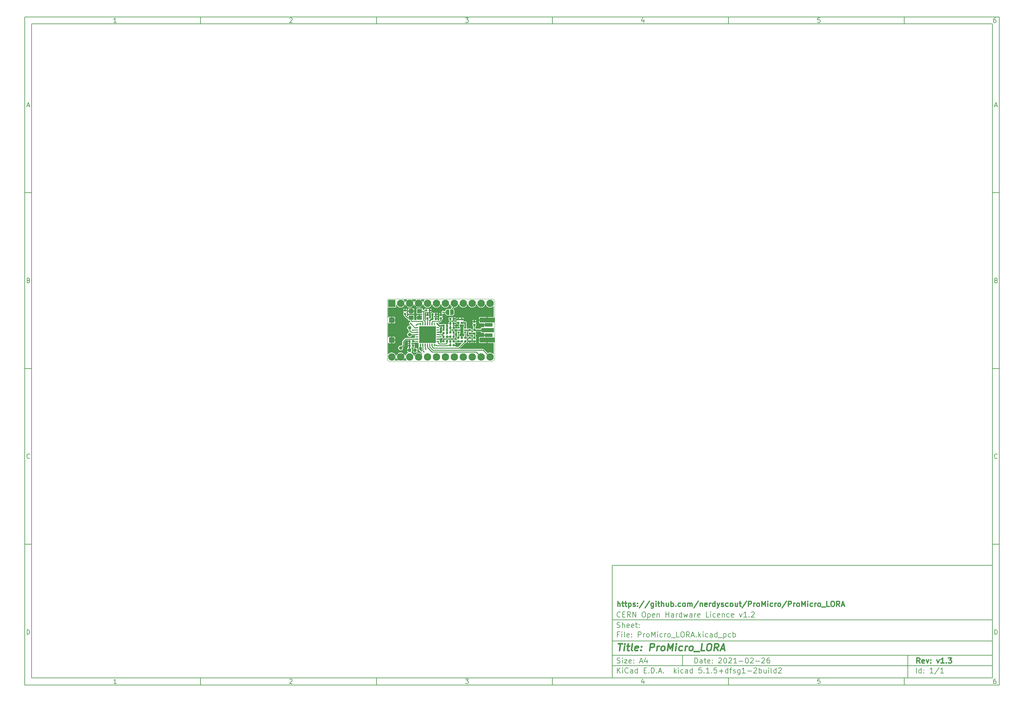
<source format=gbr>
G04 #@! TF.GenerationSoftware,KiCad,Pcbnew,5.1.5+dfsg1-2build2*
G04 #@! TF.CreationDate,2021-03-15T22:56:17+01:00*
G04 #@! TF.ProjectId,ProMicro_LORA,50726f4d-6963-4726-9f5f-4c4f52412e6b,v1.3*
G04 #@! TF.SameCoordinates,Original*
G04 #@! TF.FileFunction,Copper,L1,Top*
G04 #@! TF.FilePolarity,Positive*
%FSLAX46Y46*%
G04 Gerber Fmt 4.6, Leading zero omitted, Abs format (unit mm)*
G04 Created by KiCad*
%MOMM*%
%LPD*%
G04 APERTURE LIST*
%ADD10C,0.100000*%
%ADD11C,0.150000*%
%ADD12C,0.300000*%
%ADD13C,0.400000*%
%ADD14R,2.100000X2.100000*%
%ADD15C,2.100000*%
%ADD16R,4.800000X4.800000*%
%ADD17R,2.200000X1.050000*%
%ADD18R,1.050000X1.000000*%
%ADD19R,1.500000X1.500000*%
%ADD20R,0.650000X0.400000*%
%ADD21R,3.600000X1.270000*%
%ADD22R,4.200000X1.350000*%
%ADD23C,1.000000*%
%ADD24R,1.400000X1.200000*%
%ADD25C,0.450000*%
%ADD26C,0.250000*%
%ADD27C,0.200000*%
%ADD28C,0.125000*%
G04 APERTURE END LIST*
D10*
D11*
X177002200Y-166007200D02*
X177002200Y-198007200D01*
X285002200Y-198007200D01*
X285002200Y-166007200D01*
X177002200Y-166007200D01*
D10*
D11*
X10000000Y-10000000D02*
X10000000Y-200007200D01*
X287002200Y-200007200D01*
X287002200Y-10000000D01*
X10000000Y-10000000D01*
D10*
D11*
X12000000Y-12000000D02*
X12000000Y-198007200D01*
X285002200Y-198007200D01*
X285002200Y-12000000D01*
X12000000Y-12000000D01*
D10*
D11*
X60000000Y-12000000D02*
X60000000Y-10000000D01*
D10*
D11*
X110000000Y-12000000D02*
X110000000Y-10000000D01*
D10*
D11*
X160000000Y-12000000D02*
X160000000Y-10000000D01*
D10*
D11*
X210000000Y-12000000D02*
X210000000Y-10000000D01*
D10*
D11*
X260000000Y-12000000D02*
X260000000Y-10000000D01*
D10*
D11*
X36065476Y-11588095D02*
X35322619Y-11588095D01*
X35694047Y-11588095D02*
X35694047Y-10288095D01*
X35570238Y-10473809D01*
X35446428Y-10597619D01*
X35322619Y-10659523D01*
D10*
D11*
X85322619Y-10411904D02*
X85384523Y-10350000D01*
X85508333Y-10288095D01*
X85817857Y-10288095D01*
X85941666Y-10350000D01*
X86003571Y-10411904D01*
X86065476Y-10535714D01*
X86065476Y-10659523D01*
X86003571Y-10845238D01*
X85260714Y-11588095D01*
X86065476Y-11588095D01*
D10*
D11*
X135260714Y-10288095D02*
X136065476Y-10288095D01*
X135632142Y-10783333D01*
X135817857Y-10783333D01*
X135941666Y-10845238D01*
X136003571Y-10907142D01*
X136065476Y-11030952D01*
X136065476Y-11340476D01*
X136003571Y-11464285D01*
X135941666Y-11526190D01*
X135817857Y-11588095D01*
X135446428Y-11588095D01*
X135322619Y-11526190D01*
X135260714Y-11464285D01*
D10*
D11*
X185941666Y-10721428D02*
X185941666Y-11588095D01*
X185632142Y-10226190D02*
X185322619Y-11154761D01*
X186127380Y-11154761D01*
D10*
D11*
X236003571Y-10288095D02*
X235384523Y-10288095D01*
X235322619Y-10907142D01*
X235384523Y-10845238D01*
X235508333Y-10783333D01*
X235817857Y-10783333D01*
X235941666Y-10845238D01*
X236003571Y-10907142D01*
X236065476Y-11030952D01*
X236065476Y-11340476D01*
X236003571Y-11464285D01*
X235941666Y-11526190D01*
X235817857Y-11588095D01*
X235508333Y-11588095D01*
X235384523Y-11526190D01*
X235322619Y-11464285D01*
D10*
D11*
X285941666Y-10288095D02*
X285694047Y-10288095D01*
X285570238Y-10350000D01*
X285508333Y-10411904D01*
X285384523Y-10597619D01*
X285322619Y-10845238D01*
X285322619Y-11340476D01*
X285384523Y-11464285D01*
X285446428Y-11526190D01*
X285570238Y-11588095D01*
X285817857Y-11588095D01*
X285941666Y-11526190D01*
X286003571Y-11464285D01*
X286065476Y-11340476D01*
X286065476Y-11030952D01*
X286003571Y-10907142D01*
X285941666Y-10845238D01*
X285817857Y-10783333D01*
X285570238Y-10783333D01*
X285446428Y-10845238D01*
X285384523Y-10907142D01*
X285322619Y-11030952D01*
D10*
D11*
X60000000Y-198007200D02*
X60000000Y-200007200D01*
D10*
D11*
X110000000Y-198007200D02*
X110000000Y-200007200D01*
D10*
D11*
X160000000Y-198007200D02*
X160000000Y-200007200D01*
D10*
D11*
X210000000Y-198007200D02*
X210000000Y-200007200D01*
D10*
D11*
X260000000Y-198007200D02*
X260000000Y-200007200D01*
D10*
D11*
X36065476Y-199595295D02*
X35322619Y-199595295D01*
X35694047Y-199595295D02*
X35694047Y-198295295D01*
X35570238Y-198481009D01*
X35446428Y-198604819D01*
X35322619Y-198666723D01*
D10*
D11*
X85322619Y-198419104D02*
X85384523Y-198357200D01*
X85508333Y-198295295D01*
X85817857Y-198295295D01*
X85941666Y-198357200D01*
X86003571Y-198419104D01*
X86065476Y-198542914D01*
X86065476Y-198666723D01*
X86003571Y-198852438D01*
X85260714Y-199595295D01*
X86065476Y-199595295D01*
D10*
D11*
X135260714Y-198295295D02*
X136065476Y-198295295D01*
X135632142Y-198790533D01*
X135817857Y-198790533D01*
X135941666Y-198852438D01*
X136003571Y-198914342D01*
X136065476Y-199038152D01*
X136065476Y-199347676D01*
X136003571Y-199471485D01*
X135941666Y-199533390D01*
X135817857Y-199595295D01*
X135446428Y-199595295D01*
X135322619Y-199533390D01*
X135260714Y-199471485D01*
D10*
D11*
X185941666Y-198728628D02*
X185941666Y-199595295D01*
X185632142Y-198233390D02*
X185322619Y-199161961D01*
X186127380Y-199161961D01*
D10*
D11*
X236003571Y-198295295D02*
X235384523Y-198295295D01*
X235322619Y-198914342D01*
X235384523Y-198852438D01*
X235508333Y-198790533D01*
X235817857Y-198790533D01*
X235941666Y-198852438D01*
X236003571Y-198914342D01*
X236065476Y-199038152D01*
X236065476Y-199347676D01*
X236003571Y-199471485D01*
X235941666Y-199533390D01*
X235817857Y-199595295D01*
X235508333Y-199595295D01*
X235384523Y-199533390D01*
X235322619Y-199471485D01*
D10*
D11*
X285941666Y-198295295D02*
X285694047Y-198295295D01*
X285570238Y-198357200D01*
X285508333Y-198419104D01*
X285384523Y-198604819D01*
X285322619Y-198852438D01*
X285322619Y-199347676D01*
X285384523Y-199471485D01*
X285446428Y-199533390D01*
X285570238Y-199595295D01*
X285817857Y-199595295D01*
X285941666Y-199533390D01*
X286003571Y-199471485D01*
X286065476Y-199347676D01*
X286065476Y-199038152D01*
X286003571Y-198914342D01*
X285941666Y-198852438D01*
X285817857Y-198790533D01*
X285570238Y-198790533D01*
X285446428Y-198852438D01*
X285384523Y-198914342D01*
X285322619Y-199038152D01*
D10*
D11*
X10000000Y-60000000D02*
X12000000Y-60000000D01*
D10*
D11*
X10000000Y-110000000D02*
X12000000Y-110000000D01*
D10*
D11*
X10000000Y-160000000D02*
X12000000Y-160000000D01*
D10*
D11*
X10690476Y-35216666D02*
X11309523Y-35216666D01*
X10566666Y-35588095D02*
X11000000Y-34288095D01*
X11433333Y-35588095D01*
D10*
D11*
X11092857Y-84907142D02*
X11278571Y-84969047D01*
X11340476Y-85030952D01*
X11402380Y-85154761D01*
X11402380Y-85340476D01*
X11340476Y-85464285D01*
X11278571Y-85526190D01*
X11154761Y-85588095D01*
X10659523Y-85588095D01*
X10659523Y-84288095D01*
X11092857Y-84288095D01*
X11216666Y-84350000D01*
X11278571Y-84411904D01*
X11340476Y-84535714D01*
X11340476Y-84659523D01*
X11278571Y-84783333D01*
X11216666Y-84845238D01*
X11092857Y-84907142D01*
X10659523Y-84907142D01*
D10*
D11*
X11402380Y-135464285D02*
X11340476Y-135526190D01*
X11154761Y-135588095D01*
X11030952Y-135588095D01*
X10845238Y-135526190D01*
X10721428Y-135402380D01*
X10659523Y-135278571D01*
X10597619Y-135030952D01*
X10597619Y-134845238D01*
X10659523Y-134597619D01*
X10721428Y-134473809D01*
X10845238Y-134350000D01*
X11030952Y-134288095D01*
X11154761Y-134288095D01*
X11340476Y-134350000D01*
X11402380Y-134411904D01*
D10*
D11*
X10659523Y-185588095D02*
X10659523Y-184288095D01*
X10969047Y-184288095D01*
X11154761Y-184350000D01*
X11278571Y-184473809D01*
X11340476Y-184597619D01*
X11402380Y-184845238D01*
X11402380Y-185030952D01*
X11340476Y-185278571D01*
X11278571Y-185402380D01*
X11154761Y-185526190D01*
X10969047Y-185588095D01*
X10659523Y-185588095D01*
D10*
D11*
X287002200Y-60000000D02*
X285002200Y-60000000D01*
D10*
D11*
X287002200Y-110000000D02*
X285002200Y-110000000D01*
D10*
D11*
X287002200Y-160000000D02*
X285002200Y-160000000D01*
D10*
D11*
X285692676Y-35216666D02*
X286311723Y-35216666D01*
X285568866Y-35588095D02*
X286002200Y-34288095D01*
X286435533Y-35588095D01*
D10*
D11*
X286095057Y-84907142D02*
X286280771Y-84969047D01*
X286342676Y-85030952D01*
X286404580Y-85154761D01*
X286404580Y-85340476D01*
X286342676Y-85464285D01*
X286280771Y-85526190D01*
X286156961Y-85588095D01*
X285661723Y-85588095D01*
X285661723Y-84288095D01*
X286095057Y-84288095D01*
X286218866Y-84350000D01*
X286280771Y-84411904D01*
X286342676Y-84535714D01*
X286342676Y-84659523D01*
X286280771Y-84783333D01*
X286218866Y-84845238D01*
X286095057Y-84907142D01*
X285661723Y-84907142D01*
D10*
D11*
X286404580Y-135464285D02*
X286342676Y-135526190D01*
X286156961Y-135588095D01*
X286033152Y-135588095D01*
X285847438Y-135526190D01*
X285723628Y-135402380D01*
X285661723Y-135278571D01*
X285599819Y-135030952D01*
X285599819Y-134845238D01*
X285661723Y-134597619D01*
X285723628Y-134473809D01*
X285847438Y-134350000D01*
X286033152Y-134288095D01*
X286156961Y-134288095D01*
X286342676Y-134350000D01*
X286404580Y-134411904D01*
D10*
D11*
X285661723Y-185588095D02*
X285661723Y-184288095D01*
X285971247Y-184288095D01*
X286156961Y-184350000D01*
X286280771Y-184473809D01*
X286342676Y-184597619D01*
X286404580Y-184845238D01*
X286404580Y-185030952D01*
X286342676Y-185278571D01*
X286280771Y-185402380D01*
X286156961Y-185526190D01*
X285971247Y-185588095D01*
X285661723Y-185588095D01*
D10*
D11*
X200434342Y-193785771D02*
X200434342Y-192285771D01*
X200791485Y-192285771D01*
X201005771Y-192357200D01*
X201148628Y-192500057D01*
X201220057Y-192642914D01*
X201291485Y-192928628D01*
X201291485Y-193142914D01*
X201220057Y-193428628D01*
X201148628Y-193571485D01*
X201005771Y-193714342D01*
X200791485Y-193785771D01*
X200434342Y-193785771D01*
X202577200Y-193785771D02*
X202577200Y-193000057D01*
X202505771Y-192857200D01*
X202362914Y-192785771D01*
X202077200Y-192785771D01*
X201934342Y-192857200D01*
X202577200Y-193714342D02*
X202434342Y-193785771D01*
X202077200Y-193785771D01*
X201934342Y-193714342D01*
X201862914Y-193571485D01*
X201862914Y-193428628D01*
X201934342Y-193285771D01*
X202077200Y-193214342D01*
X202434342Y-193214342D01*
X202577200Y-193142914D01*
X203077200Y-192785771D02*
X203648628Y-192785771D01*
X203291485Y-192285771D02*
X203291485Y-193571485D01*
X203362914Y-193714342D01*
X203505771Y-193785771D01*
X203648628Y-193785771D01*
X204720057Y-193714342D02*
X204577200Y-193785771D01*
X204291485Y-193785771D01*
X204148628Y-193714342D01*
X204077200Y-193571485D01*
X204077200Y-193000057D01*
X204148628Y-192857200D01*
X204291485Y-192785771D01*
X204577200Y-192785771D01*
X204720057Y-192857200D01*
X204791485Y-193000057D01*
X204791485Y-193142914D01*
X204077200Y-193285771D01*
X205434342Y-193642914D02*
X205505771Y-193714342D01*
X205434342Y-193785771D01*
X205362914Y-193714342D01*
X205434342Y-193642914D01*
X205434342Y-193785771D01*
X205434342Y-192857200D02*
X205505771Y-192928628D01*
X205434342Y-193000057D01*
X205362914Y-192928628D01*
X205434342Y-192857200D01*
X205434342Y-193000057D01*
X207220057Y-192428628D02*
X207291485Y-192357200D01*
X207434342Y-192285771D01*
X207791485Y-192285771D01*
X207934342Y-192357200D01*
X208005771Y-192428628D01*
X208077200Y-192571485D01*
X208077200Y-192714342D01*
X208005771Y-192928628D01*
X207148628Y-193785771D01*
X208077200Y-193785771D01*
X209005771Y-192285771D02*
X209148628Y-192285771D01*
X209291485Y-192357200D01*
X209362914Y-192428628D01*
X209434342Y-192571485D01*
X209505771Y-192857200D01*
X209505771Y-193214342D01*
X209434342Y-193500057D01*
X209362914Y-193642914D01*
X209291485Y-193714342D01*
X209148628Y-193785771D01*
X209005771Y-193785771D01*
X208862914Y-193714342D01*
X208791485Y-193642914D01*
X208720057Y-193500057D01*
X208648628Y-193214342D01*
X208648628Y-192857200D01*
X208720057Y-192571485D01*
X208791485Y-192428628D01*
X208862914Y-192357200D01*
X209005771Y-192285771D01*
X210077200Y-192428628D02*
X210148628Y-192357200D01*
X210291485Y-192285771D01*
X210648628Y-192285771D01*
X210791485Y-192357200D01*
X210862914Y-192428628D01*
X210934342Y-192571485D01*
X210934342Y-192714342D01*
X210862914Y-192928628D01*
X210005771Y-193785771D01*
X210934342Y-193785771D01*
X212362914Y-193785771D02*
X211505771Y-193785771D01*
X211934342Y-193785771D02*
X211934342Y-192285771D01*
X211791485Y-192500057D01*
X211648628Y-192642914D01*
X211505771Y-192714342D01*
X213005771Y-193214342D02*
X214148628Y-193214342D01*
X215148628Y-192285771D02*
X215291485Y-192285771D01*
X215434342Y-192357200D01*
X215505771Y-192428628D01*
X215577200Y-192571485D01*
X215648628Y-192857200D01*
X215648628Y-193214342D01*
X215577200Y-193500057D01*
X215505771Y-193642914D01*
X215434342Y-193714342D01*
X215291485Y-193785771D01*
X215148628Y-193785771D01*
X215005771Y-193714342D01*
X214934342Y-193642914D01*
X214862914Y-193500057D01*
X214791485Y-193214342D01*
X214791485Y-192857200D01*
X214862914Y-192571485D01*
X214934342Y-192428628D01*
X215005771Y-192357200D01*
X215148628Y-192285771D01*
X216220057Y-192428628D02*
X216291485Y-192357200D01*
X216434342Y-192285771D01*
X216791485Y-192285771D01*
X216934342Y-192357200D01*
X217005771Y-192428628D01*
X217077200Y-192571485D01*
X217077200Y-192714342D01*
X217005771Y-192928628D01*
X216148628Y-193785771D01*
X217077200Y-193785771D01*
X217720057Y-193214342D02*
X218862914Y-193214342D01*
X219505771Y-192428628D02*
X219577200Y-192357200D01*
X219720057Y-192285771D01*
X220077200Y-192285771D01*
X220220057Y-192357200D01*
X220291485Y-192428628D01*
X220362914Y-192571485D01*
X220362914Y-192714342D01*
X220291485Y-192928628D01*
X219434342Y-193785771D01*
X220362914Y-193785771D01*
X221648628Y-192285771D02*
X221362914Y-192285771D01*
X221220057Y-192357200D01*
X221148628Y-192428628D01*
X221005771Y-192642914D01*
X220934342Y-192928628D01*
X220934342Y-193500057D01*
X221005771Y-193642914D01*
X221077200Y-193714342D01*
X221220057Y-193785771D01*
X221505771Y-193785771D01*
X221648628Y-193714342D01*
X221720057Y-193642914D01*
X221791485Y-193500057D01*
X221791485Y-193142914D01*
X221720057Y-193000057D01*
X221648628Y-192928628D01*
X221505771Y-192857200D01*
X221220057Y-192857200D01*
X221077200Y-192928628D01*
X221005771Y-193000057D01*
X220934342Y-193142914D01*
D10*
D11*
X177002200Y-194507200D02*
X285002200Y-194507200D01*
D10*
D11*
X178434342Y-196585771D02*
X178434342Y-195085771D01*
X179291485Y-196585771D02*
X178648628Y-195728628D01*
X179291485Y-195085771D02*
X178434342Y-195942914D01*
X179934342Y-196585771D02*
X179934342Y-195585771D01*
X179934342Y-195085771D02*
X179862914Y-195157200D01*
X179934342Y-195228628D01*
X180005771Y-195157200D01*
X179934342Y-195085771D01*
X179934342Y-195228628D01*
X181505771Y-196442914D02*
X181434342Y-196514342D01*
X181220057Y-196585771D01*
X181077200Y-196585771D01*
X180862914Y-196514342D01*
X180720057Y-196371485D01*
X180648628Y-196228628D01*
X180577200Y-195942914D01*
X180577200Y-195728628D01*
X180648628Y-195442914D01*
X180720057Y-195300057D01*
X180862914Y-195157200D01*
X181077200Y-195085771D01*
X181220057Y-195085771D01*
X181434342Y-195157200D01*
X181505771Y-195228628D01*
X182791485Y-196585771D02*
X182791485Y-195800057D01*
X182720057Y-195657200D01*
X182577200Y-195585771D01*
X182291485Y-195585771D01*
X182148628Y-195657200D01*
X182791485Y-196514342D02*
X182648628Y-196585771D01*
X182291485Y-196585771D01*
X182148628Y-196514342D01*
X182077200Y-196371485D01*
X182077200Y-196228628D01*
X182148628Y-196085771D01*
X182291485Y-196014342D01*
X182648628Y-196014342D01*
X182791485Y-195942914D01*
X184148628Y-196585771D02*
X184148628Y-195085771D01*
X184148628Y-196514342D02*
X184005771Y-196585771D01*
X183720057Y-196585771D01*
X183577200Y-196514342D01*
X183505771Y-196442914D01*
X183434342Y-196300057D01*
X183434342Y-195871485D01*
X183505771Y-195728628D01*
X183577200Y-195657200D01*
X183720057Y-195585771D01*
X184005771Y-195585771D01*
X184148628Y-195657200D01*
X186005771Y-195800057D02*
X186505771Y-195800057D01*
X186720057Y-196585771D02*
X186005771Y-196585771D01*
X186005771Y-195085771D01*
X186720057Y-195085771D01*
X187362914Y-196442914D02*
X187434342Y-196514342D01*
X187362914Y-196585771D01*
X187291485Y-196514342D01*
X187362914Y-196442914D01*
X187362914Y-196585771D01*
X188077200Y-196585771D02*
X188077200Y-195085771D01*
X188434342Y-195085771D01*
X188648628Y-195157200D01*
X188791485Y-195300057D01*
X188862914Y-195442914D01*
X188934342Y-195728628D01*
X188934342Y-195942914D01*
X188862914Y-196228628D01*
X188791485Y-196371485D01*
X188648628Y-196514342D01*
X188434342Y-196585771D01*
X188077200Y-196585771D01*
X189577200Y-196442914D02*
X189648628Y-196514342D01*
X189577200Y-196585771D01*
X189505771Y-196514342D01*
X189577200Y-196442914D01*
X189577200Y-196585771D01*
X190220057Y-196157200D02*
X190934342Y-196157200D01*
X190077200Y-196585771D02*
X190577200Y-195085771D01*
X191077200Y-196585771D01*
X191577200Y-196442914D02*
X191648628Y-196514342D01*
X191577200Y-196585771D01*
X191505771Y-196514342D01*
X191577200Y-196442914D01*
X191577200Y-196585771D01*
X194577200Y-196585771D02*
X194577200Y-195085771D01*
X194720057Y-196014342D02*
X195148628Y-196585771D01*
X195148628Y-195585771D02*
X194577200Y-196157200D01*
X195791485Y-196585771D02*
X195791485Y-195585771D01*
X195791485Y-195085771D02*
X195720057Y-195157200D01*
X195791485Y-195228628D01*
X195862914Y-195157200D01*
X195791485Y-195085771D01*
X195791485Y-195228628D01*
X197148628Y-196514342D02*
X197005771Y-196585771D01*
X196720057Y-196585771D01*
X196577200Y-196514342D01*
X196505771Y-196442914D01*
X196434342Y-196300057D01*
X196434342Y-195871485D01*
X196505771Y-195728628D01*
X196577200Y-195657200D01*
X196720057Y-195585771D01*
X197005771Y-195585771D01*
X197148628Y-195657200D01*
X198434342Y-196585771D02*
X198434342Y-195800057D01*
X198362914Y-195657200D01*
X198220057Y-195585771D01*
X197934342Y-195585771D01*
X197791485Y-195657200D01*
X198434342Y-196514342D02*
X198291485Y-196585771D01*
X197934342Y-196585771D01*
X197791485Y-196514342D01*
X197720057Y-196371485D01*
X197720057Y-196228628D01*
X197791485Y-196085771D01*
X197934342Y-196014342D01*
X198291485Y-196014342D01*
X198434342Y-195942914D01*
X199791485Y-196585771D02*
X199791485Y-195085771D01*
X199791485Y-196514342D02*
X199648628Y-196585771D01*
X199362914Y-196585771D01*
X199220057Y-196514342D01*
X199148628Y-196442914D01*
X199077200Y-196300057D01*
X199077200Y-195871485D01*
X199148628Y-195728628D01*
X199220057Y-195657200D01*
X199362914Y-195585771D01*
X199648628Y-195585771D01*
X199791485Y-195657200D01*
X202362914Y-195085771D02*
X201648628Y-195085771D01*
X201577200Y-195800057D01*
X201648628Y-195728628D01*
X201791485Y-195657200D01*
X202148628Y-195657200D01*
X202291485Y-195728628D01*
X202362914Y-195800057D01*
X202434342Y-195942914D01*
X202434342Y-196300057D01*
X202362914Y-196442914D01*
X202291485Y-196514342D01*
X202148628Y-196585771D01*
X201791485Y-196585771D01*
X201648628Y-196514342D01*
X201577200Y-196442914D01*
X203077200Y-196442914D02*
X203148628Y-196514342D01*
X203077200Y-196585771D01*
X203005771Y-196514342D01*
X203077200Y-196442914D01*
X203077200Y-196585771D01*
X204577200Y-196585771D02*
X203720057Y-196585771D01*
X204148628Y-196585771D02*
X204148628Y-195085771D01*
X204005771Y-195300057D01*
X203862914Y-195442914D01*
X203720057Y-195514342D01*
X205220057Y-196442914D02*
X205291485Y-196514342D01*
X205220057Y-196585771D01*
X205148628Y-196514342D01*
X205220057Y-196442914D01*
X205220057Y-196585771D01*
X206648628Y-195085771D02*
X205934342Y-195085771D01*
X205862914Y-195800057D01*
X205934342Y-195728628D01*
X206077200Y-195657200D01*
X206434342Y-195657200D01*
X206577200Y-195728628D01*
X206648628Y-195800057D01*
X206720057Y-195942914D01*
X206720057Y-196300057D01*
X206648628Y-196442914D01*
X206577200Y-196514342D01*
X206434342Y-196585771D01*
X206077200Y-196585771D01*
X205934342Y-196514342D01*
X205862914Y-196442914D01*
X207362914Y-196014342D02*
X208505771Y-196014342D01*
X207934342Y-196585771D02*
X207934342Y-195442914D01*
X209862914Y-196585771D02*
X209862914Y-195085771D01*
X209862914Y-196514342D02*
X209720057Y-196585771D01*
X209434342Y-196585771D01*
X209291485Y-196514342D01*
X209220057Y-196442914D01*
X209148628Y-196300057D01*
X209148628Y-195871485D01*
X209220057Y-195728628D01*
X209291485Y-195657200D01*
X209434342Y-195585771D01*
X209720057Y-195585771D01*
X209862914Y-195657200D01*
X210362914Y-195585771D02*
X210934342Y-195585771D01*
X210577200Y-196585771D02*
X210577200Y-195300057D01*
X210648628Y-195157200D01*
X210791485Y-195085771D01*
X210934342Y-195085771D01*
X211362914Y-196514342D02*
X211505771Y-196585771D01*
X211791485Y-196585771D01*
X211934342Y-196514342D01*
X212005771Y-196371485D01*
X212005771Y-196300057D01*
X211934342Y-196157200D01*
X211791485Y-196085771D01*
X211577200Y-196085771D01*
X211434342Y-196014342D01*
X211362914Y-195871485D01*
X211362914Y-195800057D01*
X211434342Y-195657200D01*
X211577200Y-195585771D01*
X211791485Y-195585771D01*
X211934342Y-195657200D01*
X213291485Y-195585771D02*
X213291485Y-196800057D01*
X213220057Y-196942914D01*
X213148628Y-197014342D01*
X213005771Y-197085771D01*
X212791485Y-197085771D01*
X212648628Y-197014342D01*
X213291485Y-196514342D02*
X213148628Y-196585771D01*
X212862914Y-196585771D01*
X212720057Y-196514342D01*
X212648628Y-196442914D01*
X212577200Y-196300057D01*
X212577200Y-195871485D01*
X212648628Y-195728628D01*
X212720057Y-195657200D01*
X212862914Y-195585771D01*
X213148628Y-195585771D01*
X213291485Y-195657200D01*
X214791485Y-196585771D02*
X213934342Y-196585771D01*
X214362914Y-196585771D02*
X214362914Y-195085771D01*
X214220057Y-195300057D01*
X214077200Y-195442914D01*
X213934342Y-195514342D01*
X215434342Y-196014342D02*
X216577200Y-196014342D01*
X217220057Y-195228628D02*
X217291485Y-195157200D01*
X217434342Y-195085771D01*
X217791485Y-195085771D01*
X217934342Y-195157200D01*
X218005771Y-195228628D01*
X218077200Y-195371485D01*
X218077200Y-195514342D01*
X218005771Y-195728628D01*
X217148628Y-196585771D01*
X218077200Y-196585771D01*
X218720057Y-196585771D02*
X218720057Y-195085771D01*
X218720057Y-195657200D02*
X218862914Y-195585771D01*
X219148628Y-195585771D01*
X219291485Y-195657200D01*
X219362914Y-195728628D01*
X219434342Y-195871485D01*
X219434342Y-196300057D01*
X219362914Y-196442914D01*
X219291485Y-196514342D01*
X219148628Y-196585771D01*
X218862914Y-196585771D01*
X218720057Y-196514342D01*
X220720057Y-195585771D02*
X220720057Y-196585771D01*
X220077200Y-195585771D02*
X220077200Y-196371485D01*
X220148628Y-196514342D01*
X220291485Y-196585771D01*
X220505771Y-196585771D01*
X220648628Y-196514342D01*
X220720057Y-196442914D01*
X221434342Y-196585771D02*
X221434342Y-195585771D01*
X221434342Y-195085771D02*
X221362914Y-195157200D01*
X221434342Y-195228628D01*
X221505771Y-195157200D01*
X221434342Y-195085771D01*
X221434342Y-195228628D01*
X222362914Y-196585771D02*
X222220057Y-196514342D01*
X222148628Y-196371485D01*
X222148628Y-195085771D01*
X223577200Y-196585771D02*
X223577200Y-195085771D01*
X223577200Y-196514342D02*
X223434342Y-196585771D01*
X223148628Y-196585771D01*
X223005771Y-196514342D01*
X222934342Y-196442914D01*
X222862914Y-196300057D01*
X222862914Y-195871485D01*
X222934342Y-195728628D01*
X223005771Y-195657200D01*
X223148628Y-195585771D01*
X223434342Y-195585771D01*
X223577200Y-195657200D01*
X224220057Y-195228628D02*
X224291485Y-195157200D01*
X224434342Y-195085771D01*
X224791485Y-195085771D01*
X224934342Y-195157200D01*
X225005771Y-195228628D01*
X225077200Y-195371485D01*
X225077200Y-195514342D01*
X225005771Y-195728628D01*
X224148628Y-196585771D01*
X225077200Y-196585771D01*
D10*
D11*
X177002200Y-191507200D02*
X285002200Y-191507200D01*
D10*
D12*
X264411485Y-193785771D02*
X263911485Y-193071485D01*
X263554342Y-193785771D02*
X263554342Y-192285771D01*
X264125771Y-192285771D01*
X264268628Y-192357200D01*
X264340057Y-192428628D01*
X264411485Y-192571485D01*
X264411485Y-192785771D01*
X264340057Y-192928628D01*
X264268628Y-193000057D01*
X264125771Y-193071485D01*
X263554342Y-193071485D01*
X265625771Y-193714342D02*
X265482914Y-193785771D01*
X265197200Y-193785771D01*
X265054342Y-193714342D01*
X264982914Y-193571485D01*
X264982914Y-193000057D01*
X265054342Y-192857200D01*
X265197200Y-192785771D01*
X265482914Y-192785771D01*
X265625771Y-192857200D01*
X265697200Y-193000057D01*
X265697200Y-193142914D01*
X264982914Y-193285771D01*
X266197200Y-192785771D02*
X266554342Y-193785771D01*
X266911485Y-192785771D01*
X267482914Y-193642914D02*
X267554342Y-193714342D01*
X267482914Y-193785771D01*
X267411485Y-193714342D01*
X267482914Y-193642914D01*
X267482914Y-193785771D01*
X267482914Y-192857200D02*
X267554342Y-192928628D01*
X267482914Y-193000057D01*
X267411485Y-192928628D01*
X267482914Y-192857200D01*
X267482914Y-193000057D01*
X269197200Y-192785771D02*
X269554342Y-193785771D01*
X269911485Y-192785771D01*
X271268628Y-193785771D02*
X270411485Y-193785771D01*
X270840057Y-193785771D02*
X270840057Y-192285771D01*
X270697200Y-192500057D01*
X270554342Y-192642914D01*
X270411485Y-192714342D01*
X271911485Y-193642914D02*
X271982914Y-193714342D01*
X271911485Y-193785771D01*
X271840057Y-193714342D01*
X271911485Y-193642914D01*
X271911485Y-193785771D01*
X272482914Y-192285771D02*
X273411485Y-192285771D01*
X272911485Y-192857200D01*
X273125771Y-192857200D01*
X273268628Y-192928628D01*
X273340057Y-193000057D01*
X273411485Y-193142914D01*
X273411485Y-193500057D01*
X273340057Y-193642914D01*
X273268628Y-193714342D01*
X273125771Y-193785771D01*
X272697200Y-193785771D01*
X272554342Y-193714342D01*
X272482914Y-193642914D01*
D10*
D11*
X178362914Y-193714342D02*
X178577200Y-193785771D01*
X178934342Y-193785771D01*
X179077200Y-193714342D01*
X179148628Y-193642914D01*
X179220057Y-193500057D01*
X179220057Y-193357200D01*
X179148628Y-193214342D01*
X179077200Y-193142914D01*
X178934342Y-193071485D01*
X178648628Y-193000057D01*
X178505771Y-192928628D01*
X178434342Y-192857200D01*
X178362914Y-192714342D01*
X178362914Y-192571485D01*
X178434342Y-192428628D01*
X178505771Y-192357200D01*
X178648628Y-192285771D01*
X179005771Y-192285771D01*
X179220057Y-192357200D01*
X179862914Y-193785771D02*
X179862914Y-192785771D01*
X179862914Y-192285771D02*
X179791485Y-192357200D01*
X179862914Y-192428628D01*
X179934342Y-192357200D01*
X179862914Y-192285771D01*
X179862914Y-192428628D01*
X180434342Y-192785771D02*
X181220057Y-192785771D01*
X180434342Y-193785771D01*
X181220057Y-193785771D01*
X182362914Y-193714342D02*
X182220057Y-193785771D01*
X181934342Y-193785771D01*
X181791485Y-193714342D01*
X181720057Y-193571485D01*
X181720057Y-193000057D01*
X181791485Y-192857200D01*
X181934342Y-192785771D01*
X182220057Y-192785771D01*
X182362914Y-192857200D01*
X182434342Y-193000057D01*
X182434342Y-193142914D01*
X181720057Y-193285771D01*
X183077200Y-193642914D02*
X183148628Y-193714342D01*
X183077200Y-193785771D01*
X183005771Y-193714342D01*
X183077200Y-193642914D01*
X183077200Y-193785771D01*
X183077200Y-192857200D02*
X183148628Y-192928628D01*
X183077200Y-193000057D01*
X183005771Y-192928628D01*
X183077200Y-192857200D01*
X183077200Y-193000057D01*
X184862914Y-193357200D02*
X185577200Y-193357200D01*
X184720057Y-193785771D02*
X185220057Y-192285771D01*
X185720057Y-193785771D01*
X186862914Y-192785771D02*
X186862914Y-193785771D01*
X186505771Y-192214342D02*
X186148628Y-193285771D01*
X187077200Y-193285771D01*
D10*
D11*
X263434342Y-196585771D02*
X263434342Y-195085771D01*
X264791485Y-196585771D02*
X264791485Y-195085771D01*
X264791485Y-196514342D02*
X264648628Y-196585771D01*
X264362914Y-196585771D01*
X264220057Y-196514342D01*
X264148628Y-196442914D01*
X264077200Y-196300057D01*
X264077200Y-195871485D01*
X264148628Y-195728628D01*
X264220057Y-195657200D01*
X264362914Y-195585771D01*
X264648628Y-195585771D01*
X264791485Y-195657200D01*
X265505771Y-196442914D02*
X265577200Y-196514342D01*
X265505771Y-196585771D01*
X265434342Y-196514342D01*
X265505771Y-196442914D01*
X265505771Y-196585771D01*
X265505771Y-195657200D02*
X265577200Y-195728628D01*
X265505771Y-195800057D01*
X265434342Y-195728628D01*
X265505771Y-195657200D01*
X265505771Y-195800057D01*
X268148628Y-196585771D02*
X267291485Y-196585771D01*
X267720057Y-196585771D02*
X267720057Y-195085771D01*
X267577200Y-195300057D01*
X267434342Y-195442914D01*
X267291485Y-195514342D01*
X269862914Y-195014342D02*
X268577200Y-196942914D01*
X271148628Y-196585771D02*
X270291485Y-196585771D01*
X270720057Y-196585771D02*
X270720057Y-195085771D01*
X270577200Y-195300057D01*
X270434342Y-195442914D01*
X270291485Y-195514342D01*
D10*
D11*
X177002200Y-187507200D02*
X285002200Y-187507200D01*
D10*
D13*
X178714580Y-188211961D02*
X179857438Y-188211961D01*
X179036009Y-190211961D02*
X179286009Y-188211961D01*
X180274104Y-190211961D02*
X180440771Y-188878628D01*
X180524104Y-188211961D02*
X180416961Y-188307200D01*
X180500295Y-188402438D01*
X180607438Y-188307200D01*
X180524104Y-188211961D01*
X180500295Y-188402438D01*
X181107438Y-188878628D02*
X181869342Y-188878628D01*
X181476485Y-188211961D02*
X181262200Y-189926247D01*
X181333628Y-190116723D01*
X181512200Y-190211961D01*
X181702676Y-190211961D01*
X182655057Y-190211961D02*
X182476485Y-190116723D01*
X182405057Y-189926247D01*
X182619342Y-188211961D01*
X184190771Y-190116723D02*
X183988390Y-190211961D01*
X183607438Y-190211961D01*
X183428866Y-190116723D01*
X183357438Y-189926247D01*
X183452676Y-189164342D01*
X183571723Y-188973866D01*
X183774104Y-188878628D01*
X184155057Y-188878628D01*
X184333628Y-188973866D01*
X184405057Y-189164342D01*
X184381247Y-189354819D01*
X183405057Y-189545295D01*
X185155057Y-190021485D02*
X185238390Y-190116723D01*
X185131247Y-190211961D01*
X185047914Y-190116723D01*
X185155057Y-190021485D01*
X185131247Y-190211961D01*
X185286009Y-188973866D02*
X185369342Y-189069104D01*
X185262200Y-189164342D01*
X185178866Y-189069104D01*
X185286009Y-188973866D01*
X185262200Y-189164342D01*
X187607438Y-190211961D02*
X187857438Y-188211961D01*
X188619342Y-188211961D01*
X188797914Y-188307200D01*
X188881247Y-188402438D01*
X188952676Y-188592914D01*
X188916961Y-188878628D01*
X188797914Y-189069104D01*
X188690771Y-189164342D01*
X188488390Y-189259580D01*
X187726485Y-189259580D01*
X189607438Y-190211961D02*
X189774104Y-188878628D01*
X189726485Y-189259580D02*
X189845533Y-189069104D01*
X189952676Y-188973866D01*
X190155057Y-188878628D01*
X190345533Y-188878628D01*
X191131247Y-190211961D02*
X190952676Y-190116723D01*
X190869342Y-190021485D01*
X190797914Y-189831009D01*
X190869342Y-189259580D01*
X190988390Y-189069104D01*
X191095533Y-188973866D01*
X191297914Y-188878628D01*
X191583628Y-188878628D01*
X191762200Y-188973866D01*
X191845533Y-189069104D01*
X191916961Y-189259580D01*
X191845533Y-189831009D01*
X191726485Y-190021485D01*
X191619342Y-190116723D01*
X191416961Y-190211961D01*
X191131247Y-190211961D01*
X192655057Y-190211961D02*
X192905057Y-188211961D01*
X193393152Y-189640533D01*
X194238390Y-188211961D01*
X193988390Y-190211961D01*
X194940771Y-190211961D02*
X195107438Y-188878628D01*
X195190771Y-188211961D02*
X195083628Y-188307200D01*
X195166961Y-188402438D01*
X195274104Y-188307200D01*
X195190771Y-188211961D01*
X195166961Y-188402438D01*
X196762200Y-190116723D02*
X196559819Y-190211961D01*
X196178866Y-190211961D01*
X196000295Y-190116723D01*
X195916961Y-190021485D01*
X195845533Y-189831009D01*
X195916961Y-189259580D01*
X196036009Y-189069104D01*
X196143152Y-188973866D01*
X196345533Y-188878628D01*
X196726485Y-188878628D01*
X196905057Y-188973866D01*
X197607438Y-190211961D02*
X197774104Y-188878628D01*
X197726485Y-189259580D02*
X197845533Y-189069104D01*
X197952676Y-188973866D01*
X198155057Y-188878628D01*
X198345533Y-188878628D01*
X199131247Y-190211961D02*
X198952676Y-190116723D01*
X198869342Y-190021485D01*
X198797914Y-189831009D01*
X198869342Y-189259580D01*
X198988390Y-189069104D01*
X199095533Y-188973866D01*
X199297914Y-188878628D01*
X199583628Y-188878628D01*
X199762200Y-188973866D01*
X199845533Y-189069104D01*
X199916961Y-189259580D01*
X199845533Y-189831009D01*
X199726485Y-190021485D01*
X199619342Y-190116723D01*
X199416961Y-190211961D01*
X199131247Y-190211961D01*
X200155057Y-190402438D02*
X201678866Y-190402438D01*
X203131247Y-190211961D02*
X202178866Y-190211961D01*
X202428866Y-188211961D01*
X204428866Y-188211961D02*
X204809819Y-188211961D01*
X204988390Y-188307200D01*
X205155057Y-188497676D01*
X205202676Y-188878628D01*
X205119342Y-189545295D01*
X204976485Y-189926247D01*
X204762200Y-190116723D01*
X204559819Y-190211961D01*
X204178866Y-190211961D01*
X204000295Y-190116723D01*
X203833628Y-189926247D01*
X203786009Y-189545295D01*
X203869342Y-188878628D01*
X204012200Y-188497676D01*
X204226485Y-188307200D01*
X204428866Y-188211961D01*
X207036009Y-190211961D02*
X206488390Y-189259580D01*
X205893152Y-190211961D02*
X206143152Y-188211961D01*
X206905057Y-188211961D01*
X207083628Y-188307200D01*
X207166961Y-188402438D01*
X207238390Y-188592914D01*
X207202676Y-188878628D01*
X207083628Y-189069104D01*
X206976485Y-189164342D01*
X206774104Y-189259580D01*
X206012200Y-189259580D01*
X207869342Y-189640533D02*
X208821723Y-189640533D01*
X207607438Y-190211961D02*
X208524104Y-188211961D01*
X208940771Y-190211961D01*
D10*
D11*
X178934342Y-185600057D02*
X178434342Y-185600057D01*
X178434342Y-186385771D02*
X178434342Y-184885771D01*
X179148628Y-184885771D01*
X179720057Y-186385771D02*
X179720057Y-185385771D01*
X179720057Y-184885771D02*
X179648628Y-184957200D01*
X179720057Y-185028628D01*
X179791485Y-184957200D01*
X179720057Y-184885771D01*
X179720057Y-185028628D01*
X180648628Y-186385771D02*
X180505771Y-186314342D01*
X180434342Y-186171485D01*
X180434342Y-184885771D01*
X181791485Y-186314342D02*
X181648628Y-186385771D01*
X181362914Y-186385771D01*
X181220057Y-186314342D01*
X181148628Y-186171485D01*
X181148628Y-185600057D01*
X181220057Y-185457200D01*
X181362914Y-185385771D01*
X181648628Y-185385771D01*
X181791485Y-185457200D01*
X181862914Y-185600057D01*
X181862914Y-185742914D01*
X181148628Y-185885771D01*
X182505771Y-186242914D02*
X182577200Y-186314342D01*
X182505771Y-186385771D01*
X182434342Y-186314342D01*
X182505771Y-186242914D01*
X182505771Y-186385771D01*
X182505771Y-185457200D02*
X182577200Y-185528628D01*
X182505771Y-185600057D01*
X182434342Y-185528628D01*
X182505771Y-185457200D01*
X182505771Y-185600057D01*
X184362914Y-186385771D02*
X184362914Y-184885771D01*
X184934342Y-184885771D01*
X185077200Y-184957200D01*
X185148628Y-185028628D01*
X185220057Y-185171485D01*
X185220057Y-185385771D01*
X185148628Y-185528628D01*
X185077200Y-185600057D01*
X184934342Y-185671485D01*
X184362914Y-185671485D01*
X185862914Y-186385771D02*
X185862914Y-185385771D01*
X185862914Y-185671485D02*
X185934342Y-185528628D01*
X186005771Y-185457200D01*
X186148628Y-185385771D01*
X186291485Y-185385771D01*
X187005771Y-186385771D02*
X186862914Y-186314342D01*
X186791485Y-186242914D01*
X186720057Y-186100057D01*
X186720057Y-185671485D01*
X186791485Y-185528628D01*
X186862914Y-185457200D01*
X187005771Y-185385771D01*
X187220057Y-185385771D01*
X187362914Y-185457200D01*
X187434342Y-185528628D01*
X187505771Y-185671485D01*
X187505771Y-186100057D01*
X187434342Y-186242914D01*
X187362914Y-186314342D01*
X187220057Y-186385771D01*
X187005771Y-186385771D01*
X188148628Y-186385771D02*
X188148628Y-184885771D01*
X188648628Y-185957200D01*
X189148628Y-184885771D01*
X189148628Y-186385771D01*
X189862914Y-186385771D02*
X189862914Y-185385771D01*
X189862914Y-184885771D02*
X189791485Y-184957200D01*
X189862914Y-185028628D01*
X189934342Y-184957200D01*
X189862914Y-184885771D01*
X189862914Y-185028628D01*
X191220057Y-186314342D02*
X191077200Y-186385771D01*
X190791485Y-186385771D01*
X190648628Y-186314342D01*
X190577200Y-186242914D01*
X190505771Y-186100057D01*
X190505771Y-185671485D01*
X190577200Y-185528628D01*
X190648628Y-185457200D01*
X190791485Y-185385771D01*
X191077200Y-185385771D01*
X191220057Y-185457200D01*
X191862914Y-186385771D02*
X191862914Y-185385771D01*
X191862914Y-185671485D02*
X191934342Y-185528628D01*
X192005771Y-185457200D01*
X192148628Y-185385771D01*
X192291485Y-185385771D01*
X193005771Y-186385771D02*
X192862914Y-186314342D01*
X192791485Y-186242914D01*
X192720057Y-186100057D01*
X192720057Y-185671485D01*
X192791485Y-185528628D01*
X192862914Y-185457200D01*
X193005771Y-185385771D01*
X193220057Y-185385771D01*
X193362914Y-185457200D01*
X193434342Y-185528628D01*
X193505771Y-185671485D01*
X193505771Y-186100057D01*
X193434342Y-186242914D01*
X193362914Y-186314342D01*
X193220057Y-186385771D01*
X193005771Y-186385771D01*
X193791485Y-186528628D02*
X194934342Y-186528628D01*
X196005771Y-186385771D02*
X195291485Y-186385771D01*
X195291485Y-184885771D01*
X196791485Y-184885771D02*
X197077200Y-184885771D01*
X197220057Y-184957200D01*
X197362914Y-185100057D01*
X197434342Y-185385771D01*
X197434342Y-185885771D01*
X197362914Y-186171485D01*
X197220057Y-186314342D01*
X197077200Y-186385771D01*
X196791485Y-186385771D01*
X196648628Y-186314342D01*
X196505771Y-186171485D01*
X196434342Y-185885771D01*
X196434342Y-185385771D01*
X196505771Y-185100057D01*
X196648628Y-184957200D01*
X196791485Y-184885771D01*
X198934342Y-186385771D02*
X198434342Y-185671485D01*
X198077200Y-186385771D02*
X198077200Y-184885771D01*
X198648628Y-184885771D01*
X198791485Y-184957200D01*
X198862914Y-185028628D01*
X198934342Y-185171485D01*
X198934342Y-185385771D01*
X198862914Y-185528628D01*
X198791485Y-185600057D01*
X198648628Y-185671485D01*
X198077200Y-185671485D01*
X199505771Y-185957200D02*
X200220057Y-185957200D01*
X199362914Y-186385771D02*
X199862914Y-184885771D01*
X200362914Y-186385771D01*
X200862914Y-186242914D02*
X200934342Y-186314342D01*
X200862914Y-186385771D01*
X200791485Y-186314342D01*
X200862914Y-186242914D01*
X200862914Y-186385771D01*
X201577200Y-186385771D02*
X201577200Y-184885771D01*
X201720057Y-185814342D02*
X202148628Y-186385771D01*
X202148628Y-185385771D02*
X201577200Y-185957200D01*
X202791485Y-186385771D02*
X202791485Y-185385771D01*
X202791485Y-184885771D02*
X202720057Y-184957200D01*
X202791485Y-185028628D01*
X202862914Y-184957200D01*
X202791485Y-184885771D01*
X202791485Y-185028628D01*
X204148628Y-186314342D02*
X204005771Y-186385771D01*
X203720057Y-186385771D01*
X203577200Y-186314342D01*
X203505771Y-186242914D01*
X203434342Y-186100057D01*
X203434342Y-185671485D01*
X203505771Y-185528628D01*
X203577200Y-185457200D01*
X203720057Y-185385771D01*
X204005771Y-185385771D01*
X204148628Y-185457200D01*
X205434342Y-186385771D02*
X205434342Y-185600057D01*
X205362914Y-185457200D01*
X205220057Y-185385771D01*
X204934342Y-185385771D01*
X204791485Y-185457200D01*
X205434342Y-186314342D02*
X205291485Y-186385771D01*
X204934342Y-186385771D01*
X204791485Y-186314342D01*
X204720057Y-186171485D01*
X204720057Y-186028628D01*
X204791485Y-185885771D01*
X204934342Y-185814342D01*
X205291485Y-185814342D01*
X205434342Y-185742914D01*
X206791485Y-186385771D02*
X206791485Y-184885771D01*
X206791485Y-186314342D02*
X206648628Y-186385771D01*
X206362914Y-186385771D01*
X206220057Y-186314342D01*
X206148628Y-186242914D01*
X206077200Y-186100057D01*
X206077200Y-185671485D01*
X206148628Y-185528628D01*
X206220057Y-185457200D01*
X206362914Y-185385771D01*
X206648628Y-185385771D01*
X206791485Y-185457200D01*
X207148628Y-186528628D02*
X208291485Y-186528628D01*
X208648628Y-185385771D02*
X208648628Y-186885771D01*
X208648628Y-185457200D02*
X208791485Y-185385771D01*
X209077200Y-185385771D01*
X209220057Y-185457200D01*
X209291485Y-185528628D01*
X209362914Y-185671485D01*
X209362914Y-186100057D01*
X209291485Y-186242914D01*
X209220057Y-186314342D01*
X209077200Y-186385771D01*
X208791485Y-186385771D01*
X208648628Y-186314342D01*
X210648628Y-186314342D02*
X210505771Y-186385771D01*
X210220057Y-186385771D01*
X210077200Y-186314342D01*
X210005771Y-186242914D01*
X209934342Y-186100057D01*
X209934342Y-185671485D01*
X210005771Y-185528628D01*
X210077200Y-185457200D01*
X210220057Y-185385771D01*
X210505771Y-185385771D01*
X210648628Y-185457200D01*
X211291485Y-186385771D02*
X211291485Y-184885771D01*
X211291485Y-185457200D02*
X211434342Y-185385771D01*
X211720057Y-185385771D01*
X211862914Y-185457200D01*
X211934342Y-185528628D01*
X212005771Y-185671485D01*
X212005771Y-186100057D01*
X211934342Y-186242914D01*
X211862914Y-186314342D01*
X211720057Y-186385771D01*
X211434342Y-186385771D01*
X211291485Y-186314342D01*
D10*
D11*
X177002200Y-181507200D02*
X285002200Y-181507200D01*
D10*
D11*
X178362914Y-183614342D02*
X178577200Y-183685771D01*
X178934342Y-183685771D01*
X179077200Y-183614342D01*
X179148628Y-183542914D01*
X179220057Y-183400057D01*
X179220057Y-183257200D01*
X179148628Y-183114342D01*
X179077200Y-183042914D01*
X178934342Y-182971485D01*
X178648628Y-182900057D01*
X178505771Y-182828628D01*
X178434342Y-182757200D01*
X178362914Y-182614342D01*
X178362914Y-182471485D01*
X178434342Y-182328628D01*
X178505771Y-182257200D01*
X178648628Y-182185771D01*
X179005771Y-182185771D01*
X179220057Y-182257200D01*
X179862914Y-183685771D02*
X179862914Y-182185771D01*
X180505771Y-183685771D02*
X180505771Y-182900057D01*
X180434342Y-182757200D01*
X180291485Y-182685771D01*
X180077200Y-182685771D01*
X179934342Y-182757200D01*
X179862914Y-182828628D01*
X181791485Y-183614342D02*
X181648628Y-183685771D01*
X181362914Y-183685771D01*
X181220057Y-183614342D01*
X181148628Y-183471485D01*
X181148628Y-182900057D01*
X181220057Y-182757200D01*
X181362914Y-182685771D01*
X181648628Y-182685771D01*
X181791485Y-182757200D01*
X181862914Y-182900057D01*
X181862914Y-183042914D01*
X181148628Y-183185771D01*
X183077200Y-183614342D02*
X182934342Y-183685771D01*
X182648628Y-183685771D01*
X182505771Y-183614342D01*
X182434342Y-183471485D01*
X182434342Y-182900057D01*
X182505771Y-182757200D01*
X182648628Y-182685771D01*
X182934342Y-182685771D01*
X183077200Y-182757200D01*
X183148628Y-182900057D01*
X183148628Y-183042914D01*
X182434342Y-183185771D01*
X183577200Y-182685771D02*
X184148628Y-182685771D01*
X183791485Y-182185771D02*
X183791485Y-183471485D01*
X183862914Y-183614342D01*
X184005771Y-183685771D01*
X184148628Y-183685771D01*
X184648628Y-183542914D02*
X184720057Y-183614342D01*
X184648628Y-183685771D01*
X184577200Y-183614342D01*
X184648628Y-183542914D01*
X184648628Y-183685771D01*
X184648628Y-182757200D02*
X184720057Y-182828628D01*
X184648628Y-182900057D01*
X184577200Y-182828628D01*
X184648628Y-182757200D01*
X184648628Y-182900057D01*
D10*
D11*
X179291485Y-180542914D02*
X179220057Y-180614342D01*
X179005771Y-180685771D01*
X178862914Y-180685771D01*
X178648628Y-180614342D01*
X178505771Y-180471485D01*
X178434342Y-180328628D01*
X178362914Y-180042914D01*
X178362914Y-179828628D01*
X178434342Y-179542914D01*
X178505771Y-179400057D01*
X178648628Y-179257200D01*
X178862914Y-179185771D01*
X179005771Y-179185771D01*
X179220057Y-179257200D01*
X179291485Y-179328628D01*
X179934342Y-179900057D02*
X180434342Y-179900057D01*
X180648628Y-180685771D02*
X179934342Y-180685771D01*
X179934342Y-179185771D01*
X180648628Y-179185771D01*
X182148628Y-180685771D02*
X181648628Y-179971485D01*
X181291485Y-180685771D02*
X181291485Y-179185771D01*
X181862914Y-179185771D01*
X182005771Y-179257200D01*
X182077200Y-179328628D01*
X182148628Y-179471485D01*
X182148628Y-179685771D01*
X182077200Y-179828628D01*
X182005771Y-179900057D01*
X181862914Y-179971485D01*
X181291485Y-179971485D01*
X182791485Y-180685771D02*
X182791485Y-179185771D01*
X183648628Y-180685771D01*
X183648628Y-179185771D01*
X185791485Y-179185771D02*
X186077200Y-179185771D01*
X186220057Y-179257200D01*
X186362914Y-179400057D01*
X186434342Y-179685771D01*
X186434342Y-180185771D01*
X186362914Y-180471485D01*
X186220057Y-180614342D01*
X186077200Y-180685771D01*
X185791485Y-180685771D01*
X185648628Y-180614342D01*
X185505771Y-180471485D01*
X185434342Y-180185771D01*
X185434342Y-179685771D01*
X185505771Y-179400057D01*
X185648628Y-179257200D01*
X185791485Y-179185771D01*
X187077200Y-179685771D02*
X187077200Y-181185771D01*
X187077200Y-179757200D02*
X187220057Y-179685771D01*
X187505771Y-179685771D01*
X187648628Y-179757200D01*
X187720057Y-179828628D01*
X187791485Y-179971485D01*
X187791485Y-180400057D01*
X187720057Y-180542914D01*
X187648628Y-180614342D01*
X187505771Y-180685771D01*
X187220057Y-180685771D01*
X187077200Y-180614342D01*
X189005771Y-180614342D02*
X188862914Y-180685771D01*
X188577200Y-180685771D01*
X188434342Y-180614342D01*
X188362914Y-180471485D01*
X188362914Y-179900057D01*
X188434342Y-179757200D01*
X188577200Y-179685771D01*
X188862914Y-179685771D01*
X189005771Y-179757200D01*
X189077200Y-179900057D01*
X189077200Y-180042914D01*
X188362914Y-180185771D01*
X189720057Y-179685771D02*
X189720057Y-180685771D01*
X189720057Y-179828628D02*
X189791485Y-179757200D01*
X189934342Y-179685771D01*
X190148628Y-179685771D01*
X190291485Y-179757200D01*
X190362914Y-179900057D01*
X190362914Y-180685771D01*
X192220057Y-180685771D02*
X192220057Y-179185771D01*
X192220057Y-179900057D02*
X193077200Y-179900057D01*
X193077200Y-180685771D02*
X193077200Y-179185771D01*
X194434342Y-180685771D02*
X194434342Y-179900057D01*
X194362914Y-179757200D01*
X194220057Y-179685771D01*
X193934342Y-179685771D01*
X193791485Y-179757200D01*
X194434342Y-180614342D02*
X194291485Y-180685771D01*
X193934342Y-180685771D01*
X193791485Y-180614342D01*
X193720057Y-180471485D01*
X193720057Y-180328628D01*
X193791485Y-180185771D01*
X193934342Y-180114342D01*
X194291485Y-180114342D01*
X194434342Y-180042914D01*
X195148628Y-180685771D02*
X195148628Y-179685771D01*
X195148628Y-179971485D02*
X195220057Y-179828628D01*
X195291485Y-179757200D01*
X195434342Y-179685771D01*
X195577200Y-179685771D01*
X196720057Y-180685771D02*
X196720057Y-179185771D01*
X196720057Y-180614342D02*
X196577200Y-180685771D01*
X196291485Y-180685771D01*
X196148628Y-180614342D01*
X196077200Y-180542914D01*
X196005771Y-180400057D01*
X196005771Y-179971485D01*
X196077200Y-179828628D01*
X196148628Y-179757200D01*
X196291485Y-179685771D01*
X196577200Y-179685771D01*
X196720057Y-179757200D01*
X197291485Y-179685771D02*
X197577200Y-180685771D01*
X197862914Y-179971485D01*
X198148628Y-180685771D01*
X198434342Y-179685771D01*
X199648628Y-180685771D02*
X199648628Y-179900057D01*
X199577200Y-179757200D01*
X199434342Y-179685771D01*
X199148628Y-179685771D01*
X199005771Y-179757200D01*
X199648628Y-180614342D02*
X199505771Y-180685771D01*
X199148628Y-180685771D01*
X199005771Y-180614342D01*
X198934342Y-180471485D01*
X198934342Y-180328628D01*
X199005771Y-180185771D01*
X199148628Y-180114342D01*
X199505771Y-180114342D01*
X199648628Y-180042914D01*
X200362914Y-180685771D02*
X200362914Y-179685771D01*
X200362914Y-179971485D02*
X200434342Y-179828628D01*
X200505771Y-179757200D01*
X200648628Y-179685771D01*
X200791485Y-179685771D01*
X201862914Y-180614342D02*
X201720057Y-180685771D01*
X201434342Y-180685771D01*
X201291485Y-180614342D01*
X201220057Y-180471485D01*
X201220057Y-179900057D01*
X201291485Y-179757200D01*
X201434342Y-179685771D01*
X201720057Y-179685771D01*
X201862914Y-179757200D01*
X201934342Y-179900057D01*
X201934342Y-180042914D01*
X201220057Y-180185771D01*
X204434342Y-180685771D02*
X203720057Y-180685771D01*
X203720057Y-179185771D01*
X204934342Y-180685771D02*
X204934342Y-179685771D01*
X204934342Y-179185771D02*
X204862914Y-179257200D01*
X204934342Y-179328628D01*
X205005771Y-179257200D01*
X204934342Y-179185771D01*
X204934342Y-179328628D01*
X206291485Y-180614342D02*
X206148628Y-180685771D01*
X205862914Y-180685771D01*
X205720057Y-180614342D01*
X205648628Y-180542914D01*
X205577200Y-180400057D01*
X205577200Y-179971485D01*
X205648628Y-179828628D01*
X205720057Y-179757200D01*
X205862914Y-179685771D01*
X206148628Y-179685771D01*
X206291485Y-179757200D01*
X207505771Y-180614342D02*
X207362914Y-180685771D01*
X207077200Y-180685771D01*
X206934342Y-180614342D01*
X206862914Y-180471485D01*
X206862914Y-179900057D01*
X206934342Y-179757200D01*
X207077200Y-179685771D01*
X207362914Y-179685771D01*
X207505771Y-179757200D01*
X207577200Y-179900057D01*
X207577200Y-180042914D01*
X206862914Y-180185771D01*
X208220057Y-179685771D02*
X208220057Y-180685771D01*
X208220057Y-179828628D02*
X208291485Y-179757200D01*
X208434342Y-179685771D01*
X208648628Y-179685771D01*
X208791485Y-179757200D01*
X208862914Y-179900057D01*
X208862914Y-180685771D01*
X210220057Y-180614342D02*
X210077200Y-180685771D01*
X209791485Y-180685771D01*
X209648628Y-180614342D01*
X209577200Y-180542914D01*
X209505771Y-180400057D01*
X209505771Y-179971485D01*
X209577200Y-179828628D01*
X209648628Y-179757200D01*
X209791485Y-179685771D01*
X210077200Y-179685771D01*
X210220057Y-179757200D01*
X211434342Y-180614342D02*
X211291485Y-180685771D01*
X211005771Y-180685771D01*
X210862914Y-180614342D01*
X210791485Y-180471485D01*
X210791485Y-179900057D01*
X210862914Y-179757200D01*
X211005771Y-179685771D01*
X211291485Y-179685771D01*
X211434342Y-179757200D01*
X211505771Y-179900057D01*
X211505771Y-180042914D01*
X210791485Y-180185771D01*
X213148628Y-179685771D02*
X213505771Y-180685771D01*
X213862914Y-179685771D01*
X215220057Y-180685771D02*
X214362914Y-180685771D01*
X214791485Y-180685771D02*
X214791485Y-179185771D01*
X214648628Y-179400057D01*
X214505771Y-179542914D01*
X214362914Y-179614342D01*
X215862914Y-180542914D02*
X215934342Y-180614342D01*
X215862914Y-180685771D01*
X215791485Y-180614342D01*
X215862914Y-180542914D01*
X215862914Y-180685771D01*
X216505771Y-179328628D02*
X216577200Y-179257200D01*
X216720057Y-179185771D01*
X217077200Y-179185771D01*
X217220057Y-179257200D01*
X217291485Y-179328628D01*
X217362914Y-179471485D01*
X217362914Y-179614342D01*
X217291485Y-179828628D01*
X216434342Y-180685771D01*
X217362914Y-180685771D01*
D10*
D12*
X178554342Y-177685771D02*
X178554342Y-176185771D01*
X179197200Y-177685771D02*
X179197200Y-176900057D01*
X179125771Y-176757200D01*
X178982914Y-176685771D01*
X178768628Y-176685771D01*
X178625771Y-176757200D01*
X178554342Y-176828628D01*
X179697200Y-176685771D02*
X180268628Y-176685771D01*
X179911485Y-176185771D02*
X179911485Y-177471485D01*
X179982914Y-177614342D01*
X180125771Y-177685771D01*
X180268628Y-177685771D01*
X180554342Y-176685771D02*
X181125771Y-176685771D01*
X180768628Y-176185771D02*
X180768628Y-177471485D01*
X180840057Y-177614342D01*
X180982914Y-177685771D01*
X181125771Y-177685771D01*
X181625771Y-176685771D02*
X181625771Y-178185771D01*
X181625771Y-176757200D02*
X181768628Y-176685771D01*
X182054342Y-176685771D01*
X182197200Y-176757200D01*
X182268628Y-176828628D01*
X182340057Y-176971485D01*
X182340057Y-177400057D01*
X182268628Y-177542914D01*
X182197200Y-177614342D01*
X182054342Y-177685771D01*
X181768628Y-177685771D01*
X181625771Y-177614342D01*
X182911485Y-177614342D02*
X183054342Y-177685771D01*
X183340057Y-177685771D01*
X183482914Y-177614342D01*
X183554342Y-177471485D01*
X183554342Y-177400057D01*
X183482914Y-177257200D01*
X183340057Y-177185771D01*
X183125771Y-177185771D01*
X182982914Y-177114342D01*
X182911485Y-176971485D01*
X182911485Y-176900057D01*
X182982914Y-176757200D01*
X183125771Y-176685771D01*
X183340057Y-176685771D01*
X183482914Y-176757200D01*
X184197200Y-177542914D02*
X184268628Y-177614342D01*
X184197200Y-177685771D01*
X184125771Y-177614342D01*
X184197200Y-177542914D01*
X184197200Y-177685771D01*
X184197200Y-176757200D02*
X184268628Y-176828628D01*
X184197200Y-176900057D01*
X184125771Y-176828628D01*
X184197200Y-176757200D01*
X184197200Y-176900057D01*
X185982914Y-176114342D02*
X184697200Y-178042914D01*
X187554342Y-176114342D02*
X186268628Y-178042914D01*
X188697200Y-176685771D02*
X188697200Y-177900057D01*
X188625771Y-178042914D01*
X188554342Y-178114342D01*
X188411485Y-178185771D01*
X188197200Y-178185771D01*
X188054342Y-178114342D01*
X188697200Y-177614342D02*
X188554342Y-177685771D01*
X188268628Y-177685771D01*
X188125771Y-177614342D01*
X188054342Y-177542914D01*
X187982914Y-177400057D01*
X187982914Y-176971485D01*
X188054342Y-176828628D01*
X188125771Y-176757200D01*
X188268628Y-176685771D01*
X188554342Y-176685771D01*
X188697200Y-176757200D01*
X189411485Y-177685771D02*
X189411485Y-176685771D01*
X189411485Y-176185771D02*
X189340057Y-176257200D01*
X189411485Y-176328628D01*
X189482914Y-176257200D01*
X189411485Y-176185771D01*
X189411485Y-176328628D01*
X189911485Y-176685771D02*
X190482914Y-176685771D01*
X190125771Y-176185771D02*
X190125771Y-177471485D01*
X190197200Y-177614342D01*
X190340057Y-177685771D01*
X190482914Y-177685771D01*
X190982914Y-177685771D02*
X190982914Y-176185771D01*
X191625771Y-177685771D02*
X191625771Y-176900057D01*
X191554342Y-176757200D01*
X191411485Y-176685771D01*
X191197200Y-176685771D01*
X191054342Y-176757200D01*
X190982914Y-176828628D01*
X192982914Y-176685771D02*
X192982914Y-177685771D01*
X192340057Y-176685771D02*
X192340057Y-177471485D01*
X192411485Y-177614342D01*
X192554342Y-177685771D01*
X192768628Y-177685771D01*
X192911485Y-177614342D01*
X192982914Y-177542914D01*
X193697200Y-177685771D02*
X193697200Y-176185771D01*
X193697200Y-176757200D02*
X193840057Y-176685771D01*
X194125771Y-176685771D01*
X194268628Y-176757200D01*
X194340057Y-176828628D01*
X194411485Y-176971485D01*
X194411485Y-177400057D01*
X194340057Y-177542914D01*
X194268628Y-177614342D01*
X194125771Y-177685771D01*
X193840057Y-177685771D01*
X193697200Y-177614342D01*
X195054342Y-177542914D02*
X195125771Y-177614342D01*
X195054342Y-177685771D01*
X194982914Y-177614342D01*
X195054342Y-177542914D01*
X195054342Y-177685771D01*
X196411485Y-177614342D02*
X196268628Y-177685771D01*
X195982914Y-177685771D01*
X195840057Y-177614342D01*
X195768628Y-177542914D01*
X195697200Y-177400057D01*
X195697200Y-176971485D01*
X195768628Y-176828628D01*
X195840057Y-176757200D01*
X195982914Y-176685771D01*
X196268628Y-176685771D01*
X196411485Y-176757200D01*
X197268628Y-177685771D02*
X197125771Y-177614342D01*
X197054342Y-177542914D01*
X196982914Y-177400057D01*
X196982914Y-176971485D01*
X197054342Y-176828628D01*
X197125771Y-176757200D01*
X197268628Y-176685771D01*
X197482914Y-176685771D01*
X197625771Y-176757200D01*
X197697200Y-176828628D01*
X197768628Y-176971485D01*
X197768628Y-177400057D01*
X197697200Y-177542914D01*
X197625771Y-177614342D01*
X197482914Y-177685771D01*
X197268628Y-177685771D01*
X198411485Y-177685771D02*
X198411485Y-176685771D01*
X198411485Y-176828628D02*
X198482914Y-176757200D01*
X198625771Y-176685771D01*
X198840057Y-176685771D01*
X198982914Y-176757200D01*
X199054342Y-176900057D01*
X199054342Y-177685771D01*
X199054342Y-176900057D02*
X199125771Y-176757200D01*
X199268628Y-176685771D01*
X199482914Y-176685771D01*
X199625771Y-176757200D01*
X199697200Y-176900057D01*
X199697200Y-177685771D01*
X201482914Y-176114342D02*
X200197200Y-178042914D01*
X201982914Y-176685771D02*
X201982914Y-177685771D01*
X201982914Y-176828628D02*
X202054342Y-176757200D01*
X202197200Y-176685771D01*
X202411485Y-176685771D01*
X202554342Y-176757200D01*
X202625771Y-176900057D01*
X202625771Y-177685771D01*
X203911485Y-177614342D02*
X203768628Y-177685771D01*
X203482914Y-177685771D01*
X203340057Y-177614342D01*
X203268628Y-177471485D01*
X203268628Y-176900057D01*
X203340057Y-176757200D01*
X203482914Y-176685771D01*
X203768628Y-176685771D01*
X203911485Y-176757200D01*
X203982914Y-176900057D01*
X203982914Y-177042914D01*
X203268628Y-177185771D01*
X204625771Y-177685771D02*
X204625771Y-176685771D01*
X204625771Y-176971485D02*
X204697200Y-176828628D01*
X204768628Y-176757200D01*
X204911485Y-176685771D01*
X205054342Y-176685771D01*
X206197200Y-177685771D02*
X206197200Y-176185771D01*
X206197200Y-177614342D02*
X206054342Y-177685771D01*
X205768628Y-177685771D01*
X205625771Y-177614342D01*
X205554342Y-177542914D01*
X205482914Y-177400057D01*
X205482914Y-176971485D01*
X205554342Y-176828628D01*
X205625771Y-176757200D01*
X205768628Y-176685771D01*
X206054342Y-176685771D01*
X206197200Y-176757200D01*
X206768628Y-176685771D02*
X207125771Y-177685771D01*
X207482914Y-176685771D02*
X207125771Y-177685771D01*
X206982914Y-178042914D01*
X206911485Y-178114342D01*
X206768628Y-178185771D01*
X207982914Y-177614342D02*
X208125771Y-177685771D01*
X208411485Y-177685771D01*
X208554342Y-177614342D01*
X208625771Y-177471485D01*
X208625771Y-177400057D01*
X208554342Y-177257200D01*
X208411485Y-177185771D01*
X208197200Y-177185771D01*
X208054342Y-177114342D01*
X207982914Y-176971485D01*
X207982914Y-176900057D01*
X208054342Y-176757200D01*
X208197200Y-176685771D01*
X208411485Y-176685771D01*
X208554342Y-176757200D01*
X209911485Y-177614342D02*
X209768628Y-177685771D01*
X209482914Y-177685771D01*
X209340057Y-177614342D01*
X209268628Y-177542914D01*
X209197200Y-177400057D01*
X209197200Y-176971485D01*
X209268628Y-176828628D01*
X209340057Y-176757200D01*
X209482914Y-176685771D01*
X209768628Y-176685771D01*
X209911485Y-176757200D01*
X210768628Y-177685771D02*
X210625771Y-177614342D01*
X210554342Y-177542914D01*
X210482914Y-177400057D01*
X210482914Y-176971485D01*
X210554342Y-176828628D01*
X210625771Y-176757200D01*
X210768628Y-176685771D01*
X210982914Y-176685771D01*
X211125771Y-176757200D01*
X211197200Y-176828628D01*
X211268628Y-176971485D01*
X211268628Y-177400057D01*
X211197200Y-177542914D01*
X211125771Y-177614342D01*
X210982914Y-177685771D01*
X210768628Y-177685771D01*
X212554342Y-176685771D02*
X212554342Y-177685771D01*
X211911485Y-176685771D02*
X211911485Y-177471485D01*
X211982914Y-177614342D01*
X212125771Y-177685771D01*
X212340057Y-177685771D01*
X212482914Y-177614342D01*
X212554342Y-177542914D01*
X213054342Y-176685771D02*
X213625771Y-176685771D01*
X213268628Y-176185771D02*
X213268628Y-177471485D01*
X213340057Y-177614342D01*
X213482914Y-177685771D01*
X213625771Y-177685771D01*
X215197200Y-176114342D02*
X213911485Y-178042914D01*
X215697200Y-177685771D02*
X215697200Y-176185771D01*
X216268628Y-176185771D01*
X216411485Y-176257200D01*
X216482914Y-176328628D01*
X216554342Y-176471485D01*
X216554342Y-176685771D01*
X216482914Y-176828628D01*
X216411485Y-176900057D01*
X216268628Y-176971485D01*
X215697200Y-176971485D01*
X217197200Y-177685771D02*
X217197200Y-176685771D01*
X217197200Y-176971485D02*
X217268628Y-176828628D01*
X217340057Y-176757200D01*
X217482914Y-176685771D01*
X217625771Y-176685771D01*
X218340057Y-177685771D02*
X218197200Y-177614342D01*
X218125771Y-177542914D01*
X218054342Y-177400057D01*
X218054342Y-176971485D01*
X218125771Y-176828628D01*
X218197200Y-176757200D01*
X218340057Y-176685771D01*
X218554342Y-176685771D01*
X218697200Y-176757200D01*
X218768628Y-176828628D01*
X218840057Y-176971485D01*
X218840057Y-177400057D01*
X218768628Y-177542914D01*
X218697200Y-177614342D01*
X218554342Y-177685771D01*
X218340057Y-177685771D01*
X219482914Y-177685771D02*
X219482914Y-176185771D01*
X219982914Y-177257200D01*
X220482914Y-176185771D01*
X220482914Y-177685771D01*
X221197200Y-177685771D02*
X221197200Y-176685771D01*
X221197200Y-176185771D02*
X221125771Y-176257200D01*
X221197200Y-176328628D01*
X221268628Y-176257200D01*
X221197200Y-176185771D01*
X221197200Y-176328628D01*
X222554342Y-177614342D02*
X222411485Y-177685771D01*
X222125771Y-177685771D01*
X221982914Y-177614342D01*
X221911485Y-177542914D01*
X221840057Y-177400057D01*
X221840057Y-176971485D01*
X221911485Y-176828628D01*
X221982914Y-176757200D01*
X222125771Y-176685771D01*
X222411485Y-176685771D01*
X222554342Y-176757200D01*
X223197200Y-177685771D02*
X223197200Y-176685771D01*
X223197200Y-176971485D02*
X223268628Y-176828628D01*
X223340057Y-176757200D01*
X223482914Y-176685771D01*
X223625771Y-176685771D01*
X224340057Y-177685771D02*
X224197200Y-177614342D01*
X224125771Y-177542914D01*
X224054342Y-177400057D01*
X224054342Y-176971485D01*
X224125771Y-176828628D01*
X224197200Y-176757200D01*
X224340057Y-176685771D01*
X224554342Y-176685771D01*
X224697200Y-176757200D01*
X224768628Y-176828628D01*
X224840057Y-176971485D01*
X224840057Y-177400057D01*
X224768628Y-177542914D01*
X224697200Y-177614342D01*
X224554342Y-177685771D01*
X224340057Y-177685771D01*
X226554342Y-176114342D02*
X225268628Y-178042914D01*
X227054342Y-177685771D02*
X227054342Y-176185771D01*
X227625771Y-176185771D01*
X227768628Y-176257200D01*
X227840057Y-176328628D01*
X227911485Y-176471485D01*
X227911485Y-176685771D01*
X227840057Y-176828628D01*
X227768628Y-176900057D01*
X227625771Y-176971485D01*
X227054342Y-176971485D01*
X228554342Y-177685771D02*
X228554342Y-176685771D01*
X228554342Y-176971485D02*
X228625771Y-176828628D01*
X228697200Y-176757200D01*
X228840057Y-176685771D01*
X228982914Y-176685771D01*
X229697200Y-177685771D02*
X229554342Y-177614342D01*
X229482914Y-177542914D01*
X229411485Y-177400057D01*
X229411485Y-176971485D01*
X229482914Y-176828628D01*
X229554342Y-176757200D01*
X229697200Y-176685771D01*
X229911485Y-176685771D01*
X230054342Y-176757200D01*
X230125771Y-176828628D01*
X230197200Y-176971485D01*
X230197200Y-177400057D01*
X230125771Y-177542914D01*
X230054342Y-177614342D01*
X229911485Y-177685771D01*
X229697200Y-177685771D01*
X230840057Y-177685771D02*
X230840057Y-176185771D01*
X231340057Y-177257200D01*
X231840057Y-176185771D01*
X231840057Y-177685771D01*
X232554342Y-177685771D02*
X232554342Y-176685771D01*
X232554342Y-176185771D02*
X232482914Y-176257200D01*
X232554342Y-176328628D01*
X232625771Y-176257200D01*
X232554342Y-176185771D01*
X232554342Y-176328628D01*
X233911485Y-177614342D02*
X233768628Y-177685771D01*
X233482914Y-177685771D01*
X233340057Y-177614342D01*
X233268628Y-177542914D01*
X233197200Y-177400057D01*
X233197200Y-176971485D01*
X233268628Y-176828628D01*
X233340057Y-176757200D01*
X233482914Y-176685771D01*
X233768628Y-176685771D01*
X233911485Y-176757200D01*
X234554342Y-177685771D02*
X234554342Y-176685771D01*
X234554342Y-176971485D02*
X234625771Y-176828628D01*
X234697200Y-176757200D01*
X234840057Y-176685771D01*
X234982914Y-176685771D01*
X235697200Y-177685771D02*
X235554342Y-177614342D01*
X235482914Y-177542914D01*
X235411485Y-177400057D01*
X235411485Y-176971485D01*
X235482914Y-176828628D01*
X235554342Y-176757200D01*
X235697200Y-176685771D01*
X235911485Y-176685771D01*
X236054342Y-176757200D01*
X236125771Y-176828628D01*
X236197200Y-176971485D01*
X236197200Y-177400057D01*
X236125771Y-177542914D01*
X236054342Y-177614342D01*
X235911485Y-177685771D01*
X235697200Y-177685771D01*
X236482914Y-177828628D02*
X237625771Y-177828628D01*
X238697200Y-177685771D02*
X237982914Y-177685771D01*
X237982914Y-176185771D01*
X239482914Y-176185771D02*
X239768628Y-176185771D01*
X239911485Y-176257200D01*
X240054342Y-176400057D01*
X240125771Y-176685771D01*
X240125771Y-177185771D01*
X240054342Y-177471485D01*
X239911485Y-177614342D01*
X239768628Y-177685771D01*
X239482914Y-177685771D01*
X239340057Y-177614342D01*
X239197200Y-177471485D01*
X239125771Y-177185771D01*
X239125771Y-176685771D01*
X239197200Y-176400057D01*
X239340057Y-176257200D01*
X239482914Y-176185771D01*
X241625771Y-177685771D02*
X241125771Y-176971485D01*
X240768628Y-177685771D02*
X240768628Y-176185771D01*
X241340057Y-176185771D01*
X241482914Y-176257200D01*
X241554342Y-176328628D01*
X241625771Y-176471485D01*
X241625771Y-176685771D01*
X241554342Y-176828628D01*
X241482914Y-176900057D01*
X241340057Y-176971485D01*
X240768628Y-176971485D01*
X242197200Y-177257200D02*
X242911485Y-177257200D01*
X242054342Y-177685771D02*
X242554342Y-176185771D01*
X243054342Y-177685771D01*
D10*
D11*
X197002200Y-191507200D02*
X197002200Y-194507200D01*
D10*
D11*
X261002200Y-191507200D02*
X261002200Y-198007200D01*
D10*
X142875000Y-90170000D02*
X113665000Y-90170000D01*
X142875000Y-107950000D02*
X113665000Y-107950000D01*
X142875000Y-90170000D02*
G75*
G02X143510000Y-90805000I0J-635000D01*
G01*
X143510000Y-107315000D02*
G75*
G02X142875000Y-107950000I-635000J0D01*
G01*
X143510000Y-90805000D02*
X143510000Y-107315000D01*
X113665000Y-107950000D02*
G75*
G02X113030000Y-107315000I0J635000D01*
G01*
X113030000Y-90805000D02*
G75*
G02X113665000Y-90170000I635000J0D01*
G01*
X113030000Y-107315000D02*
X113030000Y-90805000D01*
D14*
X114300000Y-91440000D03*
D15*
X116840000Y-91440000D03*
X119380000Y-91440000D03*
X142240000Y-106680000D03*
X121920000Y-91440000D03*
X139700000Y-106680000D03*
X124460000Y-91440000D03*
X137160000Y-106680000D03*
X127000000Y-91440000D03*
X134620000Y-106680000D03*
X129540000Y-91440000D03*
X132080000Y-106680000D03*
X132080000Y-91440000D03*
X129540000Y-106680000D03*
X134620000Y-91440000D03*
X127000000Y-106680000D03*
X137160000Y-91440000D03*
X124460000Y-106680000D03*
X139700000Y-91440000D03*
X121920000Y-106680000D03*
X142240000Y-91440000D03*
X119380000Y-106680000D03*
X116840000Y-106680000D03*
X114300000Y-106680000D03*
D16*
X124460000Y-100330000D03*
G04 #@! TA.AperFunction,SMDPad,CuDef*
D10*
G36*
X127767351Y-98230361D02*
G01*
X127774632Y-98231441D01*
X127781771Y-98233229D01*
X127788701Y-98235709D01*
X127795355Y-98238856D01*
X127801668Y-98242640D01*
X127807579Y-98247024D01*
X127813033Y-98251967D01*
X127817976Y-98257421D01*
X127822360Y-98263332D01*
X127826144Y-98269645D01*
X127829291Y-98276299D01*
X127831771Y-98283229D01*
X127833559Y-98290368D01*
X127834639Y-98297649D01*
X127835000Y-98305000D01*
X127835000Y-98455000D01*
X127834639Y-98462351D01*
X127833559Y-98469632D01*
X127831771Y-98476771D01*
X127829291Y-98483701D01*
X127826144Y-98490355D01*
X127822360Y-98496668D01*
X127817976Y-98502579D01*
X127813033Y-98508033D01*
X127807579Y-98512976D01*
X127801668Y-98517360D01*
X127795355Y-98521144D01*
X127788701Y-98524291D01*
X127781771Y-98526771D01*
X127774632Y-98528559D01*
X127767351Y-98529639D01*
X127760000Y-98530000D01*
X127135000Y-98530000D01*
X127127649Y-98529639D01*
X127120368Y-98528559D01*
X127113229Y-98526771D01*
X127106299Y-98524291D01*
X127099645Y-98521144D01*
X127093332Y-98517360D01*
X127087421Y-98512976D01*
X127081967Y-98508033D01*
X127077024Y-98502579D01*
X127072640Y-98496668D01*
X127068856Y-98490355D01*
X127065709Y-98483701D01*
X127063229Y-98476771D01*
X127061441Y-98469632D01*
X127060361Y-98462351D01*
X127060000Y-98455000D01*
X127060000Y-98305000D01*
X127060361Y-98297649D01*
X127061441Y-98290368D01*
X127063229Y-98283229D01*
X127065709Y-98276299D01*
X127068856Y-98269645D01*
X127072640Y-98263332D01*
X127077024Y-98257421D01*
X127081967Y-98251967D01*
X127087421Y-98247024D01*
X127093332Y-98242640D01*
X127099645Y-98238856D01*
X127106299Y-98235709D01*
X127113229Y-98233229D01*
X127120368Y-98231441D01*
X127127649Y-98230361D01*
X127135000Y-98230000D01*
X127760000Y-98230000D01*
X127767351Y-98230361D01*
G37*
G04 #@! TD.AperFunction*
G04 #@! TA.AperFunction,SMDPad,CuDef*
G36*
X127767351Y-98880361D02*
G01*
X127774632Y-98881441D01*
X127781771Y-98883229D01*
X127788701Y-98885709D01*
X127795355Y-98888856D01*
X127801668Y-98892640D01*
X127807579Y-98897024D01*
X127813033Y-98901967D01*
X127817976Y-98907421D01*
X127822360Y-98913332D01*
X127826144Y-98919645D01*
X127829291Y-98926299D01*
X127831771Y-98933229D01*
X127833559Y-98940368D01*
X127834639Y-98947649D01*
X127835000Y-98955000D01*
X127835000Y-99105000D01*
X127834639Y-99112351D01*
X127833559Y-99119632D01*
X127831771Y-99126771D01*
X127829291Y-99133701D01*
X127826144Y-99140355D01*
X127822360Y-99146668D01*
X127817976Y-99152579D01*
X127813033Y-99158033D01*
X127807579Y-99162976D01*
X127801668Y-99167360D01*
X127795355Y-99171144D01*
X127788701Y-99174291D01*
X127781771Y-99176771D01*
X127774632Y-99178559D01*
X127767351Y-99179639D01*
X127760000Y-99180000D01*
X127135000Y-99180000D01*
X127127649Y-99179639D01*
X127120368Y-99178559D01*
X127113229Y-99176771D01*
X127106299Y-99174291D01*
X127099645Y-99171144D01*
X127093332Y-99167360D01*
X127087421Y-99162976D01*
X127081967Y-99158033D01*
X127077024Y-99152579D01*
X127072640Y-99146668D01*
X127068856Y-99140355D01*
X127065709Y-99133701D01*
X127063229Y-99126771D01*
X127061441Y-99119632D01*
X127060361Y-99112351D01*
X127060000Y-99105000D01*
X127060000Y-98955000D01*
X127060361Y-98947649D01*
X127061441Y-98940368D01*
X127063229Y-98933229D01*
X127065709Y-98926299D01*
X127068856Y-98919645D01*
X127072640Y-98913332D01*
X127077024Y-98907421D01*
X127081967Y-98901967D01*
X127087421Y-98897024D01*
X127093332Y-98892640D01*
X127099645Y-98888856D01*
X127106299Y-98885709D01*
X127113229Y-98883229D01*
X127120368Y-98881441D01*
X127127649Y-98880361D01*
X127135000Y-98880000D01*
X127760000Y-98880000D01*
X127767351Y-98880361D01*
G37*
G04 #@! TD.AperFunction*
G04 #@! TA.AperFunction,SMDPad,CuDef*
G36*
X127767351Y-99530361D02*
G01*
X127774632Y-99531441D01*
X127781771Y-99533229D01*
X127788701Y-99535709D01*
X127795355Y-99538856D01*
X127801668Y-99542640D01*
X127807579Y-99547024D01*
X127813033Y-99551967D01*
X127817976Y-99557421D01*
X127822360Y-99563332D01*
X127826144Y-99569645D01*
X127829291Y-99576299D01*
X127831771Y-99583229D01*
X127833559Y-99590368D01*
X127834639Y-99597649D01*
X127835000Y-99605000D01*
X127835000Y-99755000D01*
X127834639Y-99762351D01*
X127833559Y-99769632D01*
X127831771Y-99776771D01*
X127829291Y-99783701D01*
X127826144Y-99790355D01*
X127822360Y-99796668D01*
X127817976Y-99802579D01*
X127813033Y-99808033D01*
X127807579Y-99812976D01*
X127801668Y-99817360D01*
X127795355Y-99821144D01*
X127788701Y-99824291D01*
X127781771Y-99826771D01*
X127774632Y-99828559D01*
X127767351Y-99829639D01*
X127760000Y-99830000D01*
X127135000Y-99830000D01*
X127127649Y-99829639D01*
X127120368Y-99828559D01*
X127113229Y-99826771D01*
X127106299Y-99824291D01*
X127099645Y-99821144D01*
X127093332Y-99817360D01*
X127087421Y-99812976D01*
X127081967Y-99808033D01*
X127077024Y-99802579D01*
X127072640Y-99796668D01*
X127068856Y-99790355D01*
X127065709Y-99783701D01*
X127063229Y-99776771D01*
X127061441Y-99769632D01*
X127060361Y-99762351D01*
X127060000Y-99755000D01*
X127060000Y-99605000D01*
X127060361Y-99597649D01*
X127061441Y-99590368D01*
X127063229Y-99583229D01*
X127065709Y-99576299D01*
X127068856Y-99569645D01*
X127072640Y-99563332D01*
X127077024Y-99557421D01*
X127081967Y-99551967D01*
X127087421Y-99547024D01*
X127093332Y-99542640D01*
X127099645Y-99538856D01*
X127106299Y-99535709D01*
X127113229Y-99533229D01*
X127120368Y-99531441D01*
X127127649Y-99530361D01*
X127135000Y-99530000D01*
X127760000Y-99530000D01*
X127767351Y-99530361D01*
G37*
G04 #@! TD.AperFunction*
G04 #@! TA.AperFunction,SMDPad,CuDef*
G36*
X127767351Y-100180361D02*
G01*
X127774632Y-100181441D01*
X127781771Y-100183229D01*
X127788701Y-100185709D01*
X127795355Y-100188856D01*
X127801668Y-100192640D01*
X127807579Y-100197024D01*
X127813033Y-100201967D01*
X127817976Y-100207421D01*
X127822360Y-100213332D01*
X127826144Y-100219645D01*
X127829291Y-100226299D01*
X127831771Y-100233229D01*
X127833559Y-100240368D01*
X127834639Y-100247649D01*
X127835000Y-100255000D01*
X127835000Y-100405000D01*
X127834639Y-100412351D01*
X127833559Y-100419632D01*
X127831771Y-100426771D01*
X127829291Y-100433701D01*
X127826144Y-100440355D01*
X127822360Y-100446668D01*
X127817976Y-100452579D01*
X127813033Y-100458033D01*
X127807579Y-100462976D01*
X127801668Y-100467360D01*
X127795355Y-100471144D01*
X127788701Y-100474291D01*
X127781771Y-100476771D01*
X127774632Y-100478559D01*
X127767351Y-100479639D01*
X127760000Y-100480000D01*
X127135000Y-100480000D01*
X127127649Y-100479639D01*
X127120368Y-100478559D01*
X127113229Y-100476771D01*
X127106299Y-100474291D01*
X127099645Y-100471144D01*
X127093332Y-100467360D01*
X127087421Y-100462976D01*
X127081967Y-100458033D01*
X127077024Y-100452579D01*
X127072640Y-100446668D01*
X127068856Y-100440355D01*
X127065709Y-100433701D01*
X127063229Y-100426771D01*
X127061441Y-100419632D01*
X127060361Y-100412351D01*
X127060000Y-100405000D01*
X127060000Y-100255000D01*
X127060361Y-100247649D01*
X127061441Y-100240368D01*
X127063229Y-100233229D01*
X127065709Y-100226299D01*
X127068856Y-100219645D01*
X127072640Y-100213332D01*
X127077024Y-100207421D01*
X127081967Y-100201967D01*
X127087421Y-100197024D01*
X127093332Y-100192640D01*
X127099645Y-100188856D01*
X127106299Y-100185709D01*
X127113229Y-100183229D01*
X127120368Y-100181441D01*
X127127649Y-100180361D01*
X127135000Y-100180000D01*
X127760000Y-100180000D01*
X127767351Y-100180361D01*
G37*
G04 #@! TD.AperFunction*
G04 #@! TA.AperFunction,SMDPad,CuDef*
G36*
X127767351Y-100830361D02*
G01*
X127774632Y-100831441D01*
X127781771Y-100833229D01*
X127788701Y-100835709D01*
X127795355Y-100838856D01*
X127801668Y-100842640D01*
X127807579Y-100847024D01*
X127813033Y-100851967D01*
X127817976Y-100857421D01*
X127822360Y-100863332D01*
X127826144Y-100869645D01*
X127829291Y-100876299D01*
X127831771Y-100883229D01*
X127833559Y-100890368D01*
X127834639Y-100897649D01*
X127835000Y-100905000D01*
X127835000Y-101055000D01*
X127834639Y-101062351D01*
X127833559Y-101069632D01*
X127831771Y-101076771D01*
X127829291Y-101083701D01*
X127826144Y-101090355D01*
X127822360Y-101096668D01*
X127817976Y-101102579D01*
X127813033Y-101108033D01*
X127807579Y-101112976D01*
X127801668Y-101117360D01*
X127795355Y-101121144D01*
X127788701Y-101124291D01*
X127781771Y-101126771D01*
X127774632Y-101128559D01*
X127767351Y-101129639D01*
X127760000Y-101130000D01*
X127135000Y-101130000D01*
X127127649Y-101129639D01*
X127120368Y-101128559D01*
X127113229Y-101126771D01*
X127106299Y-101124291D01*
X127099645Y-101121144D01*
X127093332Y-101117360D01*
X127087421Y-101112976D01*
X127081967Y-101108033D01*
X127077024Y-101102579D01*
X127072640Y-101096668D01*
X127068856Y-101090355D01*
X127065709Y-101083701D01*
X127063229Y-101076771D01*
X127061441Y-101069632D01*
X127060361Y-101062351D01*
X127060000Y-101055000D01*
X127060000Y-100905000D01*
X127060361Y-100897649D01*
X127061441Y-100890368D01*
X127063229Y-100883229D01*
X127065709Y-100876299D01*
X127068856Y-100869645D01*
X127072640Y-100863332D01*
X127077024Y-100857421D01*
X127081967Y-100851967D01*
X127087421Y-100847024D01*
X127093332Y-100842640D01*
X127099645Y-100838856D01*
X127106299Y-100835709D01*
X127113229Y-100833229D01*
X127120368Y-100831441D01*
X127127649Y-100830361D01*
X127135000Y-100830000D01*
X127760000Y-100830000D01*
X127767351Y-100830361D01*
G37*
G04 #@! TD.AperFunction*
G04 #@! TA.AperFunction,SMDPad,CuDef*
G36*
X127767351Y-101480361D02*
G01*
X127774632Y-101481441D01*
X127781771Y-101483229D01*
X127788701Y-101485709D01*
X127795355Y-101488856D01*
X127801668Y-101492640D01*
X127807579Y-101497024D01*
X127813033Y-101501967D01*
X127817976Y-101507421D01*
X127822360Y-101513332D01*
X127826144Y-101519645D01*
X127829291Y-101526299D01*
X127831771Y-101533229D01*
X127833559Y-101540368D01*
X127834639Y-101547649D01*
X127835000Y-101555000D01*
X127835000Y-101705000D01*
X127834639Y-101712351D01*
X127833559Y-101719632D01*
X127831771Y-101726771D01*
X127829291Y-101733701D01*
X127826144Y-101740355D01*
X127822360Y-101746668D01*
X127817976Y-101752579D01*
X127813033Y-101758033D01*
X127807579Y-101762976D01*
X127801668Y-101767360D01*
X127795355Y-101771144D01*
X127788701Y-101774291D01*
X127781771Y-101776771D01*
X127774632Y-101778559D01*
X127767351Y-101779639D01*
X127760000Y-101780000D01*
X127135000Y-101780000D01*
X127127649Y-101779639D01*
X127120368Y-101778559D01*
X127113229Y-101776771D01*
X127106299Y-101774291D01*
X127099645Y-101771144D01*
X127093332Y-101767360D01*
X127087421Y-101762976D01*
X127081967Y-101758033D01*
X127077024Y-101752579D01*
X127072640Y-101746668D01*
X127068856Y-101740355D01*
X127065709Y-101733701D01*
X127063229Y-101726771D01*
X127061441Y-101719632D01*
X127060361Y-101712351D01*
X127060000Y-101705000D01*
X127060000Y-101555000D01*
X127060361Y-101547649D01*
X127061441Y-101540368D01*
X127063229Y-101533229D01*
X127065709Y-101526299D01*
X127068856Y-101519645D01*
X127072640Y-101513332D01*
X127077024Y-101507421D01*
X127081967Y-101501967D01*
X127087421Y-101497024D01*
X127093332Y-101492640D01*
X127099645Y-101488856D01*
X127106299Y-101485709D01*
X127113229Y-101483229D01*
X127120368Y-101481441D01*
X127127649Y-101480361D01*
X127135000Y-101480000D01*
X127760000Y-101480000D01*
X127767351Y-101480361D01*
G37*
G04 #@! TD.AperFunction*
G04 #@! TA.AperFunction,SMDPad,CuDef*
G36*
X127767351Y-102130361D02*
G01*
X127774632Y-102131441D01*
X127781771Y-102133229D01*
X127788701Y-102135709D01*
X127795355Y-102138856D01*
X127801668Y-102142640D01*
X127807579Y-102147024D01*
X127813033Y-102151967D01*
X127817976Y-102157421D01*
X127822360Y-102163332D01*
X127826144Y-102169645D01*
X127829291Y-102176299D01*
X127831771Y-102183229D01*
X127833559Y-102190368D01*
X127834639Y-102197649D01*
X127835000Y-102205000D01*
X127835000Y-102355000D01*
X127834639Y-102362351D01*
X127833559Y-102369632D01*
X127831771Y-102376771D01*
X127829291Y-102383701D01*
X127826144Y-102390355D01*
X127822360Y-102396668D01*
X127817976Y-102402579D01*
X127813033Y-102408033D01*
X127807579Y-102412976D01*
X127801668Y-102417360D01*
X127795355Y-102421144D01*
X127788701Y-102424291D01*
X127781771Y-102426771D01*
X127774632Y-102428559D01*
X127767351Y-102429639D01*
X127760000Y-102430000D01*
X127135000Y-102430000D01*
X127127649Y-102429639D01*
X127120368Y-102428559D01*
X127113229Y-102426771D01*
X127106299Y-102424291D01*
X127099645Y-102421144D01*
X127093332Y-102417360D01*
X127087421Y-102412976D01*
X127081967Y-102408033D01*
X127077024Y-102402579D01*
X127072640Y-102396668D01*
X127068856Y-102390355D01*
X127065709Y-102383701D01*
X127063229Y-102376771D01*
X127061441Y-102369632D01*
X127060361Y-102362351D01*
X127060000Y-102355000D01*
X127060000Y-102205000D01*
X127060361Y-102197649D01*
X127061441Y-102190368D01*
X127063229Y-102183229D01*
X127065709Y-102176299D01*
X127068856Y-102169645D01*
X127072640Y-102163332D01*
X127077024Y-102157421D01*
X127081967Y-102151967D01*
X127087421Y-102147024D01*
X127093332Y-102142640D01*
X127099645Y-102138856D01*
X127106299Y-102135709D01*
X127113229Y-102133229D01*
X127120368Y-102131441D01*
X127127649Y-102130361D01*
X127135000Y-102130000D01*
X127760000Y-102130000D01*
X127767351Y-102130361D01*
G37*
G04 #@! TD.AperFunction*
G04 #@! TA.AperFunction,SMDPad,CuDef*
G36*
X126492351Y-102930361D02*
G01*
X126499632Y-102931441D01*
X126506771Y-102933229D01*
X126513701Y-102935709D01*
X126520355Y-102938856D01*
X126526668Y-102942640D01*
X126532579Y-102947024D01*
X126538033Y-102951967D01*
X126542976Y-102957421D01*
X126547360Y-102963332D01*
X126551144Y-102969645D01*
X126554291Y-102976299D01*
X126556771Y-102983229D01*
X126558559Y-102990368D01*
X126559639Y-102997649D01*
X126560000Y-103005000D01*
X126560000Y-103630000D01*
X126559639Y-103637351D01*
X126558559Y-103644632D01*
X126556771Y-103651771D01*
X126554291Y-103658701D01*
X126551144Y-103665355D01*
X126547360Y-103671668D01*
X126542976Y-103677579D01*
X126538033Y-103683033D01*
X126532579Y-103687976D01*
X126526668Y-103692360D01*
X126520355Y-103696144D01*
X126513701Y-103699291D01*
X126506771Y-103701771D01*
X126499632Y-103703559D01*
X126492351Y-103704639D01*
X126485000Y-103705000D01*
X126335000Y-103705000D01*
X126327649Y-103704639D01*
X126320368Y-103703559D01*
X126313229Y-103701771D01*
X126306299Y-103699291D01*
X126299645Y-103696144D01*
X126293332Y-103692360D01*
X126287421Y-103687976D01*
X126281967Y-103683033D01*
X126277024Y-103677579D01*
X126272640Y-103671668D01*
X126268856Y-103665355D01*
X126265709Y-103658701D01*
X126263229Y-103651771D01*
X126261441Y-103644632D01*
X126260361Y-103637351D01*
X126260000Y-103630000D01*
X126260000Y-103005000D01*
X126260361Y-102997649D01*
X126261441Y-102990368D01*
X126263229Y-102983229D01*
X126265709Y-102976299D01*
X126268856Y-102969645D01*
X126272640Y-102963332D01*
X126277024Y-102957421D01*
X126281967Y-102951967D01*
X126287421Y-102947024D01*
X126293332Y-102942640D01*
X126299645Y-102938856D01*
X126306299Y-102935709D01*
X126313229Y-102933229D01*
X126320368Y-102931441D01*
X126327649Y-102930361D01*
X126335000Y-102930000D01*
X126485000Y-102930000D01*
X126492351Y-102930361D01*
G37*
G04 #@! TD.AperFunction*
G04 #@! TA.AperFunction,SMDPad,CuDef*
G36*
X125842351Y-102930361D02*
G01*
X125849632Y-102931441D01*
X125856771Y-102933229D01*
X125863701Y-102935709D01*
X125870355Y-102938856D01*
X125876668Y-102942640D01*
X125882579Y-102947024D01*
X125888033Y-102951967D01*
X125892976Y-102957421D01*
X125897360Y-102963332D01*
X125901144Y-102969645D01*
X125904291Y-102976299D01*
X125906771Y-102983229D01*
X125908559Y-102990368D01*
X125909639Y-102997649D01*
X125910000Y-103005000D01*
X125910000Y-103630000D01*
X125909639Y-103637351D01*
X125908559Y-103644632D01*
X125906771Y-103651771D01*
X125904291Y-103658701D01*
X125901144Y-103665355D01*
X125897360Y-103671668D01*
X125892976Y-103677579D01*
X125888033Y-103683033D01*
X125882579Y-103687976D01*
X125876668Y-103692360D01*
X125870355Y-103696144D01*
X125863701Y-103699291D01*
X125856771Y-103701771D01*
X125849632Y-103703559D01*
X125842351Y-103704639D01*
X125835000Y-103705000D01*
X125685000Y-103705000D01*
X125677649Y-103704639D01*
X125670368Y-103703559D01*
X125663229Y-103701771D01*
X125656299Y-103699291D01*
X125649645Y-103696144D01*
X125643332Y-103692360D01*
X125637421Y-103687976D01*
X125631967Y-103683033D01*
X125627024Y-103677579D01*
X125622640Y-103671668D01*
X125618856Y-103665355D01*
X125615709Y-103658701D01*
X125613229Y-103651771D01*
X125611441Y-103644632D01*
X125610361Y-103637351D01*
X125610000Y-103630000D01*
X125610000Y-103005000D01*
X125610361Y-102997649D01*
X125611441Y-102990368D01*
X125613229Y-102983229D01*
X125615709Y-102976299D01*
X125618856Y-102969645D01*
X125622640Y-102963332D01*
X125627024Y-102957421D01*
X125631967Y-102951967D01*
X125637421Y-102947024D01*
X125643332Y-102942640D01*
X125649645Y-102938856D01*
X125656299Y-102935709D01*
X125663229Y-102933229D01*
X125670368Y-102931441D01*
X125677649Y-102930361D01*
X125685000Y-102930000D01*
X125835000Y-102930000D01*
X125842351Y-102930361D01*
G37*
G04 #@! TD.AperFunction*
G04 #@! TA.AperFunction,SMDPad,CuDef*
G36*
X125192351Y-102930361D02*
G01*
X125199632Y-102931441D01*
X125206771Y-102933229D01*
X125213701Y-102935709D01*
X125220355Y-102938856D01*
X125226668Y-102942640D01*
X125232579Y-102947024D01*
X125238033Y-102951967D01*
X125242976Y-102957421D01*
X125247360Y-102963332D01*
X125251144Y-102969645D01*
X125254291Y-102976299D01*
X125256771Y-102983229D01*
X125258559Y-102990368D01*
X125259639Y-102997649D01*
X125260000Y-103005000D01*
X125260000Y-103630000D01*
X125259639Y-103637351D01*
X125258559Y-103644632D01*
X125256771Y-103651771D01*
X125254291Y-103658701D01*
X125251144Y-103665355D01*
X125247360Y-103671668D01*
X125242976Y-103677579D01*
X125238033Y-103683033D01*
X125232579Y-103687976D01*
X125226668Y-103692360D01*
X125220355Y-103696144D01*
X125213701Y-103699291D01*
X125206771Y-103701771D01*
X125199632Y-103703559D01*
X125192351Y-103704639D01*
X125185000Y-103705000D01*
X125035000Y-103705000D01*
X125027649Y-103704639D01*
X125020368Y-103703559D01*
X125013229Y-103701771D01*
X125006299Y-103699291D01*
X124999645Y-103696144D01*
X124993332Y-103692360D01*
X124987421Y-103687976D01*
X124981967Y-103683033D01*
X124977024Y-103677579D01*
X124972640Y-103671668D01*
X124968856Y-103665355D01*
X124965709Y-103658701D01*
X124963229Y-103651771D01*
X124961441Y-103644632D01*
X124960361Y-103637351D01*
X124960000Y-103630000D01*
X124960000Y-103005000D01*
X124960361Y-102997649D01*
X124961441Y-102990368D01*
X124963229Y-102983229D01*
X124965709Y-102976299D01*
X124968856Y-102969645D01*
X124972640Y-102963332D01*
X124977024Y-102957421D01*
X124981967Y-102951967D01*
X124987421Y-102947024D01*
X124993332Y-102942640D01*
X124999645Y-102938856D01*
X125006299Y-102935709D01*
X125013229Y-102933229D01*
X125020368Y-102931441D01*
X125027649Y-102930361D01*
X125035000Y-102930000D01*
X125185000Y-102930000D01*
X125192351Y-102930361D01*
G37*
G04 #@! TD.AperFunction*
G04 #@! TA.AperFunction,SMDPad,CuDef*
G36*
X124542351Y-102930361D02*
G01*
X124549632Y-102931441D01*
X124556771Y-102933229D01*
X124563701Y-102935709D01*
X124570355Y-102938856D01*
X124576668Y-102942640D01*
X124582579Y-102947024D01*
X124588033Y-102951967D01*
X124592976Y-102957421D01*
X124597360Y-102963332D01*
X124601144Y-102969645D01*
X124604291Y-102976299D01*
X124606771Y-102983229D01*
X124608559Y-102990368D01*
X124609639Y-102997649D01*
X124610000Y-103005000D01*
X124610000Y-103630000D01*
X124609639Y-103637351D01*
X124608559Y-103644632D01*
X124606771Y-103651771D01*
X124604291Y-103658701D01*
X124601144Y-103665355D01*
X124597360Y-103671668D01*
X124592976Y-103677579D01*
X124588033Y-103683033D01*
X124582579Y-103687976D01*
X124576668Y-103692360D01*
X124570355Y-103696144D01*
X124563701Y-103699291D01*
X124556771Y-103701771D01*
X124549632Y-103703559D01*
X124542351Y-103704639D01*
X124535000Y-103705000D01*
X124385000Y-103705000D01*
X124377649Y-103704639D01*
X124370368Y-103703559D01*
X124363229Y-103701771D01*
X124356299Y-103699291D01*
X124349645Y-103696144D01*
X124343332Y-103692360D01*
X124337421Y-103687976D01*
X124331967Y-103683033D01*
X124327024Y-103677579D01*
X124322640Y-103671668D01*
X124318856Y-103665355D01*
X124315709Y-103658701D01*
X124313229Y-103651771D01*
X124311441Y-103644632D01*
X124310361Y-103637351D01*
X124310000Y-103630000D01*
X124310000Y-103005000D01*
X124310361Y-102997649D01*
X124311441Y-102990368D01*
X124313229Y-102983229D01*
X124315709Y-102976299D01*
X124318856Y-102969645D01*
X124322640Y-102963332D01*
X124327024Y-102957421D01*
X124331967Y-102951967D01*
X124337421Y-102947024D01*
X124343332Y-102942640D01*
X124349645Y-102938856D01*
X124356299Y-102935709D01*
X124363229Y-102933229D01*
X124370368Y-102931441D01*
X124377649Y-102930361D01*
X124385000Y-102930000D01*
X124535000Y-102930000D01*
X124542351Y-102930361D01*
G37*
G04 #@! TD.AperFunction*
G04 #@! TA.AperFunction,SMDPad,CuDef*
G36*
X123892351Y-102930361D02*
G01*
X123899632Y-102931441D01*
X123906771Y-102933229D01*
X123913701Y-102935709D01*
X123920355Y-102938856D01*
X123926668Y-102942640D01*
X123932579Y-102947024D01*
X123938033Y-102951967D01*
X123942976Y-102957421D01*
X123947360Y-102963332D01*
X123951144Y-102969645D01*
X123954291Y-102976299D01*
X123956771Y-102983229D01*
X123958559Y-102990368D01*
X123959639Y-102997649D01*
X123960000Y-103005000D01*
X123960000Y-103630000D01*
X123959639Y-103637351D01*
X123958559Y-103644632D01*
X123956771Y-103651771D01*
X123954291Y-103658701D01*
X123951144Y-103665355D01*
X123947360Y-103671668D01*
X123942976Y-103677579D01*
X123938033Y-103683033D01*
X123932579Y-103687976D01*
X123926668Y-103692360D01*
X123920355Y-103696144D01*
X123913701Y-103699291D01*
X123906771Y-103701771D01*
X123899632Y-103703559D01*
X123892351Y-103704639D01*
X123885000Y-103705000D01*
X123735000Y-103705000D01*
X123727649Y-103704639D01*
X123720368Y-103703559D01*
X123713229Y-103701771D01*
X123706299Y-103699291D01*
X123699645Y-103696144D01*
X123693332Y-103692360D01*
X123687421Y-103687976D01*
X123681967Y-103683033D01*
X123677024Y-103677579D01*
X123672640Y-103671668D01*
X123668856Y-103665355D01*
X123665709Y-103658701D01*
X123663229Y-103651771D01*
X123661441Y-103644632D01*
X123660361Y-103637351D01*
X123660000Y-103630000D01*
X123660000Y-103005000D01*
X123660361Y-102997649D01*
X123661441Y-102990368D01*
X123663229Y-102983229D01*
X123665709Y-102976299D01*
X123668856Y-102969645D01*
X123672640Y-102963332D01*
X123677024Y-102957421D01*
X123681967Y-102951967D01*
X123687421Y-102947024D01*
X123693332Y-102942640D01*
X123699645Y-102938856D01*
X123706299Y-102935709D01*
X123713229Y-102933229D01*
X123720368Y-102931441D01*
X123727649Y-102930361D01*
X123735000Y-102930000D01*
X123885000Y-102930000D01*
X123892351Y-102930361D01*
G37*
G04 #@! TD.AperFunction*
G04 #@! TA.AperFunction,SMDPad,CuDef*
G36*
X123242351Y-102930361D02*
G01*
X123249632Y-102931441D01*
X123256771Y-102933229D01*
X123263701Y-102935709D01*
X123270355Y-102938856D01*
X123276668Y-102942640D01*
X123282579Y-102947024D01*
X123288033Y-102951967D01*
X123292976Y-102957421D01*
X123297360Y-102963332D01*
X123301144Y-102969645D01*
X123304291Y-102976299D01*
X123306771Y-102983229D01*
X123308559Y-102990368D01*
X123309639Y-102997649D01*
X123310000Y-103005000D01*
X123310000Y-103630000D01*
X123309639Y-103637351D01*
X123308559Y-103644632D01*
X123306771Y-103651771D01*
X123304291Y-103658701D01*
X123301144Y-103665355D01*
X123297360Y-103671668D01*
X123292976Y-103677579D01*
X123288033Y-103683033D01*
X123282579Y-103687976D01*
X123276668Y-103692360D01*
X123270355Y-103696144D01*
X123263701Y-103699291D01*
X123256771Y-103701771D01*
X123249632Y-103703559D01*
X123242351Y-103704639D01*
X123235000Y-103705000D01*
X123085000Y-103705000D01*
X123077649Y-103704639D01*
X123070368Y-103703559D01*
X123063229Y-103701771D01*
X123056299Y-103699291D01*
X123049645Y-103696144D01*
X123043332Y-103692360D01*
X123037421Y-103687976D01*
X123031967Y-103683033D01*
X123027024Y-103677579D01*
X123022640Y-103671668D01*
X123018856Y-103665355D01*
X123015709Y-103658701D01*
X123013229Y-103651771D01*
X123011441Y-103644632D01*
X123010361Y-103637351D01*
X123010000Y-103630000D01*
X123010000Y-103005000D01*
X123010361Y-102997649D01*
X123011441Y-102990368D01*
X123013229Y-102983229D01*
X123015709Y-102976299D01*
X123018856Y-102969645D01*
X123022640Y-102963332D01*
X123027024Y-102957421D01*
X123031967Y-102951967D01*
X123037421Y-102947024D01*
X123043332Y-102942640D01*
X123049645Y-102938856D01*
X123056299Y-102935709D01*
X123063229Y-102933229D01*
X123070368Y-102931441D01*
X123077649Y-102930361D01*
X123085000Y-102930000D01*
X123235000Y-102930000D01*
X123242351Y-102930361D01*
G37*
G04 #@! TD.AperFunction*
G04 #@! TA.AperFunction,SMDPad,CuDef*
G36*
X122592351Y-102930361D02*
G01*
X122599632Y-102931441D01*
X122606771Y-102933229D01*
X122613701Y-102935709D01*
X122620355Y-102938856D01*
X122626668Y-102942640D01*
X122632579Y-102947024D01*
X122638033Y-102951967D01*
X122642976Y-102957421D01*
X122647360Y-102963332D01*
X122651144Y-102969645D01*
X122654291Y-102976299D01*
X122656771Y-102983229D01*
X122658559Y-102990368D01*
X122659639Y-102997649D01*
X122660000Y-103005000D01*
X122660000Y-103630000D01*
X122659639Y-103637351D01*
X122658559Y-103644632D01*
X122656771Y-103651771D01*
X122654291Y-103658701D01*
X122651144Y-103665355D01*
X122647360Y-103671668D01*
X122642976Y-103677579D01*
X122638033Y-103683033D01*
X122632579Y-103687976D01*
X122626668Y-103692360D01*
X122620355Y-103696144D01*
X122613701Y-103699291D01*
X122606771Y-103701771D01*
X122599632Y-103703559D01*
X122592351Y-103704639D01*
X122585000Y-103705000D01*
X122435000Y-103705000D01*
X122427649Y-103704639D01*
X122420368Y-103703559D01*
X122413229Y-103701771D01*
X122406299Y-103699291D01*
X122399645Y-103696144D01*
X122393332Y-103692360D01*
X122387421Y-103687976D01*
X122381967Y-103683033D01*
X122377024Y-103677579D01*
X122372640Y-103671668D01*
X122368856Y-103665355D01*
X122365709Y-103658701D01*
X122363229Y-103651771D01*
X122361441Y-103644632D01*
X122360361Y-103637351D01*
X122360000Y-103630000D01*
X122360000Y-103005000D01*
X122360361Y-102997649D01*
X122361441Y-102990368D01*
X122363229Y-102983229D01*
X122365709Y-102976299D01*
X122368856Y-102969645D01*
X122372640Y-102963332D01*
X122377024Y-102957421D01*
X122381967Y-102951967D01*
X122387421Y-102947024D01*
X122393332Y-102942640D01*
X122399645Y-102938856D01*
X122406299Y-102935709D01*
X122413229Y-102933229D01*
X122420368Y-102931441D01*
X122427649Y-102930361D01*
X122435000Y-102930000D01*
X122585000Y-102930000D01*
X122592351Y-102930361D01*
G37*
G04 #@! TD.AperFunction*
G04 #@! TA.AperFunction,SMDPad,CuDef*
G36*
X121792351Y-102130361D02*
G01*
X121799632Y-102131441D01*
X121806771Y-102133229D01*
X121813701Y-102135709D01*
X121820355Y-102138856D01*
X121826668Y-102142640D01*
X121832579Y-102147024D01*
X121838033Y-102151967D01*
X121842976Y-102157421D01*
X121847360Y-102163332D01*
X121851144Y-102169645D01*
X121854291Y-102176299D01*
X121856771Y-102183229D01*
X121858559Y-102190368D01*
X121859639Y-102197649D01*
X121860000Y-102205000D01*
X121860000Y-102355000D01*
X121859639Y-102362351D01*
X121858559Y-102369632D01*
X121856771Y-102376771D01*
X121854291Y-102383701D01*
X121851144Y-102390355D01*
X121847360Y-102396668D01*
X121842976Y-102402579D01*
X121838033Y-102408033D01*
X121832579Y-102412976D01*
X121826668Y-102417360D01*
X121820355Y-102421144D01*
X121813701Y-102424291D01*
X121806771Y-102426771D01*
X121799632Y-102428559D01*
X121792351Y-102429639D01*
X121785000Y-102430000D01*
X121160000Y-102430000D01*
X121152649Y-102429639D01*
X121145368Y-102428559D01*
X121138229Y-102426771D01*
X121131299Y-102424291D01*
X121124645Y-102421144D01*
X121118332Y-102417360D01*
X121112421Y-102412976D01*
X121106967Y-102408033D01*
X121102024Y-102402579D01*
X121097640Y-102396668D01*
X121093856Y-102390355D01*
X121090709Y-102383701D01*
X121088229Y-102376771D01*
X121086441Y-102369632D01*
X121085361Y-102362351D01*
X121085000Y-102355000D01*
X121085000Y-102205000D01*
X121085361Y-102197649D01*
X121086441Y-102190368D01*
X121088229Y-102183229D01*
X121090709Y-102176299D01*
X121093856Y-102169645D01*
X121097640Y-102163332D01*
X121102024Y-102157421D01*
X121106967Y-102151967D01*
X121112421Y-102147024D01*
X121118332Y-102142640D01*
X121124645Y-102138856D01*
X121131299Y-102135709D01*
X121138229Y-102133229D01*
X121145368Y-102131441D01*
X121152649Y-102130361D01*
X121160000Y-102130000D01*
X121785000Y-102130000D01*
X121792351Y-102130361D01*
G37*
G04 #@! TD.AperFunction*
G04 #@! TA.AperFunction,SMDPad,CuDef*
G36*
X121792351Y-101480361D02*
G01*
X121799632Y-101481441D01*
X121806771Y-101483229D01*
X121813701Y-101485709D01*
X121820355Y-101488856D01*
X121826668Y-101492640D01*
X121832579Y-101497024D01*
X121838033Y-101501967D01*
X121842976Y-101507421D01*
X121847360Y-101513332D01*
X121851144Y-101519645D01*
X121854291Y-101526299D01*
X121856771Y-101533229D01*
X121858559Y-101540368D01*
X121859639Y-101547649D01*
X121860000Y-101555000D01*
X121860000Y-101705000D01*
X121859639Y-101712351D01*
X121858559Y-101719632D01*
X121856771Y-101726771D01*
X121854291Y-101733701D01*
X121851144Y-101740355D01*
X121847360Y-101746668D01*
X121842976Y-101752579D01*
X121838033Y-101758033D01*
X121832579Y-101762976D01*
X121826668Y-101767360D01*
X121820355Y-101771144D01*
X121813701Y-101774291D01*
X121806771Y-101776771D01*
X121799632Y-101778559D01*
X121792351Y-101779639D01*
X121785000Y-101780000D01*
X121160000Y-101780000D01*
X121152649Y-101779639D01*
X121145368Y-101778559D01*
X121138229Y-101776771D01*
X121131299Y-101774291D01*
X121124645Y-101771144D01*
X121118332Y-101767360D01*
X121112421Y-101762976D01*
X121106967Y-101758033D01*
X121102024Y-101752579D01*
X121097640Y-101746668D01*
X121093856Y-101740355D01*
X121090709Y-101733701D01*
X121088229Y-101726771D01*
X121086441Y-101719632D01*
X121085361Y-101712351D01*
X121085000Y-101705000D01*
X121085000Y-101555000D01*
X121085361Y-101547649D01*
X121086441Y-101540368D01*
X121088229Y-101533229D01*
X121090709Y-101526299D01*
X121093856Y-101519645D01*
X121097640Y-101513332D01*
X121102024Y-101507421D01*
X121106967Y-101501967D01*
X121112421Y-101497024D01*
X121118332Y-101492640D01*
X121124645Y-101488856D01*
X121131299Y-101485709D01*
X121138229Y-101483229D01*
X121145368Y-101481441D01*
X121152649Y-101480361D01*
X121160000Y-101480000D01*
X121785000Y-101480000D01*
X121792351Y-101480361D01*
G37*
G04 #@! TD.AperFunction*
G04 #@! TA.AperFunction,SMDPad,CuDef*
G36*
X121792351Y-100830361D02*
G01*
X121799632Y-100831441D01*
X121806771Y-100833229D01*
X121813701Y-100835709D01*
X121820355Y-100838856D01*
X121826668Y-100842640D01*
X121832579Y-100847024D01*
X121838033Y-100851967D01*
X121842976Y-100857421D01*
X121847360Y-100863332D01*
X121851144Y-100869645D01*
X121854291Y-100876299D01*
X121856771Y-100883229D01*
X121858559Y-100890368D01*
X121859639Y-100897649D01*
X121860000Y-100905000D01*
X121860000Y-101055000D01*
X121859639Y-101062351D01*
X121858559Y-101069632D01*
X121856771Y-101076771D01*
X121854291Y-101083701D01*
X121851144Y-101090355D01*
X121847360Y-101096668D01*
X121842976Y-101102579D01*
X121838033Y-101108033D01*
X121832579Y-101112976D01*
X121826668Y-101117360D01*
X121820355Y-101121144D01*
X121813701Y-101124291D01*
X121806771Y-101126771D01*
X121799632Y-101128559D01*
X121792351Y-101129639D01*
X121785000Y-101130000D01*
X121160000Y-101130000D01*
X121152649Y-101129639D01*
X121145368Y-101128559D01*
X121138229Y-101126771D01*
X121131299Y-101124291D01*
X121124645Y-101121144D01*
X121118332Y-101117360D01*
X121112421Y-101112976D01*
X121106967Y-101108033D01*
X121102024Y-101102579D01*
X121097640Y-101096668D01*
X121093856Y-101090355D01*
X121090709Y-101083701D01*
X121088229Y-101076771D01*
X121086441Y-101069632D01*
X121085361Y-101062351D01*
X121085000Y-101055000D01*
X121085000Y-100905000D01*
X121085361Y-100897649D01*
X121086441Y-100890368D01*
X121088229Y-100883229D01*
X121090709Y-100876299D01*
X121093856Y-100869645D01*
X121097640Y-100863332D01*
X121102024Y-100857421D01*
X121106967Y-100851967D01*
X121112421Y-100847024D01*
X121118332Y-100842640D01*
X121124645Y-100838856D01*
X121131299Y-100835709D01*
X121138229Y-100833229D01*
X121145368Y-100831441D01*
X121152649Y-100830361D01*
X121160000Y-100830000D01*
X121785000Y-100830000D01*
X121792351Y-100830361D01*
G37*
G04 #@! TD.AperFunction*
G04 #@! TA.AperFunction,SMDPad,CuDef*
G36*
X121792351Y-100180361D02*
G01*
X121799632Y-100181441D01*
X121806771Y-100183229D01*
X121813701Y-100185709D01*
X121820355Y-100188856D01*
X121826668Y-100192640D01*
X121832579Y-100197024D01*
X121838033Y-100201967D01*
X121842976Y-100207421D01*
X121847360Y-100213332D01*
X121851144Y-100219645D01*
X121854291Y-100226299D01*
X121856771Y-100233229D01*
X121858559Y-100240368D01*
X121859639Y-100247649D01*
X121860000Y-100255000D01*
X121860000Y-100405000D01*
X121859639Y-100412351D01*
X121858559Y-100419632D01*
X121856771Y-100426771D01*
X121854291Y-100433701D01*
X121851144Y-100440355D01*
X121847360Y-100446668D01*
X121842976Y-100452579D01*
X121838033Y-100458033D01*
X121832579Y-100462976D01*
X121826668Y-100467360D01*
X121820355Y-100471144D01*
X121813701Y-100474291D01*
X121806771Y-100476771D01*
X121799632Y-100478559D01*
X121792351Y-100479639D01*
X121785000Y-100480000D01*
X121160000Y-100480000D01*
X121152649Y-100479639D01*
X121145368Y-100478559D01*
X121138229Y-100476771D01*
X121131299Y-100474291D01*
X121124645Y-100471144D01*
X121118332Y-100467360D01*
X121112421Y-100462976D01*
X121106967Y-100458033D01*
X121102024Y-100452579D01*
X121097640Y-100446668D01*
X121093856Y-100440355D01*
X121090709Y-100433701D01*
X121088229Y-100426771D01*
X121086441Y-100419632D01*
X121085361Y-100412351D01*
X121085000Y-100405000D01*
X121085000Y-100255000D01*
X121085361Y-100247649D01*
X121086441Y-100240368D01*
X121088229Y-100233229D01*
X121090709Y-100226299D01*
X121093856Y-100219645D01*
X121097640Y-100213332D01*
X121102024Y-100207421D01*
X121106967Y-100201967D01*
X121112421Y-100197024D01*
X121118332Y-100192640D01*
X121124645Y-100188856D01*
X121131299Y-100185709D01*
X121138229Y-100183229D01*
X121145368Y-100181441D01*
X121152649Y-100180361D01*
X121160000Y-100180000D01*
X121785000Y-100180000D01*
X121792351Y-100180361D01*
G37*
G04 #@! TD.AperFunction*
G04 #@! TA.AperFunction,SMDPad,CuDef*
G36*
X121792351Y-99530361D02*
G01*
X121799632Y-99531441D01*
X121806771Y-99533229D01*
X121813701Y-99535709D01*
X121820355Y-99538856D01*
X121826668Y-99542640D01*
X121832579Y-99547024D01*
X121838033Y-99551967D01*
X121842976Y-99557421D01*
X121847360Y-99563332D01*
X121851144Y-99569645D01*
X121854291Y-99576299D01*
X121856771Y-99583229D01*
X121858559Y-99590368D01*
X121859639Y-99597649D01*
X121860000Y-99605000D01*
X121860000Y-99755000D01*
X121859639Y-99762351D01*
X121858559Y-99769632D01*
X121856771Y-99776771D01*
X121854291Y-99783701D01*
X121851144Y-99790355D01*
X121847360Y-99796668D01*
X121842976Y-99802579D01*
X121838033Y-99808033D01*
X121832579Y-99812976D01*
X121826668Y-99817360D01*
X121820355Y-99821144D01*
X121813701Y-99824291D01*
X121806771Y-99826771D01*
X121799632Y-99828559D01*
X121792351Y-99829639D01*
X121785000Y-99830000D01*
X121160000Y-99830000D01*
X121152649Y-99829639D01*
X121145368Y-99828559D01*
X121138229Y-99826771D01*
X121131299Y-99824291D01*
X121124645Y-99821144D01*
X121118332Y-99817360D01*
X121112421Y-99812976D01*
X121106967Y-99808033D01*
X121102024Y-99802579D01*
X121097640Y-99796668D01*
X121093856Y-99790355D01*
X121090709Y-99783701D01*
X121088229Y-99776771D01*
X121086441Y-99769632D01*
X121085361Y-99762351D01*
X121085000Y-99755000D01*
X121085000Y-99605000D01*
X121085361Y-99597649D01*
X121086441Y-99590368D01*
X121088229Y-99583229D01*
X121090709Y-99576299D01*
X121093856Y-99569645D01*
X121097640Y-99563332D01*
X121102024Y-99557421D01*
X121106967Y-99551967D01*
X121112421Y-99547024D01*
X121118332Y-99542640D01*
X121124645Y-99538856D01*
X121131299Y-99535709D01*
X121138229Y-99533229D01*
X121145368Y-99531441D01*
X121152649Y-99530361D01*
X121160000Y-99530000D01*
X121785000Y-99530000D01*
X121792351Y-99530361D01*
G37*
G04 #@! TD.AperFunction*
G04 #@! TA.AperFunction,SMDPad,CuDef*
G36*
X121792351Y-98880361D02*
G01*
X121799632Y-98881441D01*
X121806771Y-98883229D01*
X121813701Y-98885709D01*
X121820355Y-98888856D01*
X121826668Y-98892640D01*
X121832579Y-98897024D01*
X121838033Y-98901967D01*
X121842976Y-98907421D01*
X121847360Y-98913332D01*
X121851144Y-98919645D01*
X121854291Y-98926299D01*
X121856771Y-98933229D01*
X121858559Y-98940368D01*
X121859639Y-98947649D01*
X121860000Y-98955000D01*
X121860000Y-99105000D01*
X121859639Y-99112351D01*
X121858559Y-99119632D01*
X121856771Y-99126771D01*
X121854291Y-99133701D01*
X121851144Y-99140355D01*
X121847360Y-99146668D01*
X121842976Y-99152579D01*
X121838033Y-99158033D01*
X121832579Y-99162976D01*
X121826668Y-99167360D01*
X121820355Y-99171144D01*
X121813701Y-99174291D01*
X121806771Y-99176771D01*
X121799632Y-99178559D01*
X121792351Y-99179639D01*
X121785000Y-99180000D01*
X121160000Y-99180000D01*
X121152649Y-99179639D01*
X121145368Y-99178559D01*
X121138229Y-99176771D01*
X121131299Y-99174291D01*
X121124645Y-99171144D01*
X121118332Y-99167360D01*
X121112421Y-99162976D01*
X121106967Y-99158033D01*
X121102024Y-99152579D01*
X121097640Y-99146668D01*
X121093856Y-99140355D01*
X121090709Y-99133701D01*
X121088229Y-99126771D01*
X121086441Y-99119632D01*
X121085361Y-99112351D01*
X121085000Y-99105000D01*
X121085000Y-98955000D01*
X121085361Y-98947649D01*
X121086441Y-98940368D01*
X121088229Y-98933229D01*
X121090709Y-98926299D01*
X121093856Y-98919645D01*
X121097640Y-98913332D01*
X121102024Y-98907421D01*
X121106967Y-98901967D01*
X121112421Y-98897024D01*
X121118332Y-98892640D01*
X121124645Y-98888856D01*
X121131299Y-98885709D01*
X121138229Y-98883229D01*
X121145368Y-98881441D01*
X121152649Y-98880361D01*
X121160000Y-98880000D01*
X121785000Y-98880000D01*
X121792351Y-98880361D01*
G37*
G04 #@! TD.AperFunction*
G04 #@! TA.AperFunction,SMDPad,CuDef*
G36*
X121792351Y-98230361D02*
G01*
X121799632Y-98231441D01*
X121806771Y-98233229D01*
X121813701Y-98235709D01*
X121820355Y-98238856D01*
X121826668Y-98242640D01*
X121832579Y-98247024D01*
X121838033Y-98251967D01*
X121842976Y-98257421D01*
X121847360Y-98263332D01*
X121851144Y-98269645D01*
X121854291Y-98276299D01*
X121856771Y-98283229D01*
X121858559Y-98290368D01*
X121859639Y-98297649D01*
X121860000Y-98305000D01*
X121860000Y-98455000D01*
X121859639Y-98462351D01*
X121858559Y-98469632D01*
X121856771Y-98476771D01*
X121854291Y-98483701D01*
X121851144Y-98490355D01*
X121847360Y-98496668D01*
X121842976Y-98502579D01*
X121838033Y-98508033D01*
X121832579Y-98512976D01*
X121826668Y-98517360D01*
X121820355Y-98521144D01*
X121813701Y-98524291D01*
X121806771Y-98526771D01*
X121799632Y-98528559D01*
X121792351Y-98529639D01*
X121785000Y-98530000D01*
X121160000Y-98530000D01*
X121152649Y-98529639D01*
X121145368Y-98528559D01*
X121138229Y-98526771D01*
X121131299Y-98524291D01*
X121124645Y-98521144D01*
X121118332Y-98517360D01*
X121112421Y-98512976D01*
X121106967Y-98508033D01*
X121102024Y-98502579D01*
X121097640Y-98496668D01*
X121093856Y-98490355D01*
X121090709Y-98483701D01*
X121088229Y-98476771D01*
X121086441Y-98469632D01*
X121085361Y-98462351D01*
X121085000Y-98455000D01*
X121085000Y-98305000D01*
X121085361Y-98297649D01*
X121086441Y-98290368D01*
X121088229Y-98283229D01*
X121090709Y-98276299D01*
X121093856Y-98269645D01*
X121097640Y-98263332D01*
X121102024Y-98257421D01*
X121106967Y-98251967D01*
X121112421Y-98247024D01*
X121118332Y-98242640D01*
X121124645Y-98238856D01*
X121131299Y-98235709D01*
X121138229Y-98233229D01*
X121145368Y-98231441D01*
X121152649Y-98230361D01*
X121160000Y-98230000D01*
X121785000Y-98230000D01*
X121792351Y-98230361D01*
G37*
G04 #@! TD.AperFunction*
G04 #@! TA.AperFunction,SMDPad,CuDef*
G36*
X122592351Y-96955361D02*
G01*
X122599632Y-96956441D01*
X122606771Y-96958229D01*
X122613701Y-96960709D01*
X122620355Y-96963856D01*
X122626668Y-96967640D01*
X122632579Y-96972024D01*
X122638033Y-96976967D01*
X122642976Y-96982421D01*
X122647360Y-96988332D01*
X122651144Y-96994645D01*
X122654291Y-97001299D01*
X122656771Y-97008229D01*
X122658559Y-97015368D01*
X122659639Y-97022649D01*
X122660000Y-97030000D01*
X122660000Y-97655000D01*
X122659639Y-97662351D01*
X122658559Y-97669632D01*
X122656771Y-97676771D01*
X122654291Y-97683701D01*
X122651144Y-97690355D01*
X122647360Y-97696668D01*
X122642976Y-97702579D01*
X122638033Y-97708033D01*
X122632579Y-97712976D01*
X122626668Y-97717360D01*
X122620355Y-97721144D01*
X122613701Y-97724291D01*
X122606771Y-97726771D01*
X122599632Y-97728559D01*
X122592351Y-97729639D01*
X122585000Y-97730000D01*
X122435000Y-97730000D01*
X122427649Y-97729639D01*
X122420368Y-97728559D01*
X122413229Y-97726771D01*
X122406299Y-97724291D01*
X122399645Y-97721144D01*
X122393332Y-97717360D01*
X122387421Y-97712976D01*
X122381967Y-97708033D01*
X122377024Y-97702579D01*
X122372640Y-97696668D01*
X122368856Y-97690355D01*
X122365709Y-97683701D01*
X122363229Y-97676771D01*
X122361441Y-97669632D01*
X122360361Y-97662351D01*
X122360000Y-97655000D01*
X122360000Y-97030000D01*
X122360361Y-97022649D01*
X122361441Y-97015368D01*
X122363229Y-97008229D01*
X122365709Y-97001299D01*
X122368856Y-96994645D01*
X122372640Y-96988332D01*
X122377024Y-96982421D01*
X122381967Y-96976967D01*
X122387421Y-96972024D01*
X122393332Y-96967640D01*
X122399645Y-96963856D01*
X122406299Y-96960709D01*
X122413229Y-96958229D01*
X122420368Y-96956441D01*
X122427649Y-96955361D01*
X122435000Y-96955000D01*
X122585000Y-96955000D01*
X122592351Y-96955361D01*
G37*
G04 #@! TD.AperFunction*
G04 #@! TA.AperFunction,SMDPad,CuDef*
G36*
X123242351Y-96955361D02*
G01*
X123249632Y-96956441D01*
X123256771Y-96958229D01*
X123263701Y-96960709D01*
X123270355Y-96963856D01*
X123276668Y-96967640D01*
X123282579Y-96972024D01*
X123288033Y-96976967D01*
X123292976Y-96982421D01*
X123297360Y-96988332D01*
X123301144Y-96994645D01*
X123304291Y-97001299D01*
X123306771Y-97008229D01*
X123308559Y-97015368D01*
X123309639Y-97022649D01*
X123310000Y-97030000D01*
X123310000Y-97655000D01*
X123309639Y-97662351D01*
X123308559Y-97669632D01*
X123306771Y-97676771D01*
X123304291Y-97683701D01*
X123301144Y-97690355D01*
X123297360Y-97696668D01*
X123292976Y-97702579D01*
X123288033Y-97708033D01*
X123282579Y-97712976D01*
X123276668Y-97717360D01*
X123270355Y-97721144D01*
X123263701Y-97724291D01*
X123256771Y-97726771D01*
X123249632Y-97728559D01*
X123242351Y-97729639D01*
X123235000Y-97730000D01*
X123085000Y-97730000D01*
X123077649Y-97729639D01*
X123070368Y-97728559D01*
X123063229Y-97726771D01*
X123056299Y-97724291D01*
X123049645Y-97721144D01*
X123043332Y-97717360D01*
X123037421Y-97712976D01*
X123031967Y-97708033D01*
X123027024Y-97702579D01*
X123022640Y-97696668D01*
X123018856Y-97690355D01*
X123015709Y-97683701D01*
X123013229Y-97676771D01*
X123011441Y-97669632D01*
X123010361Y-97662351D01*
X123010000Y-97655000D01*
X123010000Y-97030000D01*
X123010361Y-97022649D01*
X123011441Y-97015368D01*
X123013229Y-97008229D01*
X123015709Y-97001299D01*
X123018856Y-96994645D01*
X123022640Y-96988332D01*
X123027024Y-96982421D01*
X123031967Y-96976967D01*
X123037421Y-96972024D01*
X123043332Y-96967640D01*
X123049645Y-96963856D01*
X123056299Y-96960709D01*
X123063229Y-96958229D01*
X123070368Y-96956441D01*
X123077649Y-96955361D01*
X123085000Y-96955000D01*
X123235000Y-96955000D01*
X123242351Y-96955361D01*
G37*
G04 #@! TD.AperFunction*
G04 #@! TA.AperFunction,SMDPad,CuDef*
G36*
X123892351Y-96955361D02*
G01*
X123899632Y-96956441D01*
X123906771Y-96958229D01*
X123913701Y-96960709D01*
X123920355Y-96963856D01*
X123926668Y-96967640D01*
X123932579Y-96972024D01*
X123938033Y-96976967D01*
X123942976Y-96982421D01*
X123947360Y-96988332D01*
X123951144Y-96994645D01*
X123954291Y-97001299D01*
X123956771Y-97008229D01*
X123958559Y-97015368D01*
X123959639Y-97022649D01*
X123960000Y-97030000D01*
X123960000Y-97655000D01*
X123959639Y-97662351D01*
X123958559Y-97669632D01*
X123956771Y-97676771D01*
X123954291Y-97683701D01*
X123951144Y-97690355D01*
X123947360Y-97696668D01*
X123942976Y-97702579D01*
X123938033Y-97708033D01*
X123932579Y-97712976D01*
X123926668Y-97717360D01*
X123920355Y-97721144D01*
X123913701Y-97724291D01*
X123906771Y-97726771D01*
X123899632Y-97728559D01*
X123892351Y-97729639D01*
X123885000Y-97730000D01*
X123735000Y-97730000D01*
X123727649Y-97729639D01*
X123720368Y-97728559D01*
X123713229Y-97726771D01*
X123706299Y-97724291D01*
X123699645Y-97721144D01*
X123693332Y-97717360D01*
X123687421Y-97712976D01*
X123681967Y-97708033D01*
X123677024Y-97702579D01*
X123672640Y-97696668D01*
X123668856Y-97690355D01*
X123665709Y-97683701D01*
X123663229Y-97676771D01*
X123661441Y-97669632D01*
X123660361Y-97662351D01*
X123660000Y-97655000D01*
X123660000Y-97030000D01*
X123660361Y-97022649D01*
X123661441Y-97015368D01*
X123663229Y-97008229D01*
X123665709Y-97001299D01*
X123668856Y-96994645D01*
X123672640Y-96988332D01*
X123677024Y-96982421D01*
X123681967Y-96976967D01*
X123687421Y-96972024D01*
X123693332Y-96967640D01*
X123699645Y-96963856D01*
X123706299Y-96960709D01*
X123713229Y-96958229D01*
X123720368Y-96956441D01*
X123727649Y-96955361D01*
X123735000Y-96955000D01*
X123885000Y-96955000D01*
X123892351Y-96955361D01*
G37*
G04 #@! TD.AperFunction*
G04 #@! TA.AperFunction,SMDPad,CuDef*
G36*
X124542351Y-96955361D02*
G01*
X124549632Y-96956441D01*
X124556771Y-96958229D01*
X124563701Y-96960709D01*
X124570355Y-96963856D01*
X124576668Y-96967640D01*
X124582579Y-96972024D01*
X124588033Y-96976967D01*
X124592976Y-96982421D01*
X124597360Y-96988332D01*
X124601144Y-96994645D01*
X124604291Y-97001299D01*
X124606771Y-97008229D01*
X124608559Y-97015368D01*
X124609639Y-97022649D01*
X124610000Y-97030000D01*
X124610000Y-97655000D01*
X124609639Y-97662351D01*
X124608559Y-97669632D01*
X124606771Y-97676771D01*
X124604291Y-97683701D01*
X124601144Y-97690355D01*
X124597360Y-97696668D01*
X124592976Y-97702579D01*
X124588033Y-97708033D01*
X124582579Y-97712976D01*
X124576668Y-97717360D01*
X124570355Y-97721144D01*
X124563701Y-97724291D01*
X124556771Y-97726771D01*
X124549632Y-97728559D01*
X124542351Y-97729639D01*
X124535000Y-97730000D01*
X124385000Y-97730000D01*
X124377649Y-97729639D01*
X124370368Y-97728559D01*
X124363229Y-97726771D01*
X124356299Y-97724291D01*
X124349645Y-97721144D01*
X124343332Y-97717360D01*
X124337421Y-97712976D01*
X124331967Y-97708033D01*
X124327024Y-97702579D01*
X124322640Y-97696668D01*
X124318856Y-97690355D01*
X124315709Y-97683701D01*
X124313229Y-97676771D01*
X124311441Y-97669632D01*
X124310361Y-97662351D01*
X124310000Y-97655000D01*
X124310000Y-97030000D01*
X124310361Y-97022649D01*
X124311441Y-97015368D01*
X124313229Y-97008229D01*
X124315709Y-97001299D01*
X124318856Y-96994645D01*
X124322640Y-96988332D01*
X124327024Y-96982421D01*
X124331967Y-96976967D01*
X124337421Y-96972024D01*
X124343332Y-96967640D01*
X124349645Y-96963856D01*
X124356299Y-96960709D01*
X124363229Y-96958229D01*
X124370368Y-96956441D01*
X124377649Y-96955361D01*
X124385000Y-96955000D01*
X124535000Y-96955000D01*
X124542351Y-96955361D01*
G37*
G04 #@! TD.AperFunction*
G04 #@! TA.AperFunction,SMDPad,CuDef*
G36*
X125192351Y-96955361D02*
G01*
X125199632Y-96956441D01*
X125206771Y-96958229D01*
X125213701Y-96960709D01*
X125220355Y-96963856D01*
X125226668Y-96967640D01*
X125232579Y-96972024D01*
X125238033Y-96976967D01*
X125242976Y-96982421D01*
X125247360Y-96988332D01*
X125251144Y-96994645D01*
X125254291Y-97001299D01*
X125256771Y-97008229D01*
X125258559Y-97015368D01*
X125259639Y-97022649D01*
X125260000Y-97030000D01*
X125260000Y-97655000D01*
X125259639Y-97662351D01*
X125258559Y-97669632D01*
X125256771Y-97676771D01*
X125254291Y-97683701D01*
X125251144Y-97690355D01*
X125247360Y-97696668D01*
X125242976Y-97702579D01*
X125238033Y-97708033D01*
X125232579Y-97712976D01*
X125226668Y-97717360D01*
X125220355Y-97721144D01*
X125213701Y-97724291D01*
X125206771Y-97726771D01*
X125199632Y-97728559D01*
X125192351Y-97729639D01*
X125185000Y-97730000D01*
X125035000Y-97730000D01*
X125027649Y-97729639D01*
X125020368Y-97728559D01*
X125013229Y-97726771D01*
X125006299Y-97724291D01*
X124999645Y-97721144D01*
X124993332Y-97717360D01*
X124987421Y-97712976D01*
X124981967Y-97708033D01*
X124977024Y-97702579D01*
X124972640Y-97696668D01*
X124968856Y-97690355D01*
X124965709Y-97683701D01*
X124963229Y-97676771D01*
X124961441Y-97669632D01*
X124960361Y-97662351D01*
X124960000Y-97655000D01*
X124960000Y-97030000D01*
X124960361Y-97022649D01*
X124961441Y-97015368D01*
X124963229Y-97008229D01*
X124965709Y-97001299D01*
X124968856Y-96994645D01*
X124972640Y-96988332D01*
X124977024Y-96982421D01*
X124981967Y-96976967D01*
X124987421Y-96972024D01*
X124993332Y-96967640D01*
X124999645Y-96963856D01*
X125006299Y-96960709D01*
X125013229Y-96958229D01*
X125020368Y-96956441D01*
X125027649Y-96955361D01*
X125035000Y-96955000D01*
X125185000Y-96955000D01*
X125192351Y-96955361D01*
G37*
G04 #@! TD.AperFunction*
G04 #@! TA.AperFunction,SMDPad,CuDef*
G36*
X125842351Y-96955361D02*
G01*
X125849632Y-96956441D01*
X125856771Y-96958229D01*
X125863701Y-96960709D01*
X125870355Y-96963856D01*
X125876668Y-96967640D01*
X125882579Y-96972024D01*
X125888033Y-96976967D01*
X125892976Y-96982421D01*
X125897360Y-96988332D01*
X125901144Y-96994645D01*
X125904291Y-97001299D01*
X125906771Y-97008229D01*
X125908559Y-97015368D01*
X125909639Y-97022649D01*
X125910000Y-97030000D01*
X125910000Y-97655000D01*
X125909639Y-97662351D01*
X125908559Y-97669632D01*
X125906771Y-97676771D01*
X125904291Y-97683701D01*
X125901144Y-97690355D01*
X125897360Y-97696668D01*
X125892976Y-97702579D01*
X125888033Y-97708033D01*
X125882579Y-97712976D01*
X125876668Y-97717360D01*
X125870355Y-97721144D01*
X125863701Y-97724291D01*
X125856771Y-97726771D01*
X125849632Y-97728559D01*
X125842351Y-97729639D01*
X125835000Y-97730000D01*
X125685000Y-97730000D01*
X125677649Y-97729639D01*
X125670368Y-97728559D01*
X125663229Y-97726771D01*
X125656299Y-97724291D01*
X125649645Y-97721144D01*
X125643332Y-97717360D01*
X125637421Y-97712976D01*
X125631967Y-97708033D01*
X125627024Y-97702579D01*
X125622640Y-97696668D01*
X125618856Y-97690355D01*
X125615709Y-97683701D01*
X125613229Y-97676771D01*
X125611441Y-97669632D01*
X125610361Y-97662351D01*
X125610000Y-97655000D01*
X125610000Y-97030000D01*
X125610361Y-97022649D01*
X125611441Y-97015368D01*
X125613229Y-97008229D01*
X125615709Y-97001299D01*
X125618856Y-96994645D01*
X125622640Y-96988332D01*
X125627024Y-96982421D01*
X125631967Y-96976967D01*
X125637421Y-96972024D01*
X125643332Y-96967640D01*
X125649645Y-96963856D01*
X125656299Y-96960709D01*
X125663229Y-96958229D01*
X125670368Y-96956441D01*
X125677649Y-96955361D01*
X125685000Y-96955000D01*
X125835000Y-96955000D01*
X125842351Y-96955361D01*
G37*
G04 #@! TD.AperFunction*
G04 #@! TA.AperFunction,SMDPad,CuDef*
G36*
X126492351Y-96955361D02*
G01*
X126499632Y-96956441D01*
X126506771Y-96958229D01*
X126513701Y-96960709D01*
X126520355Y-96963856D01*
X126526668Y-96967640D01*
X126532579Y-96972024D01*
X126538033Y-96976967D01*
X126542976Y-96982421D01*
X126547360Y-96988332D01*
X126551144Y-96994645D01*
X126554291Y-97001299D01*
X126556771Y-97008229D01*
X126558559Y-97015368D01*
X126559639Y-97022649D01*
X126560000Y-97030000D01*
X126560000Y-97655000D01*
X126559639Y-97662351D01*
X126558559Y-97669632D01*
X126556771Y-97676771D01*
X126554291Y-97683701D01*
X126551144Y-97690355D01*
X126547360Y-97696668D01*
X126542976Y-97702579D01*
X126538033Y-97708033D01*
X126532579Y-97712976D01*
X126526668Y-97717360D01*
X126520355Y-97721144D01*
X126513701Y-97724291D01*
X126506771Y-97726771D01*
X126499632Y-97728559D01*
X126492351Y-97729639D01*
X126485000Y-97730000D01*
X126335000Y-97730000D01*
X126327649Y-97729639D01*
X126320368Y-97728559D01*
X126313229Y-97726771D01*
X126306299Y-97724291D01*
X126299645Y-97721144D01*
X126293332Y-97717360D01*
X126287421Y-97712976D01*
X126281967Y-97708033D01*
X126277024Y-97702579D01*
X126272640Y-97696668D01*
X126268856Y-97690355D01*
X126265709Y-97683701D01*
X126263229Y-97676771D01*
X126261441Y-97669632D01*
X126260361Y-97662351D01*
X126260000Y-97655000D01*
X126260000Y-97030000D01*
X126260361Y-97022649D01*
X126261441Y-97015368D01*
X126263229Y-97008229D01*
X126265709Y-97001299D01*
X126268856Y-96994645D01*
X126272640Y-96988332D01*
X126277024Y-96982421D01*
X126281967Y-96976967D01*
X126287421Y-96972024D01*
X126293332Y-96967640D01*
X126299645Y-96963856D01*
X126306299Y-96960709D01*
X126313229Y-96958229D01*
X126320368Y-96956441D01*
X126327649Y-96955361D01*
X126335000Y-96955000D01*
X126485000Y-96955000D01*
X126492351Y-96955361D01*
G37*
G04 #@! TD.AperFunction*
D17*
X141880000Y-97585000D03*
D18*
X140355000Y-99060000D03*
D17*
X141880000Y-100535000D03*
G04 #@! TA.AperFunction,SMDPad,CuDef*
D10*
G36*
X131460000Y-93230602D02*
G01*
X131484534Y-93230602D01*
X131533365Y-93235412D01*
X131581490Y-93244984D01*
X131628445Y-93259228D01*
X131673778Y-93278005D01*
X131717051Y-93301136D01*
X131757850Y-93328396D01*
X131795779Y-93359524D01*
X131830476Y-93394221D01*
X131861604Y-93432150D01*
X131888864Y-93472949D01*
X131911995Y-93516222D01*
X131930772Y-93561555D01*
X131945016Y-93608510D01*
X131954588Y-93656635D01*
X131959398Y-93705466D01*
X131959398Y-93730000D01*
X131960000Y-93730000D01*
X131960000Y-94230000D01*
X131959398Y-94230000D01*
X131959398Y-94254534D01*
X131954588Y-94303365D01*
X131945016Y-94351490D01*
X131930772Y-94398445D01*
X131911995Y-94443778D01*
X131888864Y-94487051D01*
X131861604Y-94527850D01*
X131830476Y-94565779D01*
X131795779Y-94600476D01*
X131757850Y-94631604D01*
X131717051Y-94658864D01*
X131673778Y-94681995D01*
X131628445Y-94700772D01*
X131581490Y-94715016D01*
X131533365Y-94724588D01*
X131484534Y-94729398D01*
X131460000Y-94729398D01*
X131460000Y-94730000D01*
X130960000Y-94730000D01*
X130960000Y-93230000D01*
X131460000Y-93230000D01*
X131460000Y-93230602D01*
G37*
G04 #@! TD.AperFunction*
G04 #@! TA.AperFunction,SMDPad,CuDef*
G36*
X130660000Y-94730000D02*
G01*
X130160000Y-94730000D01*
X130160000Y-94729398D01*
X130135466Y-94729398D01*
X130086635Y-94724588D01*
X130038510Y-94715016D01*
X129991555Y-94700772D01*
X129946222Y-94681995D01*
X129902949Y-94658864D01*
X129862150Y-94631604D01*
X129824221Y-94600476D01*
X129789524Y-94565779D01*
X129758396Y-94527850D01*
X129731136Y-94487051D01*
X129708005Y-94443778D01*
X129689228Y-94398445D01*
X129674984Y-94351490D01*
X129665412Y-94303365D01*
X129660602Y-94254534D01*
X129660602Y-94230000D01*
X129660000Y-94230000D01*
X129660000Y-93730000D01*
X129660602Y-93730000D01*
X129660602Y-93705466D01*
X129665412Y-93656635D01*
X129674984Y-93608510D01*
X129689228Y-93561555D01*
X129708005Y-93516222D01*
X129731136Y-93472949D01*
X129758396Y-93432150D01*
X129789524Y-93394221D01*
X129824221Y-93359524D01*
X129862150Y-93328396D01*
X129902949Y-93301136D01*
X129946222Y-93278005D01*
X129991555Y-93259228D01*
X130038510Y-93244984D01*
X130086635Y-93235412D01*
X130135466Y-93230602D01*
X130160000Y-93230602D01*
X130160000Y-93230000D01*
X130660000Y-93230000D01*
X130660000Y-94730000D01*
G37*
G04 #@! TD.AperFunction*
G04 #@! TA.AperFunction,SMDPad,CuDef*
G36*
X130186958Y-99629710D02*
G01*
X130201276Y-99631834D01*
X130215317Y-99635351D01*
X130228946Y-99640228D01*
X130242031Y-99646417D01*
X130254447Y-99653858D01*
X130266073Y-99662481D01*
X130276798Y-99672202D01*
X130286519Y-99682927D01*
X130295142Y-99694553D01*
X130302583Y-99706969D01*
X130308772Y-99720054D01*
X130313649Y-99733683D01*
X130317166Y-99747724D01*
X130319290Y-99762042D01*
X130320000Y-99776500D01*
X130320000Y-100121500D01*
X130319290Y-100135958D01*
X130317166Y-100150276D01*
X130313649Y-100164317D01*
X130308772Y-100177946D01*
X130302583Y-100191031D01*
X130295142Y-100203447D01*
X130286519Y-100215073D01*
X130276798Y-100225798D01*
X130266073Y-100235519D01*
X130254447Y-100244142D01*
X130242031Y-100251583D01*
X130228946Y-100257772D01*
X130215317Y-100262649D01*
X130201276Y-100266166D01*
X130186958Y-100268290D01*
X130172500Y-100269000D01*
X129877500Y-100269000D01*
X129863042Y-100268290D01*
X129848724Y-100266166D01*
X129834683Y-100262649D01*
X129821054Y-100257772D01*
X129807969Y-100251583D01*
X129795553Y-100244142D01*
X129783927Y-100235519D01*
X129773202Y-100225798D01*
X129763481Y-100215073D01*
X129754858Y-100203447D01*
X129747417Y-100191031D01*
X129741228Y-100177946D01*
X129736351Y-100164317D01*
X129732834Y-100150276D01*
X129730710Y-100135958D01*
X129730000Y-100121500D01*
X129730000Y-99776500D01*
X129730710Y-99762042D01*
X129732834Y-99747724D01*
X129736351Y-99733683D01*
X129741228Y-99720054D01*
X129747417Y-99706969D01*
X129754858Y-99694553D01*
X129763481Y-99682927D01*
X129773202Y-99672202D01*
X129783927Y-99662481D01*
X129795553Y-99653858D01*
X129807969Y-99646417D01*
X129821054Y-99640228D01*
X129834683Y-99635351D01*
X129848724Y-99631834D01*
X129863042Y-99629710D01*
X129877500Y-99629000D01*
X130172500Y-99629000D01*
X130186958Y-99629710D01*
G37*
G04 #@! TD.AperFunction*
G04 #@! TA.AperFunction,SMDPad,CuDef*
G36*
X129216958Y-99629710D02*
G01*
X129231276Y-99631834D01*
X129245317Y-99635351D01*
X129258946Y-99640228D01*
X129272031Y-99646417D01*
X129284447Y-99653858D01*
X129296073Y-99662481D01*
X129306798Y-99672202D01*
X129316519Y-99682927D01*
X129325142Y-99694553D01*
X129332583Y-99706969D01*
X129338772Y-99720054D01*
X129343649Y-99733683D01*
X129347166Y-99747724D01*
X129349290Y-99762042D01*
X129350000Y-99776500D01*
X129350000Y-100121500D01*
X129349290Y-100135958D01*
X129347166Y-100150276D01*
X129343649Y-100164317D01*
X129338772Y-100177946D01*
X129332583Y-100191031D01*
X129325142Y-100203447D01*
X129316519Y-100215073D01*
X129306798Y-100225798D01*
X129296073Y-100235519D01*
X129284447Y-100244142D01*
X129272031Y-100251583D01*
X129258946Y-100257772D01*
X129245317Y-100262649D01*
X129231276Y-100266166D01*
X129216958Y-100268290D01*
X129202500Y-100269000D01*
X128907500Y-100269000D01*
X128893042Y-100268290D01*
X128878724Y-100266166D01*
X128864683Y-100262649D01*
X128851054Y-100257772D01*
X128837969Y-100251583D01*
X128825553Y-100244142D01*
X128813927Y-100235519D01*
X128803202Y-100225798D01*
X128793481Y-100215073D01*
X128784858Y-100203447D01*
X128777417Y-100191031D01*
X128771228Y-100177946D01*
X128766351Y-100164317D01*
X128762834Y-100150276D01*
X128760710Y-100135958D01*
X128760000Y-100121500D01*
X128760000Y-99776500D01*
X128760710Y-99762042D01*
X128762834Y-99747724D01*
X128766351Y-99733683D01*
X128771228Y-99720054D01*
X128777417Y-99706969D01*
X128784858Y-99694553D01*
X128793481Y-99682927D01*
X128803202Y-99672202D01*
X128813927Y-99662481D01*
X128825553Y-99653858D01*
X128837969Y-99646417D01*
X128851054Y-99640228D01*
X128864683Y-99635351D01*
X128878724Y-99631834D01*
X128893042Y-99629710D01*
X128907500Y-99629000D01*
X129202500Y-99629000D01*
X129216958Y-99629710D01*
G37*
G04 #@! TD.AperFunction*
G04 #@! TA.AperFunction,SMDPad,CuDef*
G36*
X132091958Y-103058710D02*
G01*
X132106276Y-103060834D01*
X132120317Y-103064351D01*
X132133946Y-103069228D01*
X132147031Y-103075417D01*
X132159447Y-103082858D01*
X132171073Y-103091481D01*
X132181798Y-103101202D01*
X132191519Y-103111927D01*
X132200142Y-103123553D01*
X132207583Y-103135969D01*
X132213772Y-103149054D01*
X132218649Y-103162683D01*
X132222166Y-103176724D01*
X132224290Y-103191042D01*
X132225000Y-103205500D01*
X132225000Y-103550500D01*
X132224290Y-103564958D01*
X132222166Y-103579276D01*
X132218649Y-103593317D01*
X132213772Y-103606946D01*
X132207583Y-103620031D01*
X132200142Y-103632447D01*
X132191519Y-103644073D01*
X132181798Y-103654798D01*
X132171073Y-103664519D01*
X132159447Y-103673142D01*
X132147031Y-103680583D01*
X132133946Y-103686772D01*
X132120317Y-103691649D01*
X132106276Y-103695166D01*
X132091958Y-103697290D01*
X132077500Y-103698000D01*
X131782500Y-103698000D01*
X131768042Y-103697290D01*
X131753724Y-103695166D01*
X131739683Y-103691649D01*
X131726054Y-103686772D01*
X131712969Y-103680583D01*
X131700553Y-103673142D01*
X131688927Y-103664519D01*
X131678202Y-103654798D01*
X131668481Y-103644073D01*
X131659858Y-103632447D01*
X131652417Y-103620031D01*
X131646228Y-103606946D01*
X131641351Y-103593317D01*
X131637834Y-103579276D01*
X131635710Y-103564958D01*
X131635000Y-103550500D01*
X131635000Y-103205500D01*
X131635710Y-103191042D01*
X131637834Y-103176724D01*
X131641351Y-103162683D01*
X131646228Y-103149054D01*
X131652417Y-103135969D01*
X131659858Y-103123553D01*
X131668481Y-103111927D01*
X131678202Y-103101202D01*
X131688927Y-103091481D01*
X131700553Y-103082858D01*
X131712969Y-103075417D01*
X131726054Y-103069228D01*
X131739683Y-103064351D01*
X131753724Y-103060834D01*
X131768042Y-103058710D01*
X131782500Y-103058000D01*
X132077500Y-103058000D01*
X132091958Y-103058710D01*
G37*
G04 #@! TD.AperFunction*
G04 #@! TA.AperFunction,SMDPad,CuDef*
G36*
X131121958Y-103058710D02*
G01*
X131136276Y-103060834D01*
X131150317Y-103064351D01*
X131163946Y-103069228D01*
X131177031Y-103075417D01*
X131189447Y-103082858D01*
X131201073Y-103091481D01*
X131211798Y-103101202D01*
X131221519Y-103111927D01*
X131230142Y-103123553D01*
X131237583Y-103135969D01*
X131243772Y-103149054D01*
X131248649Y-103162683D01*
X131252166Y-103176724D01*
X131254290Y-103191042D01*
X131255000Y-103205500D01*
X131255000Y-103550500D01*
X131254290Y-103564958D01*
X131252166Y-103579276D01*
X131248649Y-103593317D01*
X131243772Y-103606946D01*
X131237583Y-103620031D01*
X131230142Y-103632447D01*
X131221519Y-103644073D01*
X131211798Y-103654798D01*
X131201073Y-103664519D01*
X131189447Y-103673142D01*
X131177031Y-103680583D01*
X131163946Y-103686772D01*
X131150317Y-103691649D01*
X131136276Y-103695166D01*
X131121958Y-103697290D01*
X131107500Y-103698000D01*
X130812500Y-103698000D01*
X130798042Y-103697290D01*
X130783724Y-103695166D01*
X130769683Y-103691649D01*
X130756054Y-103686772D01*
X130742969Y-103680583D01*
X130730553Y-103673142D01*
X130718927Y-103664519D01*
X130708202Y-103654798D01*
X130698481Y-103644073D01*
X130689858Y-103632447D01*
X130682417Y-103620031D01*
X130676228Y-103606946D01*
X130671351Y-103593317D01*
X130667834Y-103579276D01*
X130665710Y-103564958D01*
X130665000Y-103550500D01*
X130665000Y-103205500D01*
X130665710Y-103191042D01*
X130667834Y-103176724D01*
X130671351Y-103162683D01*
X130676228Y-103149054D01*
X130682417Y-103135969D01*
X130689858Y-103123553D01*
X130698481Y-103111927D01*
X130708202Y-103101202D01*
X130718927Y-103091481D01*
X130730553Y-103082858D01*
X130742969Y-103075417D01*
X130756054Y-103069228D01*
X130769683Y-103064351D01*
X130783724Y-103060834D01*
X130798042Y-103058710D01*
X130812500Y-103058000D01*
X131107500Y-103058000D01*
X131121958Y-103058710D01*
G37*
G04 #@! TD.AperFunction*
D19*
X114300000Y-101879400D03*
X114300000Y-96232980D03*
G04 #@! TA.AperFunction,SMDPad,CuDef*
D10*
G36*
X134425958Y-95740710D02*
G01*
X134440276Y-95742834D01*
X134454317Y-95746351D01*
X134467946Y-95751228D01*
X134481031Y-95757417D01*
X134493447Y-95764858D01*
X134505073Y-95773481D01*
X134515798Y-95783202D01*
X134525519Y-95793927D01*
X134534142Y-95805553D01*
X134541583Y-95817969D01*
X134547772Y-95831054D01*
X134552649Y-95844683D01*
X134556166Y-95858724D01*
X134558290Y-95873042D01*
X134559000Y-95887500D01*
X134559000Y-96182500D01*
X134558290Y-96196958D01*
X134556166Y-96211276D01*
X134552649Y-96225317D01*
X134547772Y-96238946D01*
X134541583Y-96252031D01*
X134534142Y-96264447D01*
X134525519Y-96276073D01*
X134515798Y-96286798D01*
X134505073Y-96296519D01*
X134493447Y-96305142D01*
X134481031Y-96312583D01*
X134467946Y-96318772D01*
X134454317Y-96323649D01*
X134440276Y-96327166D01*
X134425958Y-96329290D01*
X134411500Y-96330000D01*
X134066500Y-96330000D01*
X134052042Y-96329290D01*
X134037724Y-96327166D01*
X134023683Y-96323649D01*
X134010054Y-96318772D01*
X133996969Y-96312583D01*
X133984553Y-96305142D01*
X133972927Y-96296519D01*
X133962202Y-96286798D01*
X133952481Y-96276073D01*
X133943858Y-96264447D01*
X133936417Y-96252031D01*
X133930228Y-96238946D01*
X133925351Y-96225317D01*
X133921834Y-96211276D01*
X133919710Y-96196958D01*
X133919000Y-96182500D01*
X133919000Y-95887500D01*
X133919710Y-95873042D01*
X133921834Y-95858724D01*
X133925351Y-95844683D01*
X133930228Y-95831054D01*
X133936417Y-95817969D01*
X133943858Y-95805553D01*
X133952481Y-95793927D01*
X133962202Y-95783202D01*
X133972927Y-95773481D01*
X133984553Y-95764858D01*
X133996969Y-95757417D01*
X134010054Y-95751228D01*
X134023683Y-95746351D01*
X134037724Y-95742834D01*
X134052042Y-95740710D01*
X134066500Y-95740000D01*
X134411500Y-95740000D01*
X134425958Y-95740710D01*
G37*
G04 #@! TD.AperFunction*
G04 #@! TA.AperFunction,SMDPad,CuDef*
G36*
X134425958Y-96710710D02*
G01*
X134440276Y-96712834D01*
X134454317Y-96716351D01*
X134467946Y-96721228D01*
X134481031Y-96727417D01*
X134493447Y-96734858D01*
X134505073Y-96743481D01*
X134515798Y-96753202D01*
X134525519Y-96763927D01*
X134534142Y-96775553D01*
X134541583Y-96787969D01*
X134547772Y-96801054D01*
X134552649Y-96814683D01*
X134556166Y-96828724D01*
X134558290Y-96843042D01*
X134559000Y-96857500D01*
X134559000Y-97152500D01*
X134558290Y-97166958D01*
X134556166Y-97181276D01*
X134552649Y-97195317D01*
X134547772Y-97208946D01*
X134541583Y-97222031D01*
X134534142Y-97234447D01*
X134525519Y-97246073D01*
X134515798Y-97256798D01*
X134505073Y-97266519D01*
X134493447Y-97275142D01*
X134481031Y-97282583D01*
X134467946Y-97288772D01*
X134454317Y-97293649D01*
X134440276Y-97297166D01*
X134425958Y-97299290D01*
X134411500Y-97300000D01*
X134066500Y-97300000D01*
X134052042Y-97299290D01*
X134037724Y-97297166D01*
X134023683Y-97293649D01*
X134010054Y-97288772D01*
X133996969Y-97282583D01*
X133984553Y-97275142D01*
X133972927Y-97266519D01*
X133962202Y-97256798D01*
X133952481Y-97246073D01*
X133943858Y-97234447D01*
X133936417Y-97222031D01*
X133930228Y-97208946D01*
X133925351Y-97195317D01*
X133921834Y-97181276D01*
X133919710Y-97166958D01*
X133919000Y-97152500D01*
X133919000Y-96857500D01*
X133919710Y-96843042D01*
X133921834Y-96828724D01*
X133925351Y-96814683D01*
X133930228Y-96801054D01*
X133936417Y-96787969D01*
X133943858Y-96775553D01*
X133952481Y-96763927D01*
X133962202Y-96753202D01*
X133972927Y-96743481D01*
X133984553Y-96734858D01*
X133996969Y-96727417D01*
X134010054Y-96721228D01*
X134023683Y-96716351D01*
X134037724Y-96712834D01*
X134052042Y-96710710D01*
X134066500Y-96710000D01*
X134411500Y-96710000D01*
X134425958Y-96710710D01*
G37*
G04 #@! TD.AperFunction*
G04 #@! TA.AperFunction,SMDPad,CuDef*
G36*
X136711958Y-101940710D02*
G01*
X136726276Y-101942834D01*
X136740317Y-101946351D01*
X136753946Y-101951228D01*
X136767031Y-101957417D01*
X136779447Y-101964858D01*
X136791073Y-101973481D01*
X136801798Y-101983202D01*
X136811519Y-101993927D01*
X136820142Y-102005553D01*
X136827583Y-102017969D01*
X136833772Y-102031054D01*
X136838649Y-102044683D01*
X136842166Y-102058724D01*
X136844290Y-102073042D01*
X136845000Y-102087500D01*
X136845000Y-102382500D01*
X136844290Y-102396958D01*
X136842166Y-102411276D01*
X136838649Y-102425317D01*
X136833772Y-102438946D01*
X136827583Y-102452031D01*
X136820142Y-102464447D01*
X136811519Y-102476073D01*
X136801798Y-102486798D01*
X136791073Y-102496519D01*
X136779447Y-102505142D01*
X136767031Y-102512583D01*
X136753946Y-102518772D01*
X136740317Y-102523649D01*
X136726276Y-102527166D01*
X136711958Y-102529290D01*
X136697500Y-102530000D01*
X136352500Y-102530000D01*
X136338042Y-102529290D01*
X136323724Y-102527166D01*
X136309683Y-102523649D01*
X136296054Y-102518772D01*
X136282969Y-102512583D01*
X136270553Y-102505142D01*
X136258927Y-102496519D01*
X136248202Y-102486798D01*
X136238481Y-102476073D01*
X136229858Y-102464447D01*
X136222417Y-102452031D01*
X136216228Y-102438946D01*
X136211351Y-102425317D01*
X136207834Y-102411276D01*
X136205710Y-102396958D01*
X136205000Y-102382500D01*
X136205000Y-102087500D01*
X136205710Y-102073042D01*
X136207834Y-102058724D01*
X136211351Y-102044683D01*
X136216228Y-102031054D01*
X136222417Y-102017969D01*
X136229858Y-102005553D01*
X136238481Y-101993927D01*
X136248202Y-101983202D01*
X136258927Y-101973481D01*
X136270553Y-101964858D01*
X136282969Y-101957417D01*
X136296054Y-101951228D01*
X136309683Y-101946351D01*
X136323724Y-101942834D01*
X136338042Y-101940710D01*
X136352500Y-101940000D01*
X136697500Y-101940000D01*
X136711958Y-101940710D01*
G37*
G04 #@! TD.AperFunction*
G04 #@! TA.AperFunction,SMDPad,CuDef*
G36*
X136711958Y-100970710D02*
G01*
X136726276Y-100972834D01*
X136740317Y-100976351D01*
X136753946Y-100981228D01*
X136767031Y-100987417D01*
X136779447Y-100994858D01*
X136791073Y-101003481D01*
X136801798Y-101013202D01*
X136811519Y-101023927D01*
X136820142Y-101035553D01*
X136827583Y-101047969D01*
X136833772Y-101061054D01*
X136838649Y-101074683D01*
X136842166Y-101088724D01*
X136844290Y-101103042D01*
X136845000Y-101117500D01*
X136845000Y-101412500D01*
X136844290Y-101426958D01*
X136842166Y-101441276D01*
X136838649Y-101455317D01*
X136833772Y-101468946D01*
X136827583Y-101482031D01*
X136820142Y-101494447D01*
X136811519Y-101506073D01*
X136801798Y-101516798D01*
X136791073Y-101526519D01*
X136779447Y-101535142D01*
X136767031Y-101542583D01*
X136753946Y-101548772D01*
X136740317Y-101553649D01*
X136726276Y-101557166D01*
X136711958Y-101559290D01*
X136697500Y-101560000D01*
X136352500Y-101560000D01*
X136338042Y-101559290D01*
X136323724Y-101557166D01*
X136309683Y-101553649D01*
X136296054Y-101548772D01*
X136282969Y-101542583D01*
X136270553Y-101535142D01*
X136258927Y-101526519D01*
X136248202Y-101516798D01*
X136238481Y-101506073D01*
X136229858Y-101494447D01*
X136222417Y-101482031D01*
X136216228Y-101468946D01*
X136211351Y-101455317D01*
X136207834Y-101441276D01*
X136205710Y-101426958D01*
X136205000Y-101412500D01*
X136205000Y-101117500D01*
X136205710Y-101103042D01*
X136207834Y-101088724D01*
X136211351Y-101074683D01*
X136216228Y-101061054D01*
X136222417Y-101047969D01*
X136229858Y-101035553D01*
X136238481Y-101023927D01*
X136248202Y-101013202D01*
X136258927Y-101003481D01*
X136270553Y-100994858D01*
X136282969Y-100987417D01*
X136296054Y-100981228D01*
X136309683Y-100976351D01*
X136323724Y-100972834D01*
X136338042Y-100970710D01*
X136352500Y-100970000D01*
X136697500Y-100970000D01*
X136711958Y-100970710D01*
G37*
G04 #@! TD.AperFunction*
G04 #@! TA.AperFunction,SMDPad,CuDef*
G36*
X131121958Y-96835710D02*
G01*
X131136276Y-96837834D01*
X131150317Y-96841351D01*
X131163946Y-96846228D01*
X131177031Y-96852417D01*
X131189447Y-96859858D01*
X131201073Y-96868481D01*
X131211798Y-96878202D01*
X131221519Y-96888927D01*
X131230142Y-96900553D01*
X131237583Y-96912969D01*
X131243772Y-96926054D01*
X131248649Y-96939683D01*
X131252166Y-96953724D01*
X131254290Y-96968042D01*
X131255000Y-96982500D01*
X131255000Y-97327500D01*
X131254290Y-97341958D01*
X131252166Y-97356276D01*
X131248649Y-97370317D01*
X131243772Y-97383946D01*
X131237583Y-97397031D01*
X131230142Y-97409447D01*
X131221519Y-97421073D01*
X131211798Y-97431798D01*
X131201073Y-97441519D01*
X131189447Y-97450142D01*
X131177031Y-97457583D01*
X131163946Y-97463772D01*
X131150317Y-97468649D01*
X131136276Y-97472166D01*
X131121958Y-97474290D01*
X131107500Y-97475000D01*
X130812500Y-97475000D01*
X130798042Y-97474290D01*
X130783724Y-97472166D01*
X130769683Y-97468649D01*
X130756054Y-97463772D01*
X130742969Y-97457583D01*
X130730553Y-97450142D01*
X130718927Y-97441519D01*
X130708202Y-97431798D01*
X130698481Y-97421073D01*
X130689858Y-97409447D01*
X130682417Y-97397031D01*
X130676228Y-97383946D01*
X130671351Y-97370317D01*
X130667834Y-97356276D01*
X130665710Y-97341958D01*
X130665000Y-97327500D01*
X130665000Y-96982500D01*
X130665710Y-96968042D01*
X130667834Y-96953724D01*
X130671351Y-96939683D01*
X130676228Y-96926054D01*
X130682417Y-96912969D01*
X130689858Y-96900553D01*
X130698481Y-96888927D01*
X130708202Y-96878202D01*
X130718927Y-96868481D01*
X130730553Y-96859858D01*
X130742969Y-96852417D01*
X130756054Y-96846228D01*
X130769683Y-96841351D01*
X130783724Y-96837834D01*
X130798042Y-96835710D01*
X130812500Y-96835000D01*
X131107500Y-96835000D01*
X131121958Y-96835710D01*
G37*
G04 #@! TD.AperFunction*
G04 #@! TA.AperFunction,SMDPad,CuDef*
G36*
X132091958Y-96835710D02*
G01*
X132106276Y-96837834D01*
X132120317Y-96841351D01*
X132133946Y-96846228D01*
X132147031Y-96852417D01*
X132159447Y-96859858D01*
X132171073Y-96868481D01*
X132181798Y-96878202D01*
X132191519Y-96888927D01*
X132200142Y-96900553D01*
X132207583Y-96912969D01*
X132213772Y-96926054D01*
X132218649Y-96939683D01*
X132222166Y-96953724D01*
X132224290Y-96968042D01*
X132225000Y-96982500D01*
X132225000Y-97327500D01*
X132224290Y-97341958D01*
X132222166Y-97356276D01*
X132218649Y-97370317D01*
X132213772Y-97383946D01*
X132207583Y-97397031D01*
X132200142Y-97409447D01*
X132191519Y-97421073D01*
X132181798Y-97431798D01*
X132171073Y-97441519D01*
X132159447Y-97450142D01*
X132147031Y-97457583D01*
X132133946Y-97463772D01*
X132120317Y-97468649D01*
X132106276Y-97472166D01*
X132091958Y-97474290D01*
X132077500Y-97475000D01*
X131782500Y-97475000D01*
X131768042Y-97474290D01*
X131753724Y-97472166D01*
X131739683Y-97468649D01*
X131726054Y-97463772D01*
X131712969Y-97457583D01*
X131700553Y-97450142D01*
X131688927Y-97441519D01*
X131678202Y-97431798D01*
X131668481Y-97421073D01*
X131659858Y-97409447D01*
X131652417Y-97397031D01*
X131646228Y-97383946D01*
X131641351Y-97370317D01*
X131637834Y-97356276D01*
X131635710Y-97341958D01*
X131635000Y-97327500D01*
X131635000Y-96982500D01*
X131635710Y-96968042D01*
X131637834Y-96953724D01*
X131641351Y-96939683D01*
X131646228Y-96926054D01*
X131652417Y-96912969D01*
X131659858Y-96900553D01*
X131668481Y-96888927D01*
X131678202Y-96878202D01*
X131688927Y-96868481D01*
X131700553Y-96859858D01*
X131712969Y-96852417D01*
X131726054Y-96846228D01*
X131739683Y-96841351D01*
X131753724Y-96837834D01*
X131768042Y-96835710D01*
X131782500Y-96835000D01*
X132077500Y-96835000D01*
X132091958Y-96835710D01*
G37*
G04 #@! TD.AperFunction*
G04 #@! TA.AperFunction,SMDPad,CuDef*
G36*
X137981958Y-96375710D02*
G01*
X137996276Y-96377834D01*
X138010317Y-96381351D01*
X138023946Y-96386228D01*
X138037031Y-96392417D01*
X138049447Y-96399858D01*
X138061073Y-96408481D01*
X138071798Y-96418202D01*
X138081519Y-96428927D01*
X138090142Y-96440553D01*
X138097583Y-96452969D01*
X138103772Y-96466054D01*
X138108649Y-96479683D01*
X138112166Y-96493724D01*
X138114290Y-96508042D01*
X138115000Y-96522500D01*
X138115000Y-96817500D01*
X138114290Y-96831958D01*
X138112166Y-96846276D01*
X138108649Y-96860317D01*
X138103772Y-96873946D01*
X138097583Y-96887031D01*
X138090142Y-96899447D01*
X138081519Y-96911073D01*
X138071798Y-96921798D01*
X138061073Y-96931519D01*
X138049447Y-96940142D01*
X138037031Y-96947583D01*
X138023946Y-96953772D01*
X138010317Y-96958649D01*
X137996276Y-96962166D01*
X137981958Y-96964290D01*
X137967500Y-96965000D01*
X137622500Y-96965000D01*
X137608042Y-96964290D01*
X137593724Y-96962166D01*
X137579683Y-96958649D01*
X137566054Y-96953772D01*
X137552969Y-96947583D01*
X137540553Y-96940142D01*
X137528927Y-96931519D01*
X137518202Y-96921798D01*
X137508481Y-96911073D01*
X137499858Y-96899447D01*
X137492417Y-96887031D01*
X137486228Y-96873946D01*
X137481351Y-96860317D01*
X137477834Y-96846276D01*
X137475710Y-96831958D01*
X137475000Y-96817500D01*
X137475000Y-96522500D01*
X137475710Y-96508042D01*
X137477834Y-96493724D01*
X137481351Y-96479683D01*
X137486228Y-96466054D01*
X137492417Y-96452969D01*
X137499858Y-96440553D01*
X137508481Y-96428927D01*
X137518202Y-96418202D01*
X137528927Y-96408481D01*
X137540553Y-96399858D01*
X137552969Y-96392417D01*
X137566054Y-96386228D01*
X137579683Y-96381351D01*
X137593724Y-96377834D01*
X137608042Y-96375710D01*
X137622500Y-96375000D01*
X137967500Y-96375000D01*
X137981958Y-96375710D01*
G37*
G04 #@! TD.AperFunction*
G04 #@! TA.AperFunction,SMDPad,CuDef*
G36*
X137981958Y-97345710D02*
G01*
X137996276Y-97347834D01*
X138010317Y-97351351D01*
X138023946Y-97356228D01*
X138037031Y-97362417D01*
X138049447Y-97369858D01*
X138061073Y-97378481D01*
X138071798Y-97388202D01*
X138081519Y-97398927D01*
X138090142Y-97410553D01*
X138097583Y-97422969D01*
X138103772Y-97436054D01*
X138108649Y-97449683D01*
X138112166Y-97463724D01*
X138114290Y-97478042D01*
X138115000Y-97492500D01*
X138115000Y-97787500D01*
X138114290Y-97801958D01*
X138112166Y-97816276D01*
X138108649Y-97830317D01*
X138103772Y-97843946D01*
X138097583Y-97857031D01*
X138090142Y-97869447D01*
X138081519Y-97881073D01*
X138071798Y-97891798D01*
X138061073Y-97901519D01*
X138049447Y-97910142D01*
X138037031Y-97917583D01*
X138023946Y-97923772D01*
X138010317Y-97928649D01*
X137996276Y-97932166D01*
X137981958Y-97934290D01*
X137967500Y-97935000D01*
X137622500Y-97935000D01*
X137608042Y-97934290D01*
X137593724Y-97932166D01*
X137579683Y-97928649D01*
X137566054Y-97923772D01*
X137552969Y-97917583D01*
X137540553Y-97910142D01*
X137528927Y-97901519D01*
X137518202Y-97891798D01*
X137508481Y-97881073D01*
X137499858Y-97869447D01*
X137492417Y-97857031D01*
X137486228Y-97843946D01*
X137481351Y-97830317D01*
X137477834Y-97816276D01*
X137475710Y-97801958D01*
X137475000Y-97787500D01*
X137475000Y-97492500D01*
X137475710Y-97478042D01*
X137477834Y-97463724D01*
X137481351Y-97449683D01*
X137486228Y-97436054D01*
X137492417Y-97422969D01*
X137499858Y-97410553D01*
X137508481Y-97398927D01*
X137518202Y-97388202D01*
X137528927Y-97378481D01*
X137540553Y-97369858D01*
X137552969Y-97362417D01*
X137566054Y-97356228D01*
X137579683Y-97351351D01*
X137593724Y-97347834D01*
X137608042Y-97345710D01*
X137622500Y-97345000D01*
X137967500Y-97345000D01*
X137981958Y-97345710D01*
G37*
G04 #@! TD.AperFunction*
G04 #@! TA.AperFunction,SMDPad,CuDef*
G36*
X137981958Y-101940710D02*
G01*
X137996276Y-101942834D01*
X138010317Y-101946351D01*
X138023946Y-101951228D01*
X138037031Y-101957417D01*
X138049447Y-101964858D01*
X138061073Y-101973481D01*
X138071798Y-101983202D01*
X138081519Y-101993927D01*
X138090142Y-102005553D01*
X138097583Y-102017969D01*
X138103772Y-102031054D01*
X138108649Y-102044683D01*
X138112166Y-102058724D01*
X138114290Y-102073042D01*
X138115000Y-102087500D01*
X138115000Y-102382500D01*
X138114290Y-102396958D01*
X138112166Y-102411276D01*
X138108649Y-102425317D01*
X138103772Y-102438946D01*
X138097583Y-102452031D01*
X138090142Y-102464447D01*
X138081519Y-102476073D01*
X138071798Y-102486798D01*
X138061073Y-102496519D01*
X138049447Y-102505142D01*
X138037031Y-102512583D01*
X138023946Y-102518772D01*
X138010317Y-102523649D01*
X137996276Y-102527166D01*
X137981958Y-102529290D01*
X137967500Y-102530000D01*
X137622500Y-102530000D01*
X137608042Y-102529290D01*
X137593724Y-102527166D01*
X137579683Y-102523649D01*
X137566054Y-102518772D01*
X137552969Y-102512583D01*
X137540553Y-102505142D01*
X137528927Y-102496519D01*
X137518202Y-102486798D01*
X137508481Y-102476073D01*
X137499858Y-102464447D01*
X137492417Y-102452031D01*
X137486228Y-102438946D01*
X137481351Y-102425317D01*
X137477834Y-102411276D01*
X137475710Y-102396958D01*
X137475000Y-102382500D01*
X137475000Y-102087500D01*
X137475710Y-102073042D01*
X137477834Y-102058724D01*
X137481351Y-102044683D01*
X137486228Y-102031054D01*
X137492417Y-102017969D01*
X137499858Y-102005553D01*
X137508481Y-101993927D01*
X137518202Y-101983202D01*
X137528927Y-101973481D01*
X137540553Y-101964858D01*
X137552969Y-101957417D01*
X137566054Y-101951228D01*
X137579683Y-101946351D01*
X137593724Y-101942834D01*
X137608042Y-101940710D01*
X137622500Y-101940000D01*
X137967500Y-101940000D01*
X137981958Y-101940710D01*
G37*
G04 #@! TD.AperFunction*
G04 #@! TA.AperFunction,SMDPad,CuDef*
G36*
X137981958Y-100970710D02*
G01*
X137996276Y-100972834D01*
X138010317Y-100976351D01*
X138023946Y-100981228D01*
X138037031Y-100987417D01*
X138049447Y-100994858D01*
X138061073Y-101003481D01*
X138071798Y-101013202D01*
X138081519Y-101023927D01*
X138090142Y-101035553D01*
X138097583Y-101047969D01*
X138103772Y-101061054D01*
X138108649Y-101074683D01*
X138112166Y-101088724D01*
X138114290Y-101103042D01*
X138115000Y-101117500D01*
X138115000Y-101412500D01*
X138114290Y-101426958D01*
X138112166Y-101441276D01*
X138108649Y-101455317D01*
X138103772Y-101468946D01*
X138097583Y-101482031D01*
X138090142Y-101494447D01*
X138081519Y-101506073D01*
X138071798Y-101516798D01*
X138061073Y-101526519D01*
X138049447Y-101535142D01*
X138037031Y-101542583D01*
X138023946Y-101548772D01*
X138010317Y-101553649D01*
X137996276Y-101557166D01*
X137981958Y-101559290D01*
X137967500Y-101560000D01*
X137622500Y-101560000D01*
X137608042Y-101559290D01*
X137593724Y-101557166D01*
X137579683Y-101553649D01*
X137566054Y-101548772D01*
X137552969Y-101542583D01*
X137540553Y-101535142D01*
X137528927Y-101526519D01*
X137518202Y-101516798D01*
X137508481Y-101506073D01*
X137499858Y-101494447D01*
X137492417Y-101482031D01*
X137486228Y-101468946D01*
X137481351Y-101455317D01*
X137477834Y-101441276D01*
X137475710Y-101426958D01*
X137475000Y-101412500D01*
X137475000Y-101117500D01*
X137475710Y-101103042D01*
X137477834Y-101088724D01*
X137481351Y-101074683D01*
X137486228Y-101061054D01*
X137492417Y-101047969D01*
X137499858Y-101035553D01*
X137508481Y-101023927D01*
X137518202Y-101013202D01*
X137528927Y-101003481D01*
X137540553Y-100994858D01*
X137552969Y-100987417D01*
X137566054Y-100981228D01*
X137579683Y-100976351D01*
X137593724Y-100972834D01*
X137608042Y-100970710D01*
X137622500Y-100970000D01*
X137967500Y-100970000D01*
X137981958Y-100970710D01*
G37*
G04 #@! TD.AperFunction*
G04 #@! TA.AperFunction,SMDPad,CuDef*
G36*
X136711958Y-98765710D02*
G01*
X136726276Y-98767834D01*
X136740317Y-98771351D01*
X136753946Y-98776228D01*
X136767031Y-98782417D01*
X136779447Y-98789858D01*
X136791073Y-98798481D01*
X136801798Y-98808202D01*
X136811519Y-98818927D01*
X136820142Y-98830553D01*
X136827583Y-98842969D01*
X136833772Y-98856054D01*
X136838649Y-98869683D01*
X136842166Y-98883724D01*
X136844290Y-98898042D01*
X136845000Y-98912500D01*
X136845000Y-99207500D01*
X136844290Y-99221958D01*
X136842166Y-99236276D01*
X136838649Y-99250317D01*
X136833772Y-99263946D01*
X136827583Y-99277031D01*
X136820142Y-99289447D01*
X136811519Y-99301073D01*
X136801798Y-99311798D01*
X136791073Y-99321519D01*
X136779447Y-99330142D01*
X136767031Y-99337583D01*
X136753946Y-99343772D01*
X136740317Y-99348649D01*
X136726276Y-99352166D01*
X136711958Y-99354290D01*
X136697500Y-99355000D01*
X136352500Y-99355000D01*
X136338042Y-99354290D01*
X136323724Y-99352166D01*
X136309683Y-99348649D01*
X136296054Y-99343772D01*
X136282969Y-99337583D01*
X136270553Y-99330142D01*
X136258927Y-99321519D01*
X136248202Y-99311798D01*
X136238481Y-99301073D01*
X136229858Y-99289447D01*
X136222417Y-99277031D01*
X136216228Y-99263946D01*
X136211351Y-99250317D01*
X136207834Y-99236276D01*
X136205710Y-99221958D01*
X136205000Y-99207500D01*
X136205000Y-98912500D01*
X136205710Y-98898042D01*
X136207834Y-98883724D01*
X136211351Y-98869683D01*
X136216228Y-98856054D01*
X136222417Y-98842969D01*
X136229858Y-98830553D01*
X136238481Y-98818927D01*
X136248202Y-98808202D01*
X136258927Y-98798481D01*
X136270553Y-98789858D01*
X136282969Y-98782417D01*
X136296054Y-98776228D01*
X136309683Y-98771351D01*
X136323724Y-98767834D01*
X136338042Y-98765710D01*
X136352500Y-98765000D01*
X136697500Y-98765000D01*
X136711958Y-98765710D01*
G37*
G04 #@! TD.AperFunction*
G04 #@! TA.AperFunction,SMDPad,CuDef*
G36*
X136711958Y-99735710D02*
G01*
X136726276Y-99737834D01*
X136740317Y-99741351D01*
X136753946Y-99746228D01*
X136767031Y-99752417D01*
X136779447Y-99759858D01*
X136791073Y-99768481D01*
X136801798Y-99778202D01*
X136811519Y-99788927D01*
X136820142Y-99800553D01*
X136827583Y-99812969D01*
X136833772Y-99826054D01*
X136838649Y-99839683D01*
X136842166Y-99853724D01*
X136844290Y-99868042D01*
X136845000Y-99882500D01*
X136845000Y-100177500D01*
X136844290Y-100191958D01*
X136842166Y-100206276D01*
X136838649Y-100220317D01*
X136833772Y-100233946D01*
X136827583Y-100247031D01*
X136820142Y-100259447D01*
X136811519Y-100271073D01*
X136801798Y-100281798D01*
X136791073Y-100291519D01*
X136779447Y-100300142D01*
X136767031Y-100307583D01*
X136753946Y-100313772D01*
X136740317Y-100318649D01*
X136726276Y-100322166D01*
X136711958Y-100324290D01*
X136697500Y-100325000D01*
X136352500Y-100325000D01*
X136338042Y-100324290D01*
X136323724Y-100322166D01*
X136309683Y-100318649D01*
X136296054Y-100313772D01*
X136282969Y-100307583D01*
X136270553Y-100300142D01*
X136258927Y-100291519D01*
X136248202Y-100281798D01*
X136238481Y-100271073D01*
X136229858Y-100259447D01*
X136222417Y-100247031D01*
X136216228Y-100233946D01*
X136211351Y-100220317D01*
X136207834Y-100206276D01*
X136205710Y-100191958D01*
X136205000Y-100177500D01*
X136205000Y-99882500D01*
X136205710Y-99868042D01*
X136207834Y-99853724D01*
X136211351Y-99839683D01*
X136216228Y-99826054D01*
X136222417Y-99812969D01*
X136229858Y-99800553D01*
X136238481Y-99788927D01*
X136248202Y-99778202D01*
X136258927Y-99768481D01*
X136270553Y-99759858D01*
X136282969Y-99752417D01*
X136296054Y-99746228D01*
X136309683Y-99741351D01*
X136323724Y-99737834D01*
X136338042Y-99735710D01*
X136352500Y-99735000D01*
X136697500Y-99735000D01*
X136711958Y-99735710D01*
G37*
G04 #@! TD.AperFunction*
G04 #@! TA.AperFunction,SMDPad,CuDef*
G36*
X133409958Y-95740710D02*
G01*
X133424276Y-95742834D01*
X133438317Y-95746351D01*
X133451946Y-95751228D01*
X133465031Y-95757417D01*
X133477447Y-95764858D01*
X133489073Y-95773481D01*
X133499798Y-95783202D01*
X133509519Y-95793927D01*
X133518142Y-95805553D01*
X133525583Y-95817969D01*
X133531772Y-95831054D01*
X133536649Y-95844683D01*
X133540166Y-95858724D01*
X133542290Y-95873042D01*
X133543000Y-95887500D01*
X133543000Y-96182500D01*
X133542290Y-96196958D01*
X133540166Y-96211276D01*
X133536649Y-96225317D01*
X133531772Y-96238946D01*
X133525583Y-96252031D01*
X133518142Y-96264447D01*
X133509519Y-96276073D01*
X133499798Y-96286798D01*
X133489073Y-96296519D01*
X133477447Y-96305142D01*
X133465031Y-96312583D01*
X133451946Y-96318772D01*
X133438317Y-96323649D01*
X133424276Y-96327166D01*
X133409958Y-96329290D01*
X133395500Y-96330000D01*
X133050500Y-96330000D01*
X133036042Y-96329290D01*
X133021724Y-96327166D01*
X133007683Y-96323649D01*
X132994054Y-96318772D01*
X132980969Y-96312583D01*
X132968553Y-96305142D01*
X132956927Y-96296519D01*
X132946202Y-96286798D01*
X132936481Y-96276073D01*
X132927858Y-96264447D01*
X132920417Y-96252031D01*
X132914228Y-96238946D01*
X132909351Y-96225317D01*
X132905834Y-96211276D01*
X132903710Y-96196958D01*
X132903000Y-96182500D01*
X132903000Y-95887500D01*
X132903710Y-95873042D01*
X132905834Y-95858724D01*
X132909351Y-95844683D01*
X132914228Y-95831054D01*
X132920417Y-95817969D01*
X132927858Y-95805553D01*
X132936481Y-95793927D01*
X132946202Y-95783202D01*
X132956927Y-95773481D01*
X132968553Y-95764858D01*
X132980969Y-95757417D01*
X132994054Y-95751228D01*
X133007683Y-95746351D01*
X133021724Y-95742834D01*
X133036042Y-95740710D01*
X133050500Y-95740000D01*
X133395500Y-95740000D01*
X133409958Y-95740710D01*
G37*
G04 #@! TD.AperFunction*
G04 #@! TA.AperFunction,SMDPad,CuDef*
G36*
X133409958Y-96710710D02*
G01*
X133424276Y-96712834D01*
X133438317Y-96716351D01*
X133451946Y-96721228D01*
X133465031Y-96727417D01*
X133477447Y-96734858D01*
X133489073Y-96743481D01*
X133499798Y-96753202D01*
X133509519Y-96763927D01*
X133518142Y-96775553D01*
X133525583Y-96787969D01*
X133531772Y-96801054D01*
X133536649Y-96814683D01*
X133540166Y-96828724D01*
X133542290Y-96843042D01*
X133543000Y-96857500D01*
X133543000Y-97152500D01*
X133542290Y-97166958D01*
X133540166Y-97181276D01*
X133536649Y-97195317D01*
X133531772Y-97208946D01*
X133525583Y-97222031D01*
X133518142Y-97234447D01*
X133509519Y-97246073D01*
X133499798Y-97256798D01*
X133489073Y-97266519D01*
X133477447Y-97275142D01*
X133465031Y-97282583D01*
X133451946Y-97288772D01*
X133438317Y-97293649D01*
X133424276Y-97297166D01*
X133409958Y-97299290D01*
X133395500Y-97300000D01*
X133050500Y-97300000D01*
X133036042Y-97299290D01*
X133021724Y-97297166D01*
X133007683Y-97293649D01*
X132994054Y-97288772D01*
X132980969Y-97282583D01*
X132968553Y-97275142D01*
X132956927Y-97266519D01*
X132946202Y-97256798D01*
X132936481Y-97246073D01*
X132927858Y-97234447D01*
X132920417Y-97222031D01*
X132914228Y-97208946D01*
X132909351Y-97195317D01*
X132905834Y-97181276D01*
X132903710Y-97166958D01*
X132903000Y-97152500D01*
X132903000Y-96857500D01*
X132903710Y-96843042D01*
X132905834Y-96828724D01*
X132909351Y-96814683D01*
X132914228Y-96801054D01*
X132920417Y-96787969D01*
X132927858Y-96775553D01*
X132936481Y-96763927D01*
X132946202Y-96753202D01*
X132956927Y-96743481D01*
X132968553Y-96734858D01*
X132980969Y-96727417D01*
X132994054Y-96721228D01*
X133007683Y-96716351D01*
X133021724Y-96712834D01*
X133036042Y-96710710D01*
X133050500Y-96710000D01*
X133395500Y-96710000D01*
X133409958Y-96710710D01*
G37*
G04 #@! TD.AperFunction*
G04 #@! TA.AperFunction,SMDPad,CuDef*
G36*
X133409958Y-101940710D02*
G01*
X133424276Y-101942834D01*
X133438317Y-101946351D01*
X133451946Y-101951228D01*
X133465031Y-101957417D01*
X133477447Y-101964858D01*
X133489073Y-101973481D01*
X133499798Y-101983202D01*
X133509519Y-101993927D01*
X133518142Y-102005553D01*
X133525583Y-102017969D01*
X133531772Y-102031054D01*
X133536649Y-102044683D01*
X133540166Y-102058724D01*
X133542290Y-102073042D01*
X133543000Y-102087500D01*
X133543000Y-102382500D01*
X133542290Y-102396958D01*
X133540166Y-102411276D01*
X133536649Y-102425317D01*
X133531772Y-102438946D01*
X133525583Y-102452031D01*
X133518142Y-102464447D01*
X133509519Y-102476073D01*
X133499798Y-102486798D01*
X133489073Y-102496519D01*
X133477447Y-102505142D01*
X133465031Y-102512583D01*
X133451946Y-102518772D01*
X133438317Y-102523649D01*
X133424276Y-102527166D01*
X133409958Y-102529290D01*
X133395500Y-102530000D01*
X133050500Y-102530000D01*
X133036042Y-102529290D01*
X133021724Y-102527166D01*
X133007683Y-102523649D01*
X132994054Y-102518772D01*
X132980969Y-102512583D01*
X132968553Y-102505142D01*
X132956927Y-102496519D01*
X132946202Y-102486798D01*
X132936481Y-102476073D01*
X132927858Y-102464447D01*
X132920417Y-102452031D01*
X132914228Y-102438946D01*
X132909351Y-102425317D01*
X132905834Y-102411276D01*
X132903710Y-102396958D01*
X132903000Y-102382500D01*
X132903000Y-102087500D01*
X132903710Y-102073042D01*
X132905834Y-102058724D01*
X132909351Y-102044683D01*
X132914228Y-102031054D01*
X132920417Y-102017969D01*
X132927858Y-102005553D01*
X132936481Y-101993927D01*
X132946202Y-101983202D01*
X132956927Y-101973481D01*
X132968553Y-101964858D01*
X132980969Y-101957417D01*
X132994054Y-101951228D01*
X133007683Y-101946351D01*
X133021724Y-101942834D01*
X133036042Y-101940710D01*
X133050500Y-101940000D01*
X133395500Y-101940000D01*
X133409958Y-101940710D01*
G37*
G04 #@! TD.AperFunction*
G04 #@! TA.AperFunction,SMDPad,CuDef*
G36*
X133409958Y-100970710D02*
G01*
X133424276Y-100972834D01*
X133438317Y-100976351D01*
X133451946Y-100981228D01*
X133465031Y-100987417D01*
X133477447Y-100994858D01*
X133489073Y-101003481D01*
X133499798Y-101013202D01*
X133509519Y-101023927D01*
X133518142Y-101035553D01*
X133525583Y-101047969D01*
X133531772Y-101061054D01*
X133536649Y-101074683D01*
X133540166Y-101088724D01*
X133542290Y-101103042D01*
X133543000Y-101117500D01*
X133543000Y-101412500D01*
X133542290Y-101426958D01*
X133540166Y-101441276D01*
X133536649Y-101455317D01*
X133531772Y-101468946D01*
X133525583Y-101482031D01*
X133518142Y-101494447D01*
X133509519Y-101506073D01*
X133499798Y-101516798D01*
X133489073Y-101526519D01*
X133477447Y-101535142D01*
X133465031Y-101542583D01*
X133451946Y-101548772D01*
X133438317Y-101553649D01*
X133424276Y-101557166D01*
X133409958Y-101559290D01*
X133395500Y-101560000D01*
X133050500Y-101560000D01*
X133036042Y-101559290D01*
X133021724Y-101557166D01*
X133007683Y-101553649D01*
X132994054Y-101548772D01*
X132980969Y-101542583D01*
X132968553Y-101535142D01*
X132956927Y-101526519D01*
X132946202Y-101516798D01*
X132936481Y-101506073D01*
X132927858Y-101494447D01*
X132920417Y-101482031D01*
X132914228Y-101468946D01*
X132909351Y-101455317D01*
X132905834Y-101441276D01*
X132903710Y-101426958D01*
X132903000Y-101412500D01*
X132903000Y-101117500D01*
X132903710Y-101103042D01*
X132905834Y-101088724D01*
X132909351Y-101074683D01*
X132914228Y-101061054D01*
X132920417Y-101047969D01*
X132927858Y-101035553D01*
X132936481Y-101023927D01*
X132946202Y-101013202D01*
X132956927Y-101003481D01*
X132968553Y-100994858D01*
X132980969Y-100987417D01*
X132994054Y-100981228D01*
X133007683Y-100976351D01*
X133021724Y-100972834D01*
X133036042Y-100970710D01*
X133050500Y-100970000D01*
X133395500Y-100970000D01*
X133409958Y-100970710D01*
G37*
G04 #@! TD.AperFunction*
G04 #@! TA.AperFunction,SMDPad,CuDef*
G36*
X134425958Y-101940710D02*
G01*
X134440276Y-101942834D01*
X134454317Y-101946351D01*
X134467946Y-101951228D01*
X134481031Y-101957417D01*
X134493447Y-101964858D01*
X134505073Y-101973481D01*
X134515798Y-101983202D01*
X134525519Y-101993927D01*
X134534142Y-102005553D01*
X134541583Y-102017969D01*
X134547772Y-102031054D01*
X134552649Y-102044683D01*
X134556166Y-102058724D01*
X134558290Y-102073042D01*
X134559000Y-102087500D01*
X134559000Y-102382500D01*
X134558290Y-102396958D01*
X134556166Y-102411276D01*
X134552649Y-102425317D01*
X134547772Y-102438946D01*
X134541583Y-102452031D01*
X134534142Y-102464447D01*
X134525519Y-102476073D01*
X134515798Y-102486798D01*
X134505073Y-102496519D01*
X134493447Y-102505142D01*
X134481031Y-102512583D01*
X134467946Y-102518772D01*
X134454317Y-102523649D01*
X134440276Y-102527166D01*
X134425958Y-102529290D01*
X134411500Y-102530000D01*
X134066500Y-102530000D01*
X134052042Y-102529290D01*
X134037724Y-102527166D01*
X134023683Y-102523649D01*
X134010054Y-102518772D01*
X133996969Y-102512583D01*
X133984553Y-102505142D01*
X133972927Y-102496519D01*
X133962202Y-102486798D01*
X133952481Y-102476073D01*
X133943858Y-102464447D01*
X133936417Y-102452031D01*
X133930228Y-102438946D01*
X133925351Y-102425317D01*
X133921834Y-102411276D01*
X133919710Y-102396958D01*
X133919000Y-102382500D01*
X133919000Y-102087500D01*
X133919710Y-102073042D01*
X133921834Y-102058724D01*
X133925351Y-102044683D01*
X133930228Y-102031054D01*
X133936417Y-102017969D01*
X133943858Y-102005553D01*
X133952481Y-101993927D01*
X133962202Y-101983202D01*
X133972927Y-101973481D01*
X133984553Y-101964858D01*
X133996969Y-101957417D01*
X134010054Y-101951228D01*
X134023683Y-101946351D01*
X134037724Y-101942834D01*
X134052042Y-101940710D01*
X134066500Y-101940000D01*
X134411500Y-101940000D01*
X134425958Y-101940710D01*
G37*
G04 #@! TD.AperFunction*
G04 #@! TA.AperFunction,SMDPad,CuDef*
G36*
X134425958Y-100970710D02*
G01*
X134440276Y-100972834D01*
X134454317Y-100976351D01*
X134467946Y-100981228D01*
X134481031Y-100987417D01*
X134493447Y-100994858D01*
X134505073Y-101003481D01*
X134515798Y-101013202D01*
X134525519Y-101023927D01*
X134534142Y-101035553D01*
X134541583Y-101047969D01*
X134547772Y-101061054D01*
X134552649Y-101074683D01*
X134556166Y-101088724D01*
X134558290Y-101103042D01*
X134559000Y-101117500D01*
X134559000Y-101412500D01*
X134558290Y-101426958D01*
X134556166Y-101441276D01*
X134552649Y-101455317D01*
X134547772Y-101468946D01*
X134541583Y-101482031D01*
X134534142Y-101494447D01*
X134525519Y-101506073D01*
X134515798Y-101516798D01*
X134505073Y-101526519D01*
X134493447Y-101535142D01*
X134481031Y-101542583D01*
X134467946Y-101548772D01*
X134454317Y-101553649D01*
X134440276Y-101557166D01*
X134425958Y-101559290D01*
X134411500Y-101560000D01*
X134066500Y-101560000D01*
X134052042Y-101559290D01*
X134037724Y-101557166D01*
X134023683Y-101553649D01*
X134010054Y-101548772D01*
X133996969Y-101542583D01*
X133984553Y-101535142D01*
X133972927Y-101526519D01*
X133962202Y-101516798D01*
X133952481Y-101506073D01*
X133943858Y-101494447D01*
X133936417Y-101482031D01*
X133930228Y-101468946D01*
X133925351Y-101455317D01*
X133921834Y-101441276D01*
X133919710Y-101426958D01*
X133919000Y-101412500D01*
X133919000Y-101117500D01*
X133919710Y-101103042D01*
X133921834Y-101088724D01*
X133925351Y-101074683D01*
X133930228Y-101061054D01*
X133936417Y-101047969D01*
X133943858Y-101035553D01*
X133952481Y-101023927D01*
X133962202Y-101013202D01*
X133972927Y-101003481D01*
X133984553Y-100994858D01*
X133996969Y-100987417D01*
X134010054Y-100981228D01*
X134023683Y-100976351D01*
X134037724Y-100972834D01*
X134052042Y-100970710D01*
X134066500Y-100970000D01*
X134411500Y-100970000D01*
X134425958Y-100970710D01*
G37*
G04 #@! TD.AperFunction*
G04 #@! TA.AperFunction,SMDPad,CuDef*
G36*
X132091958Y-95565710D02*
G01*
X132106276Y-95567834D01*
X132120317Y-95571351D01*
X132133946Y-95576228D01*
X132147031Y-95582417D01*
X132159447Y-95589858D01*
X132171073Y-95598481D01*
X132181798Y-95608202D01*
X132191519Y-95618927D01*
X132200142Y-95630553D01*
X132207583Y-95642969D01*
X132213772Y-95656054D01*
X132218649Y-95669683D01*
X132222166Y-95683724D01*
X132224290Y-95698042D01*
X132225000Y-95712500D01*
X132225000Y-96057500D01*
X132224290Y-96071958D01*
X132222166Y-96086276D01*
X132218649Y-96100317D01*
X132213772Y-96113946D01*
X132207583Y-96127031D01*
X132200142Y-96139447D01*
X132191519Y-96151073D01*
X132181798Y-96161798D01*
X132171073Y-96171519D01*
X132159447Y-96180142D01*
X132147031Y-96187583D01*
X132133946Y-96193772D01*
X132120317Y-96198649D01*
X132106276Y-96202166D01*
X132091958Y-96204290D01*
X132077500Y-96205000D01*
X131782500Y-96205000D01*
X131768042Y-96204290D01*
X131753724Y-96202166D01*
X131739683Y-96198649D01*
X131726054Y-96193772D01*
X131712969Y-96187583D01*
X131700553Y-96180142D01*
X131688927Y-96171519D01*
X131678202Y-96161798D01*
X131668481Y-96151073D01*
X131659858Y-96139447D01*
X131652417Y-96127031D01*
X131646228Y-96113946D01*
X131641351Y-96100317D01*
X131637834Y-96086276D01*
X131635710Y-96071958D01*
X131635000Y-96057500D01*
X131635000Y-95712500D01*
X131635710Y-95698042D01*
X131637834Y-95683724D01*
X131641351Y-95669683D01*
X131646228Y-95656054D01*
X131652417Y-95642969D01*
X131659858Y-95630553D01*
X131668481Y-95618927D01*
X131678202Y-95608202D01*
X131688927Y-95598481D01*
X131700553Y-95589858D01*
X131712969Y-95582417D01*
X131726054Y-95576228D01*
X131739683Y-95571351D01*
X131753724Y-95567834D01*
X131768042Y-95565710D01*
X131782500Y-95565000D01*
X132077500Y-95565000D01*
X132091958Y-95565710D01*
G37*
G04 #@! TD.AperFunction*
G04 #@! TA.AperFunction,SMDPad,CuDef*
G36*
X131121958Y-95565710D02*
G01*
X131136276Y-95567834D01*
X131150317Y-95571351D01*
X131163946Y-95576228D01*
X131177031Y-95582417D01*
X131189447Y-95589858D01*
X131201073Y-95598481D01*
X131211798Y-95608202D01*
X131221519Y-95618927D01*
X131230142Y-95630553D01*
X131237583Y-95642969D01*
X131243772Y-95656054D01*
X131248649Y-95669683D01*
X131252166Y-95683724D01*
X131254290Y-95698042D01*
X131255000Y-95712500D01*
X131255000Y-96057500D01*
X131254290Y-96071958D01*
X131252166Y-96086276D01*
X131248649Y-96100317D01*
X131243772Y-96113946D01*
X131237583Y-96127031D01*
X131230142Y-96139447D01*
X131221519Y-96151073D01*
X131211798Y-96161798D01*
X131201073Y-96171519D01*
X131189447Y-96180142D01*
X131177031Y-96187583D01*
X131163946Y-96193772D01*
X131150317Y-96198649D01*
X131136276Y-96202166D01*
X131121958Y-96204290D01*
X131107500Y-96205000D01*
X130812500Y-96205000D01*
X130798042Y-96204290D01*
X130783724Y-96202166D01*
X130769683Y-96198649D01*
X130756054Y-96193772D01*
X130742969Y-96187583D01*
X130730553Y-96180142D01*
X130718927Y-96171519D01*
X130708202Y-96161798D01*
X130698481Y-96151073D01*
X130689858Y-96139447D01*
X130682417Y-96127031D01*
X130676228Y-96113946D01*
X130671351Y-96100317D01*
X130667834Y-96086276D01*
X130665710Y-96071958D01*
X130665000Y-96057500D01*
X130665000Y-95712500D01*
X130665710Y-95698042D01*
X130667834Y-95683724D01*
X130671351Y-95669683D01*
X130676228Y-95656054D01*
X130682417Y-95642969D01*
X130689858Y-95630553D01*
X130698481Y-95618927D01*
X130708202Y-95608202D01*
X130718927Y-95598481D01*
X130730553Y-95589858D01*
X130742969Y-95582417D01*
X130756054Y-95576228D01*
X130769683Y-95571351D01*
X130783724Y-95567834D01*
X130798042Y-95565710D01*
X130812500Y-95565000D01*
X131107500Y-95565000D01*
X131121958Y-95565710D01*
G37*
G04 #@! TD.AperFunction*
G04 #@! TA.AperFunction,SMDPad,CuDef*
G36*
X131121958Y-100645710D02*
G01*
X131136276Y-100647834D01*
X131150317Y-100651351D01*
X131163946Y-100656228D01*
X131177031Y-100662417D01*
X131189447Y-100669858D01*
X131201073Y-100678481D01*
X131211798Y-100688202D01*
X131221519Y-100698927D01*
X131230142Y-100710553D01*
X131237583Y-100722969D01*
X131243772Y-100736054D01*
X131248649Y-100749683D01*
X131252166Y-100763724D01*
X131254290Y-100778042D01*
X131255000Y-100792500D01*
X131255000Y-101137500D01*
X131254290Y-101151958D01*
X131252166Y-101166276D01*
X131248649Y-101180317D01*
X131243772Y-101193946D01*
X131237583Y-101207031D01*
X131230142Y-101219447D01*
X131221519Y-101231073D01*
X131211798Y-101241798D01*
X131201073Y-101251519D01*
X131189447Y-101260142D01*
X131177031Y-101267583D01*
X131163946Y-101273772D01*
X131150317Y-101278649D01*
X131136276Y-101282166D01*
X131121958Y-101284290D01*
X131107500Y-101285000D01*
X130812500Y-101285000D01*
X130798042Y-101284290D01*
X130783724Y-101282166D01*
X130769683Y-101278649D01*
X130756054Y-101273772D01*
X130742969Y-101267583D01*
X130730553Y-101260142D01*
X130718927Y-101251519D01*
X130708202Y-101241798D01*
X130698481Y-101231073D01*
X130689858Y-101219447D01*
X130682417Y-101207031D01*
X130676228Y-101193946D01*
X130671351Y-101180317D01*
X130667834Y-101166276D01*
X130665710Y-101151958D01*
X130665000Y-101137500D01*
X130665000Y-100792500D01*
X130665710Y-100778042D01*
X130667834Y-100763724D01*
X130671351Y-100749683D01*
X130676228Y-100736054D01*
X130682417Y-100722969D01*
X130689858Y-100710553D01*
X130698481Y-100698927D01*
X130708202Y-100688202D01*
X130718927Y-100678481D01*
X130730553Y-100669858D01*
X130742969Y-100662417D01*
X130756054Y-100656228D01*
X130769683Y-100651351D01*
X130783724Y-100647834D01*
X130798042Y-100645710D01*
X130812500Y-100645000D01*
X131107500Y-100645000D01*
X131121958Y-100645710D01*
G37*
G04 #@! TD.AperFunction*
G04 #@! TA.AperFunction,SMDPad,CuDef*
G36*
X132091958Y-100645710D02*
G01*
X132106276Y-100647834D01*
X132120317Y-100651351D01*
X132133946Y-100656228D01*
X132147031Y-100662417D01*
X132159447Y-100669858D01*
X132171073Y-100678481D01*
X132181798Y-100688202D01*
X132191519Y-100698927D01*
X132200142Y-100710553D01*
X132207583Y-100722969D01*
X132213772Y-100736054D01*
X132218649Y-100749683D01*
X132222166Y-100763724D01*
X132224290Y-100778042D01*
X132225000Y-100792500D01*
X132225000Y-101137500D01*
X132224290Y-101151958D01*
X132222166Y-101166276D01*
X132218649Y-101180317D01*
X132213772Y-101193946D01*
X132207583Y-101207031D01*
X132200142Y-101219447D01*
X132191519Y-101231073D01*
X132181798Y-101241798D01*
X132171073Y-101251519D01*
X132159447Y-101260142D01*
X132147031Y-101267583D01*
X132133946Y-101273772D01*
X132120317Y-101278649D01*
X132106276Y-101282166D01*
X132091958Y-101284290D01*
X132077500Y-101285000D01*
X131782500Y-101285000D01*
X131768042Y-101284290D01*
X131753724Y-101282166D01*
X131739683Y-101278649D01*
X131726054Y-101273772D01*
X131712969Y-101267583D01*
X131700553Y-101260142D01*
X131688927Y-101251519D01*
X131678202Y-101241798D01*
X131668481Y-101231073D01*
X131659858Y-101219447D01*
X131652417Y-101207031D01*
X131646228Y-101193946D01*
X131641351Y-101180317D01*
X131637834Y-101166276D01*
X131635710Y-101151958D01*
X131635000Y-101137500D01*
X131635000Y-100792500D01*
X131635710Y-100778042D01*
X131637834Y-100763724D01*
X131641351Y-100749683D01*
X131646228Y-100736054D01*
X131652417Y-100722969D01*
X131659858Y-100710553D01*
X131668481Y-100698927D01*
X131678202Y-100688202D01*
X131688927Y-100678481D01*
X131700553Y-100669858D01*
X131712969Y-100662417D01*
X131726054Y-100656228D01*
X131739683Y-100651351D01*
X131753724Y-100647834D01*
X131768042Y-100645710D01*
X131782500Y-100645000D01*
X132077500Y-100645000D01*
X132091958Y-100645710D01*
G37*
G04 #@! TD.AperFunction*
G04 #@! TA.AperFunction,SMDPad,CuDef*
G36*
X130186958Y-101915710D02*
G01*
X130201276Y-101917834D01*
X130215317Y-101921351D01*
X130228946Y-101926228D01*
X130242031Y-101932417D01*
X130254447Y-101939858D01*
X130266073Y-101948481D01*
X130276798Y-101958202D01*
X130286519Y-101968927D01*
X130295142Y-101980553D01*
X130302583Y-101992969D01*
X130308772Y-102006054D01*
X130313649Y-102019683D01*
X130317166Y-102033724D01*
X130319290Y-102048042D01*
X130320000Y-102062500D01*
X130320000Y-102407500D01*
X130319290Y-102421958D01*
X130317166Y-102436276D01*
X130313649Y-102450317D01*
X130308772Y-102463946D01*
X130302583Y-102477031D01*
X130295142Y-102489447D01*
X130286519Y-102501073D01*
X130276798Y-102511798D01*
X130266073Y-102521519D01*
X130254447Y-102530142D01*
X130242031Y-102537583D01*
X130228946Y-102543772D01*
X130215317Y-102548649D01*
X130201276Y-102552166D01*
X130186958Y-102554290D01*
X130172500Y-102555000D01*
X129877500Y-102555000D01*
X129863042Y-102554290D01*
X129848724Y-102552166D01*
X129834683Y-102548649D01*
X129821054Y-102543772D01*
X129807969Y-102537583D01*
X129795553Y-102530142D01*
X129783927Y-102521519D01*
X129773202Y-102511798D01*
X129763481Y-102501073D01*
X129754858Y-102489447D01*
X129747417Y-102477031D01*
X129741228Y-102463946D01*
X129736351Y-102450317D01*
X129732834Y-102436276D01*
X129730710Y-102421958D01*
X129730000Y-102407500D01*
X129730000Y-102062500D01*
X129730710Y-102048042D01*
X129732834Y-102033724D01*
X129736351Y-102019683D01*
X129741228Y-102006054D01*
X129747417Y-101992969D01*
X129754858Y-101980553D01*
X129763481Y-101968927D01*
X129773202Y-101958202D01*
X129783927Y-101948481D01*
X129795553Y-101939858D01*
X129807969Y-101932417D01*
X129821054Y-101926228D01*
X129834683Y-101921351D01*
X129848724Y-101917834D01*
X129863042Y-101915710D01*
X129877500Y-101915000D01*
X130172500Y-101915000D01*
X130186958Y-101915710D01*
G37*
G04 #@! TD.AperFunction*
G04 #@! TA.AperFunction,SMDPad,CuDef*
G36*
X129216958Y-101915710D02*
G01*
X129231276Y-101917834D01*
X129245317Y-101921351D01*
X129258946Y-101926228D01*
X129272031Y-101932417D01*
X129284447Y-101939858D01*
X129296073Y-101948481D01*
X129306798Y-101958202D01*
X129316519Y-101968927D01*
X129325142Y-101980553D01*
X129332583Y-101992969D01*
X129338772Y-102006054D01*
X129343649Y-102019683D01*
X129347166Y-102033724D01*
X129349290Y-102048042D01*
X129350000Y-102062500D01*
X129350000Y-102407500D01*
X129349290Y-102421958D01*
X129347166Y-102436276D01*
X129343649Y-102450317D01*
X129338772Y-102463946D01*
X129332583Y-102477031D01*
X129325142Y-102489447D01*
X129316519Y-102501073D01*
X129306798Y-102511798D01*
X129296073Y-102521519D01*
X129284447Y-102530142D01*
X129272031Y-102537583D01*
X129258946Y-102543772D01*
X129245317Y-102548649D01*
X129231276Y-102552166D01*
X129216958Y-102554290D01*
X129202500Y-102555000D01*
X128907500Y-102555000D01*
X128893042Y-102554290D01*
X128878724Y-102552166D01*
X128864683Y-102548649D01*
X128851054Y-102543772D01*
X128837969Y-102537583D01*
X128825553Y-102530142D01*
X128813927Y-102521519D01*
X128803202Y-102511798D01*
X128793481Y-102501073D01*
X128784858Y-102489447D01*
X128777417Y-102477031D01*
X128771228Y-102463946D01*
X128766351Y-102450317D01*
X128762834Y-102436276D01*
X128760710Y-102421958D01*
X128760000Y-102407500D01*
X128760000Y-102062500D01*
X128760710Y-102048042D01*
X128762834Y-102033724D01*
X128766351Y-102019683D01*
X128771228Y-102006054D01*
X128777417Y-101992969D01*
X128784858Y-101980553D01*
X128793481Y-101968927D01*
X128803202Y-101958202D01*
X128813927Y-101948481D01*
X128825553Y-101939858D01*
X128837969Y-101932417D01*
X128851054Y-101926228D01*
X128864683Y-101921351D01*
X128878724Y-101917834D01*
X128893042Y-101915710D01*
X128907500Y-101915000D01*
X129202500Y-101915000D01*
X129216958Y-101915710D01*
G37*
G04 #@! TD.AperFunction*
D20*
X135189000Y-98410000D03*
X135189000Y-99710000D03*
X133289000Y-99060000D03*
X135189000Y-99060000D03*
X133289000Y-99710000D03*
X133289000Y-98410000D03*
G04 #@! TA.AperFunction,SMDPad,CuDef*
D10*
G36*
X135441958Y-100970710D02*
G01*
X135456276Y-100972834D01*
X135470317Y-100976351D01*
X135483946Y-100981228D01*
X135497031Y-100987417D01*
X135509447Y-100994858D01*
X135521073Y-101003481D01*
X135531798Y-101013202D01*
X135541519Y-101023927D01*
X135550142Y-101035553D01*
X135557583Y-101047969D01*
X135563772Y-101061054D01*
X135568649Y-101074683D01*
X135572166Y-101088724D01*
X135574290Y-101103042D01*
X135575000Y-101117500D01*
X135575000Y-101412500D01*
X135574290Y-101426958D01*
X135572166Y-101441276D01*
X135568649Y-101455317D01*
X135563772Y-101468946D01*
X135557583Y-101482031D01*
X135550142Y-101494447D01*
X135541519Y-101506073D01*
X135531798Y-101516798D01*
X135521073Y-101526519D01*
X135509447Y-101535142D01*
X135497031Y-101542583D01*
X135483946Y-101548772D01*
X135470317Y-101553649D01*
X135456276Y-101557166D01*
X135441958Y-101559290D01*
X135427500Y-101560000D01*
X135082500Y-101560000D01*
X135068042Y-101559290D01*
X135053724Y-101557166D01*
X135039683Y-101553649D01*
X135026054Y-101548772D01*
X135012969Y-101542583D01*
X135000553Y-101535142D01*
X134988927Y-101526519D01*
X134978202Y-101516798D01*
X134968481Y-101506073D01*
X134959858Y-101494447D01*
X134952417Y-101482031D01*
X134946228Y-101468946D01*
X134941351Y-101455317D01*
X134937834Y-101441276D01*
X134935710Y-101426958D01*
X134935000Y-101412500D01*
X134935000Y-101117500D01*
X134935710Y-101103042D01*
X134937834Y-101088724D01*
X134941351Y-101074683D01*
X134946228Y-101061054D01*
X134952417Y-101047969D01*
X134959858Y-101035553D01*
X134968481Y-101023927D01*
X134978202Y-101013202D01*
X134988927Y-101003481D01*
X135000553Y-100994858D01*
X135012969Y-100987417D01*
X135026054Y-100981228D01*
X135039683Y-100976351D01*
X135053724Y-100972834D01*
X135068042Y-100970710D01*
X135082500Y-100970000D01*
X135427500Y-100970000D01*
X135441958Y-100970710D01*
G37*
G04 #@! TD.AperFunction*
G04 #@! TA.AperFunction,SMDPad,CuDef*
G36*
X135441958Y-101940710D02*
G01*
X135456276Y-101942834D01*
X135470317Y-101946351D01*
X135483946Y-101951228D01*
X135497031Y-101957417D01*
X135509447Y-101964858D01*
X135521073Y-101973481D01*
X135531798Y-101983202D01*
X135541519Y-101993927D01*
X135550142Y-102005553D01*
X135557583Y-102017969D01*
X135563772Y-102031054D01*
X135568649Y-102044683D01*
X135572166Y-102058724D01*
X135574290Y-102073042D01*
X135575000Y-102087500D01*
X135575000Y-102382500D01*
X135574290Y-102396958D01*
X135572166Y-102411276D01*
X135568649Y-102425317D01*
X135563772Y-102438946D01*
X135557583Y-102452031D01*
X135550142Y-102464447D01*
X135541519Y-102476073D01*
X135531798Y-102486798D01*
X135521073Y-102496519D01*
X135509447Y-102505142D01*
X135497031Y-102512583D01*
X135483946Y-102518772D01*
X135470317Y-102523649D01*
X135456276Y-102527166D01*
X135441958Y-102529290D01*
X135427500Y-102530000D01*
X135082500Y-102530000D01*
X135068042Y-102529290D01*
X135053724Y-102527166D01*
X135039683Y-102523649D01*
X135026054Y-102518772D01*
X135012969Y-102512583D01*
X135000553Y-102505142D01*
X134988927Y-102496519D01*
X134978202Y-102486798D01*
X134968481Y-102476073D01*
X134959858Y-102464447D01*
X134952417Y-102452031D01*
X134946228Y-102438946D01*
X134941351Y-102425317D01*
X134937834Y-102411276D01*
X134935710Y-102396958D01*
X134935000Y-102382500D01*
X134935000Y-102087500D01*
X134935710Y-102073042D01*
X134937834Y-102058724D01*
X134941351Y-102044683D01*
X134946228Y-102031054D01*
X134952417Y-102017969D01*
X134959858Y-102005553D01*
X134968481Y-101993927D01*
X134978202Y-101983202D01*
X134988927Y-101973481D01*
X135000553Y-101964858D01*
X135012969Y-101957417D01*
X135026054Y-101951228D01*
X135039683Y-101946351D01*
X135053724Y-101942834D01*
X135068042Y-101940710D01*
X135082500Y-101940000D01*
X135427500Y-101940000D01*
X135441958Y-101940710D01*
G37*
G04 #@! TD.AperFunction*
G04 #@! TA.AperFunction,SMDPad,CuDef*
G36*
X137981958Y-98765710D02*
G01*
X137996276Y-98767834D01*
X138010317Y-98771351D01*
X138023946Y-98776228D01*
X138037031Y-98782417D01*
X138049447Y-98789858D01*
X138061073Y-98798481D01*
X138071798Y-98808202D01*
X138081519Y-98818927D01*
X138090142Y-98830553D01*
X138097583Y-98842969D01*
X138103772Y-98856054D01*
X138108649Y-98869683D01*
X138112166Y-98883724D01*
X138114290Y-98898042D01*
X138115000Y-98912500D01*
X138115000Y-99207500D01*
X138114290Y-99221958D01*
X138112166Y-99236276D01*
X138108649Y-99250317D01*
X138103772Y-99263946D01*
X138097583Y-99277031D01*
X138090142Y-99289447D01*
X138081519Y-99301073D01*
X138071798Y-99311798D01*
X138061073Y-99321519D01*
X138049447Y-99330142D01*
X138037031Y-99337583D01*
X138023946Y-99343772D01*
X138010317Y-99348649D01*
X137996276Y-99352166D01*
X137981958Y-99354290D01*
X137967500Y-99355000D01*
X137622500Y-99355000D01*
X137608042Y-99354290D01*
X137593724Y-99352166D01*
X137579683Y-99348649D01*
X137566054Y-99343772D01*
X137552969Y-99337583D01*
X137540553Y-99330142D01*
X137528927Y-99321519D01*
X137518202Y-99311798D01*
X137508481Y-99301073D01*
X137499858Y-99289447D01*
X137492417Y-99277031D01*
X137486228Y-99263946D01*
X137481351Y-99250317D01*
X137477834Y-99236276D01*
X137475710Y-99221958D01*
X137475000Y-99207500D01*
X137475000Y-98912500D01*
X137475710Y-98898042D01*
X137477834Y-98883724D01*
X137481351Y-98869683D01*
X137486228Y-98856054D01*
X137492417Y-98842969D01*
X137499858Y-98830553D01*
X137508481Y-98818927D01*
X137518202Y-98808202D01*
X137528927Y-98798481D01*
X137540553Y-98789858D01*
X137552969Y-98782417D01*
X137566054Y-98776228D01*
X137579683Y-98771351D01*
X137593724Y-98767834D01*
X137608042Y-98765710D01*
X137622500Y-98765000D01*
X137967500Y-98765000D01*
X137981958Y-98765710D01*
G37*
G04 #@! TD.AperFunction*
G04 #@! TA.AperFunction,SMDPad,CuDef*
G36*
X137981958Y-99735710D02*
G01*
X137996276Y-99737834D01*
X138010317Y-99741351D01*
X138023946Y-99746228D01*
X138037031Y-99752417D01*
X138049447Y-99759858D01*
X138061073Y-99768481D01*
X138071798Y-99778202D01*
X138081519Y-99788927D01*
X138090142Y-99800553D01*
X138097583Y-99812969D01*
X138103772Y-99826054D01*
X138108649Y-99839683D01*
X138112166Y-99853724D01*
X138114290Y-99868042D01*
X138115000Y-99882500D01*
X138115000Y-100177500D01*
X138114290Y-100191958D01*
X138112166Y-100206276D01*
X138108649Y-100220317D01*
X138103772Y-100233946D01*
X138097583Y-100247031D01*
X138090142Y-100259447D01*
X138081519Y-100271073D01*
X138071798Y-100281798D01*
X138061073Y-100291519D01*
X138049447Y-100300142D01*
X138037031Y-100307583D01*
X138023946Y-100313772D01*
X138010317Y-100318649D01*
X137996276Y-100322166D01*
X137981958Y-100324290D01*
X137967500Y-100325000D01*
X137622500Y-100325000D01*
X137608042Y-100324290D01*
X137593724Y-100322166D01*
X137579683Y-100318649D01*
X137566054Y-100313772D01*
X137552969Y-100307583D01*
X137540553Y-100300142D01*
X137528927Y-100291519D01*
X137518202Y-100281798D01*
X137508481Y-100271073D01*
X137499858Y-100259447D01*
X137492417Y-100247031D01*
X137486228Y-100233946D01*
X137481351Y-100220317D01*
X137477834Y-100206276D01*
X137475710Y-100191958D01*
X137475000Y-100177500D01*
X137475000Y-99882500D01*
X137475710Y-99868042D01*
X137477834Y-99853724D01*
X137481351Y-99839683D01*
X137486228Y-99826054D01*
X137492417Y-99812969D01*
X137499858Y-99800553D01*
X137508481Y-99788927D01*
X137518202Y-99778202D01*
X137528927Y-99768481D01*
X137540553Y-99759858D01*
X137552969Y-99752417D01*
X137566054Y-99746228D01*
X137579683Y-99741351D01*
X137593724Y-99737834D01*
X137608042Y-99735710D01*
X137622500Y-99735000D01*
X137967500Y-99735000D01*
X137981958Y-99735710D01*
G37*
G04 #@! TD.AperFunction*
G04 #@! TA.AperFunction,SMDPad,CuDef*
G36*
X132091958Y-98105710D02*
G01*
X132106276Y-98107834D01*
X132120317Y-98111351D01*
X132133946Y-98116228D01*
X132147031Y-98122417D01*
X132159447Y-98129858D01*
X132171073Y-98138481D01*
X132181798Y-98148202D01*
X132191519Y-98158927D01*
X132200142Y-98170553D01*
X132207583Y-98182969D01*
X132213772Y-98196054D01*
X132218649Y-98209683D01*
X132222166Y-98223724D01*
X132224290Y-98238042D01*
X132225000Y-98252500D01*
X132225000Y-98597500D01*
X132224290Y-98611958D01*
X132222166Y-98626276D01*
X132218649Y-98640317D01*
X132213772Y-98653946D01*
X132207583Y-98667031D01*
X132200142Y-98679447D01*
X132191519Y-98691073D01*
X132181798Y-98701798D01*
X132171073Y-98711519D01*
X132159447Y-98720142D01*
X132147031Y-98727583D01*
X132133946Y-98733772D01*
X132120317Y-98738649D01*
X132106276Y-98742166D01*
X132091958Y-98744290D01*
X132077500Y-98745000D01*
X131782500Y-98745000D01*
X131768042Y-98744290D01*
X131753724Y-98742166D01*
X131739683Y-98738649D01*
X131726054Y-98733772D01*
X131712969Y-98727583D01*
X131700553Y-98720142D01*
X131688927Y-98711519D01*
X131678202Y-98701798D01*
X131668481Y-98691073D01*
X131659858Y-98679447D01*
X131652417Y-98667031D01*
X131646228Y-98653946D01*
X131641351Y-98640317D01*
X131637834Y-98626276D01*
X131635710Y-98611958D01*
X131635000Y-98597500D01*
X131635000Y-98252500D01*
X131635710Y-98238042D01*
X131637834Y-98223724D01*
X131641351Y-98209683D01*
X131646228Y-98196054D01*
X131652417Y-98182969D01*
X131659858Y-98170553D01*
X131668481Y-98158927D01*
X131678202Y-98148202D01*
X131688927Y-98138481D01*
X131700553Y-98129858D01*
X131712969Y-98122417D01*
X131726054Y-98116228D01*
X131739683Y-98111351D01*
X131753724Y-98107834D01*
X131768042Y-98105710D01*
X131782500Y-98105000D01*
X132077500Y-98105000D01*
X132091958Y-98105710D01*
G37*
G04 #@! TD.AperFunction*
G04 #@! TA.AperFunction,SMDPad,CuDef*
G36*
X131121958Y-98105710D02*
G01*
X131136276Y-98107834D01*
X131150317Y-98111351D01*
X131163946Y-98116228D01*
X131177031Y-98122417D01*
X131189447Y-98129858D01*
X131201073Y-98138481D01*
X131211798Y-98148202D01*
X131221519Y-98158927D01*
X131230142Y-98170553D01*
X131237583Y-98182969D01*
X131243772Y-98196054D01*
X131248649Y-98209683D01*
X131252166Y-98223724D01*
X131254290Y-98238042D01*
X131255000Y-98252500D01*
X131255000Y-98597500D01*
X131254290Y-98611958D01*
X131252166Y-98626276D01*
X131248649Y-98640317D01*
X131243772Y-98653946D01*
X131237583Y-98667031D01*
X131230142Y-98679447D01*
X131221519Y-98691073D01*
X131211798Y-98701798D01*
X131201073Y-98711519D01*
X131189447Y-98720142D01*
X131177031Y-98727583D01*
X131163946Y-98733772D01*
X131150317Y-98738649D01*
X131136276Y-98742166D01*
X131121958Y-98744290D01*
X131107500Y-98745000D01*
X130812500Y-98745000D01*
X130798042Y-98744290D01*
X130783724Y-98742166D01*
X130769683Y-98738649D01*
X130756054Y-98733772D01*
X130742969Y-98727583D01*
X130730553Y-98720142D01*
X130718927Y-98711519D01*
X130708202Y-98701798D01*
X130698481Y-98691073D01*
X130689858Y-98679447D01*
X130682417Y-98667031D01*
X130676228Y-98653946D01*
X130671351Y-98640317D01*
X130667834Y-98626276D01*
X130665710Y-98611958D01*
X130665000Y-98597500D01*
X130665000Y-98252500D01*
X130665710Y-98238042D01*
X130667834Y-98223724D01*
X130671351Y-98209683D01*
X130676228Y-98196054D01*
X130682417Y-98182969D01*
X130689858Y-98170553D01*
X130698481Y-98158927D01*
X130708202Y-98148202D01*
X130718927Y-98138481D01*
X130730553Y-98129858D01*
X130742969Y-98122417D01*
X130756054Y-98116228D01*
X130769683Y-98111351D01*
X130783724Y-98107834D01*
X130798042Y-98105710D01*
X130812500Y-98105000D01*
X131107500Y-98105000D01*
X131121958Y-98105710D01*
G37*
G04 #@! TD.AperFunction*
G04 #@! TA.AperFunction,SMDPad,CuDef*
G36*
X132091958Y-101915710D02*
G01*
X132106276Y-101917834D01*
X132120317Y-101921351D01*
X132133946Y-101926228D01*
X132147031Y-101932417D01*
X132159447Y-101939858D01*
X132171073Y-101948481D01*
X132181798Y-101958202D01*
X132191519Y-101968927D01*
X132200142Y-101980553D01*
X132207583Y-101992969D01*
X132213772Y-102006054D01*
X132218649Y-102019683D01*
X132222166Y-102033724D01*
X132224290Y-102048042D01*
X132225000Y-102062500D01*
X132225000Y-102407500D01*
X132224290Y-102421958D01*
X132222166Y-102436276D01*
X132218649Y-102450317D01*
X132213772Y-102463946D01*
X132207583Y-102477031D01*
X132200142Y-102489447D01*
X132191519Y-102501073D01*
X132181798Y-102511798D01*
X132171073Y-102521519D01*
X132159447Y-102530142D01*
X132147031Y-102537583D01*
X132133946Y-102543772D01*
X132120317Y-102548649D01*
X132106276Y-102552166D01*
X132091958Y-102554290D01*
X132077500Y-102555000D01*
X131782500Y-102555000D01*
X131768042Y-102554290D01*
X131753724Y-102552166D01*
X131739683Y-102548649D01*
X131726054Y-102543772D01*
X131712969Y-102537583D01*
X131700553Y-102530142D01*
X131688927Y-102521519D01*
X131678202Y-102511798D01*
X131668481Y-102501073D01*
X131659858Y-102489447D01*
X131652417Y-102477031D01*
X131646228Y-102463946D01*
X131641351Y-102450317D01*
X131637834Y-102436276D01*
X131635710Y-102421958D01*
X131635000Y-102407500D01*
X131635000Y-102062500D01*
X131635710Y-102048042D01*
X131637834Y-102033724D01*
X131641351Y-102019683D01*
X131646228Y-102006054D01*
X131652417Y-101992969D01*
X131659858Y-101980553D01*
X131668481Y-101968927D01*
X131678202Y-101958202D01*
X131688927Y-101948481D01*
X131700553Y-101939858D01*
X131712969Y-101932417D01*
X131726054Y-101926228D01*
X131739683Y-101921351D01*
X131753724Y-101917834D01*
X131768042Y-101915710D01*
X131782500Y-101915000D01*
X132077500Y-101915000D01*
X132091958Y-101915710D01*
G37*
G04 #@! TD.AperFunction*
G04 #@! TA.AperFunction,SMDPad,CuDef*
G36*
X131121958Y-101915710D02*
G01*
X131136276Y-101917834D01*
X131150317Y-101921351D01*
X131163946Y-101926228D01*
X131177031Y-101932417D01*
X131189447Y-101939858D01*
X131201073Y-101948481D01*
X131211798Y-101958202D01*
X131221519Y-101968927D01*
X131230142Y-101980553D01*
X131237583Y-101992969D01*
X131243772Y-102006054D01*
X131248649Y-102019683D01*
X131252166Y-102033724D01*
X131254290Y-102048042D01*
X131255000Y-102062500D01*
X131255000Y-102407500D01*
X131254290Y-102421958D01*
X131252166Y-102436276D01*
X131248649Y-102450317D01*
X131243772Y-102463946D01*
X131237583Y-102477031D01*
X131230142Y-102489447D01*
X131221519Y-102501073D01*
X131211798Y-102511798D01*
X131201073Y-102521519D01*
X131189447Y-102530142D01*
X131177031Y-102537583D01*
X131163946Y-102543772D01*
X131150317Y-102548649D01*
X131136276Y-102552166D01*
X131121958Y-102554290D01*
X131107500Y-102555000D01*
X130812500Y-102555000D01*
X130798042Y-102554290D01*
X130783724Y-102552166D01*
X130769683Y-102548649D01*
X130756054Y-102543772D01*
X130742969Y-102537583D01*
X130730553Y-102530142D01*
X130718927Y-102521519D01*
X130708202Y-102511798D01*
X130698481Y-102501073D01*
X130689858Y-102489447D01*
X130682417Y-102477031D01*
X130676228Y-102463946D01*
X130671351Y-102450317D01*
X130667834Y-102436276D01*
X130665710Y-102421958D01*
X130665000Y-102407500D01*
X130665000Y-102062500D01*
X130665710Y-102048042D01*
X130667834Y-102033724D01*
X130671351Y-102019683D01*
X130676228Y-102006054D01*
X130682417Y-101992969D01*
X130689858Y-101980553D01*
X130698481Y-101968927D01*
X130708202Y-101958202D01*
X130718927Y-101948481D01*
X130730553Y-101939858D01*
X130742969Y-101932417D01*
X130756054Y-101926228D01*
X130769683Y-101921351D01*
X130783724Y-101917834D01*
X130798042Y-101915710D01*
X130812500Y-101915000D01*
X131107500Y-101915000D01*
X131121958Y-101915710D01*
G37*
G04 #@! TD.AperFunction*
G04 #@! TA.AperFunction,SMDPad,CuDef*
G36*
X131121958Y-99375710D02*
G01*
X131136276Y-99377834D01*
X131150317Y-99381351D01*
X131163946Y-99386228D01*
X131177031Y-99392417D01*
X131189447Y-99399858D01*
X131201073Y-99408481D01*
X131211798Y-99418202D01*
X131221519Y-99428927D01*
X131230142Y-99440553D01*
X131237583Y-99452969D01*
X131243772Y-99466054D01*
X131248649Y-99479683D01*
X131252166Y-99493724D01*
X131254290Y-99508042D01*
X131255000Y-99522500D01*
X131255000Y-99867500D01*
X131254290Y-99881958D01*
X131252166Y-99896276D01*
X131248649Y-99910317D01*
X131243772Y-99923946D01*
X131237583Y-99937031D01*
X131230142Y-99949447D01*
X131221519Y-99961073D01*
X131211798Y-99971798D01*
X131201073Y-99981519D01*
X131189447Y-99990142D01*
X131177031Y-99997583D01*
X131163946Y-100003772D01*
X131150317Y-100008649D01*
X131136276Y-100012166D01*
X131121958Y-100014290D01*
X131107500Y-100015000D01*
X130812500Y-100015000D01*
X130798042Y-100014290D01*
X130783724Y-100012166D01*
X130769683Y-100008649D01*
X130756054Y-100003772D01*
X130742969Y-99997583D01*
X130730553Y-99990142D01*
X130718927Y-99981519D01*
X130708202Y-99971798D01*
X130698481Y-99961073D01*
X130689858Y-99949447D01*
X130682417Y-99937031D01*
X130676228Y-99923946D01*
X130671351Y-99910317D01*
X130667834Y-99896276D01*
X130665710Y-99881958D01*
X130665000Y-99867500D01*
X130665000Y-99522500D01*
X130665710Y-99508042D01*
X130667834Y-99493724D01*
X130671351Y-99479683D01*
X130676228Y-99466054D01*
X130682417Y-99452969D01*
X130689858Y-99440553D01*
X130698481Y-99428927D01*
X130708202Y-99418202D01*
X130718927Y-99408481D01*
X130730553Y-99399858D01*
X130742969Y-99392417D01*
X130756054Y-99386228D01*
X130769683Y-99381351D01*
X130783724Y-99377834D01*
X130798042Y-99375710D01*
X130812500Y-99375000D01*
X131107500Y-99375000D01*
X131121958Y-99375710D01*
G37*
G04 #@! TD.AperFunction*
G04 #@! TA.AperFunction,SMDPad,CuDef*
G36*
X132091958Y-99375710D02*
G01*
X132106276Y-99377834D01*
X132120317Y-99381351D01*
X132133946Y-99386228D01*
X132147031Y-99392417D01*
X132159447Y-99399858D01*
X132171073Y-99408481D01*
X132181798Y-99418202D01*
X132191519Y-99428927D01*
X132200142Y-99440553D01*
X132207583Y-99452969D01*
X132213772Y-99466054D01*
X132218649Y-99479683D01*
X132222166Y-99493724D01*
X132224290Y-99508042D01*
X132225000Y-99522500D01*
X132225000Y-99867500D01*
X132224290Y-99881958D01*
X132222166Y-99896276D01*
X132218649Y-99910317D01*
X132213772Y-99923946D01*
X132207583Y-99937031D01*
X132200142Y-99949447D01*
X132191519Y-99961073D01*
X132181798Y-99971798D01*
X132171073Y-99981519D01*
X132159447Y-99990142D01*
X132147031Y-99997583D01*
X132133946Y-100003772D01*
X132120317Y-100008649D01*
X132106276Y-100012166D01*
X132091958Y-100014290D01*
X132077500Y-100015000D01*
X131782500Y-100015000D01*
X131768042Y-100014290D01*
X131753724Y-100012166D01*
X131739683Y-100008649D01*
X131726054Y-100003772D01*
X131712969Y-99997583D01*
X131700553Y-99990142D01*
X131688927Y-99981519D01*
X131678202Y-99971798D01*
X131668481Y-99961073D01*
X131659858Y-99949447D01*
X131652417Y-99937031D01*
X131646228Y-99923946D01*
X131641351Y-99910317D01*
X131637834Y-99896276D01*
X131635710Y-99881958D01*
X131635000Y-99867500D01*
X131635000Y-99522500D01*
X131635710Y-99508042D01*
X131637834Y-99493724D01*
X131641351Y-99479683D01*
X131646228Y-99466054D01*
X131652417Y-99452969D01*
X131659858Y-99440553D01*
X131668481Y-99428927D01*
X131678202Y-99418202D01*
X131688927Y-99408481D01*
X131700553Y-99399858D01*
X131712969Y-99392417D01*
X131726054Y-99386228D01*
X131739683Y-99381351D01*
X131753724Y-99377834D01*
X131768042Y-99375710D01*
X131782500Y-99375000D01*
X132077500Y-99375000D01*
X132091958Y-99375710D01*
G37*
G04 #@! TD.AperFunction*
G04 #@! TA.AperFunction,SMDPad,CuDef*
G36*
X129216958Y-100645710D02*
G01*
X129231276Y-100647834D01*
X129245317Y-100651351D01*
X129258946Y-100656228D01*
X129272031Y-100662417D01*
X129284447Y-100669858D01*
X129296073Y-100678481D01*
X129306798Y-100688202D01*
X129316519Y-100698927D01*
X129325142Y-100710553D01*
X129332583Y-100722969D01*
X129338772Y-100736054D01*
X129343649Y-100749683D01*
X129347166Y-100763724D01*
X129349290Y-100778042D01*
X129350000Y-100792500D01*
X129350000Y-101137500D01*
X129349290Y-101151958D01*
X129347166Y-101166276D01*
X129343649Y-101180317D01*
X129338772Y-101193946D01*
X129332583Y-101207031D01*
X129325142Y-101219447D01*
X129316519Y-101231073D01*
X129306798Y-101241798D01*
X129296073Y-101251519D01*
X129284447Y-101260142D01*
X129272031Y-101267583D01*
X129258946Y-101273772D01*
X129245317Y-101278649D01*
X129231276Y-101282166D01*
X129216958Y-101284290D01*
X129202500Y-101285000D01*
X128907500Y-101285000D01*
X128893042Y-101284290D01*
X128878724Y-101282166D01*
X128864683Y-101278649D01*
X128851054Y-101273772D01*
X128837969Y-101267583D01*
X128825553Y-101260142D01*
X128813927Y-101251519D01*
X128803202Y-101241798D01*
X128793481Y-101231073D01*
X128784858Y-101219447D01*
X128777417Y-101207031D01*
X128771228Y-101193946D01*
X128766351Y-101180317D01*
X128762834Y-101166276D01*
X128760710Y-101151958D01*
X128760000Y-101137500D01*
X128760000Y-100792500D01*
X128760710Y-100778042D01*
X128762834Y-100763724D01*
X128766351Y-100749683D01*
X128771228Y-100736054D01*
X128777417Y-100722969D01*
X128784858Y-100710553D01*
X128793481Y-100698927D01*
X128803202Y-100688202D01*
X128813927Y-100678481D01*
X128825553Y-100669858D01*
X128837969Y-100662417D01*
X128851054Y-100656228D01*
X128864683Y-100651351D01*
X128878724Y-100647834D01*
X128893042Y-100645710D01*
X128907500Y-100645000D01*
X129202500Y-100645000D01*
X129216958Y-100645710D01*
G37*
G04 #@! TD.AperFunction*
G04 #@! TA.AperFunction,SMDPad,CuDef*
G36*
X130186958Y-100645710D02*
G01*
X130201276Y-100647834D01*
X130215317Y-100651351D01*
X130228946Y-100656228D01*
X130242031Y-100662417D01*
X130254447Y-100669858D01*
X130266073Y-100678481D01*
X130276798Y-100688202D01*
X130286519Y-100698927D01*
X130295142Y-100710553D01*
X130302583Y-100722969D01*
X130308772Y-100736054D01*
X130313649Y-100749683D01*
X130317166Y-100763724D01*
X130319290Y-100778042D01*
X130320000Y-100792500D01*
X130320000Y-101137500D01*
X130319290Y-101151958D01*
X130317166Y-101166276D01*
X130313649Y-101180317D01*
X130308772Y-101193946D01*
X130302583Y-101207031D01*
X130295142Y-101219447D01*
X130286519Y-101231073D01*
X130276798Y-101241798D01*
X130266073Y-101251519D01*
X130254447Y-101260142D01*
X130242031Y-101267583D01*
X130228946Y-101273772D01*
X130215317Y-101278649D01*
X130201276Y-101282166D01*
X130186958Y-101284290D01*
X130172500Y-101285000D01*
X129877500Y-101285000D01*
X129863042Y-101284290D01*
X129848724Y-101282166D01*
X129834683Y-101278649D01*
X129821054Y-101273772D01*
X129807969Y-101267583D01*
X129795553Y-101260142D01*
X129783927Y-101251519D01*
X129773202Y-101241798D01*
X129763481Y-101231073D01*
X129754858Y-101219447D01*
X129747417Y-101207031D01*
X129741228Y-101193946D01*
X129736351Y-101180317D01*
X129732834Y-101166276D01*
X129730710Y-101151958D01*
X129730000Y-101137500D01*
X129730000Y-100792500D01*
X129730710Y-100778042D01*
X129732834Y-100763724D01*
X129736351Y-100749683D01*
X129741228Y-100736054D01*
X129747417Y-100722969D01*
X129754858Y-100710553D01*
X129763481Y-100698927D01*
X129773202Y-100688202D01*
X129783927Y-100678481D01*
X129795553Y-100669858D01*
X129807969Y-100662417D01*
X129821054Y-100656228D01*
X129834683Y-100651351D01*
X129848724Y-100647834D01*
X129863042Y-100645710D01*
X129877500Y-100645000D01*
X130172500Y-100645000D01*
X130186958Y-100645710D01*
G37*
G04 #@! TD.AperFunction*
D21*
X141605000Y-99060000D03*
D22*
X141405000Y-96235000D03*
X141405000Y-101885000D03*
D23*
X116840000Y-104140000D03*
X119380000Y-100330000D03*
X119380000Y-98425000D03*
G04 #@! TA.AperFunction,SMDPad,CuDef*
D10*
G36*
X119620191Y-104301053D02*
G01*
X119641426Y-104304203D01*
X119662250Y-104309419D01*
X119682462Y-104316651D01*
X119701868Y-104325830D01*
X119720281Y-104336866D01*
X119737524Y-104349654D01*
X119753430Y-104364070D01*
X119767846Y-104379976D01*
X119780634Y-104397219D01*
X119791670Y-104415632D01*
X119800849Y-104435038D01*
X119808081Y-104455250D01*
X119813297Y-104476074D01*
X119816447Y-104497309D01*
X119817500Y-104518750D01*
X119817500Y-105031250D01*
X119816447Y-105052691D01*
X119813297Y-105073926D01*
X119808081Y-105094750D01*
X119800849Y-105114962D01*
X119791670Y-105134368D01*
X119780634Y-105152781D01*
X119767846Y-105170024D01*
X119753430Y-105185930D01*
X119737524Y-105200346D01*
X119720281Y-105213134D01*
X119701868Y-105224170D01*
X119682462Y-105233349D01*
X119662250Y-105240581D01*
X119641426Y-105245797D01*
X119620191Y-105248947D01*
X119598750Y-105250000D01*
X119161250Y-105250000D01*
X119139809Y-105248947D01*
X119118574Y-105245797D01*
X119097750Y-105240581D01*
X119077538Y-105233349D01*
X119058132Y-105224170D01*
X119039719Y-105213134D01*
X119022476Y-105200346D01*
X119006570Y-105185930D01*
X118992154Y-105170024D01*
X118979366Y-105152781D01*
X118968330Y-105134368D01*
X118959151Y-105114962D01*
X118951919Y-105094750D01*
X118946703Y-105073926D01*
X118943553Y-105052691D01*
X118942500Y-105031250D01*
X118942500Y-104518750D01*
X118943553Y-104497309D01*
X118946703Y-104476074D01*
X118951919Y-104455250D01*
X118959151Y-104435038D01*
X118968330Y-104415632D01*
X118979366Y-104397219D01*
X118992154Y-104379976D01*
X119006570Y-104364070D01*
X119022476Y-104349654D01*
X119039719Y-104336866D01*
X119058132Y-104325830D01*
X119077538Y-104316651D01*
X119097750Y-104309419D01*
X119118574Y-104304203D01*
X119139809Y-104301053D01*
X119161250Y-104300000D01*
X119598750Y-104300000D01*
X119620191Y-104301053D01*
G37*
G04 #@! TD.AperFunction*
G04 #@! TA.AperFunction,SMDPad,CuDef*
G36*
X121195191Y-104301053D02*
G01*
X121216426Y-104304203D01*
X121237250Y-104309419D01*
X121257462Y-104316651D01*
X121276868Y-104325830D01*
X121295281Y-104336866D01*
X121312524Y-104349654D01*
X121328430Y-104364070D01*
X121342846Y-104379976D01*
X121355634Y-104397219D01*
X121366670Y-104415632D01*
X121375849Y-104435038D01*
X121383081Y-104455250D01*
X121388297Y-104476074D01*
X121391447Y-104497309D01*
X121392500Y-104518750D01*
X121392500Y-105031250D01*
X121391447Y-105052691D01*
X121388297Y-105073926D01*
X121383081Y-105094750D01*
X121375849Y-105114962D01*
X121366670Y-105134368D01*
X121355634Y-105152781D01*
X121342846Y-105170024D01*
X121328430Y-105185930D01*
X121312524Y-105200346D01*
X121295281Y-105213134D01*
X121276868Y-105224170D01*
X121257462Y-105233349D01*
X121237250Y-105240581D01*
X121216426Y-105245797D01*
X121195191Y-105248947D01*
X121173750Y-105250000D01*
X120736250Y-105250000D01*
X120714809Y-105248947D01*
X120693574Y-105245797D01*
X120672750Y-105240581D01*
X120652538Y-105233349D01*
X120633132Y-105224170D01*
X120614719Y-105213134D01*
X120597476Y-105200346D01*
X120581570Y-105185930D01*
X120567154Y-105170024D01*
X120554366Y-105152781D01*
X120543330Y-105134368D01*
X120534151Y-105114962D01*
X120526919Y-105094750D01*
X120521703Y-105073926D01*
X120518553Y-105052691D01*
X120517500Y-105031250D01*
X120517500Y-104518750D01*
X120518553Y-104497309D01*
X120521703Y-104476074D01*
X120526919Y-104455250D01*
X120534151Y-104435038D01*
X120543330Y-104415632D01*
X120554366Y-104397219D01*
X120567154Y-104379976D01*
X120581570Y-104364070D01*
X120597476Y-104349654D01*
X120614719Y-104336866D01*
X120633132Y-104325830D01*
X120652538Y-104316651D01*
X120672750Y-104309419D01*
X120693574Y-104304203D01*
X120714809Y-104301053D01*
X120736250Y-104300000D01*
X121173750Y-104300000D01*
X121195191Y-104301053D01*
G37*
G04 #@! TD.AperFunction*
D24*
X119831000Y-93665000D03*
X122231000Y-93665000D03*
X122231000Y-95565000D03*
X119831000Y-95565000D03*
G04 #@! TA.AperFunction,SMDPad,CuDef*
D10*
G36*
X120511958Y-103185710D02*
G01*
X120526276Y-103187834D01*
X120540317Y-103191351D01*
X120553946Y-103196228D01*
X120567031Y-103202417D01*
X120579447Y-103209858D01*
X120591073Y-103218481D01*
X120601798Y-103228202D01*
X120611519Y-103238927D01*
X120620142Y-103250553D01*
X120627583Y-103262969D01*
X120633772Y-103276054D01*
X120638649Y-103289683D01*
X120642166Y-103303724D01*
X120644290Y-103318042D01*
X120645000Y-103332500D01*
X120645000Y-103677500D01*
X120644290Y-103691958D01*
X120642166Y-103706276D01*
X120638649Y-103720317D01*
X120633772Y-103733946D01*
X120627583Y-103747031D01*
X120620142Y-103759447D01*
X120611519Y-103771073D01*
X120601798Y-103781798D01*
X120591073Y-103791519D01*
X120579447Y-103800142D01*
X120567031Y-103807583D01*
X120553946Y-103813772D01*
X120540317Y-103818649D01*
X120526276Y-103822166D01*
X120511958Y-103824290D01*
X120497500Y-103825000D01*
X120202500Y-103825000D01*
X120188042Y-103824290D01*
X120173724Y-103822166D01*
X120159683Y-103818649D01*
X120146054Y-103813772D01*
X120132969Y-103807583D01*
X120120553Y-103800142D01*
X120108927Y-103791519D01*
X120098202Y-103781798D01*
X120088481Y-103771073D01*
X120079858Y-103759447D01*
X120072417Y-103747031D01*
X120066228Y-103733946D01*
X120061351Y-103720317D01*
X120057834Y-103706276D01*
X120055710Y-103691958D01*
X120055000Y-103677500D01*
X120055000Y-103332500D01*
X120055710Y-103318042D01*
X120057834Y-103303724D01*
X120061351Y-103289683D01*
X120066228Y-103276054D01*
X120072417Y-103262969D01*
X120079858Y-103250553D01*
X120088481Y-103238927D01*
X120098202Y-103228202D01*
X120108927Y-103218481D01*
X120120553Y-103209858D01*
X120132969Y-103202417D01*
X120146054Y-103196228D01*
X120159683Y-103191351D01*
X120173724Y-103187834D01*
X120188042Y-103185710D01*
X120202500Y-103185000D01*
X120497500Y-103185000D01*
X120511958Y-103185710D01*
G37*
G04 #@! TD.AperFunction*
G04 #@! TA.AperFunction,SMDPad,CuDef*
G36*
X119541958Y-103185710D02*
G01*
X119556276Y-103187834D01*
X119570317Y-103191351D01*
X119583946Y-103196228D01*
X119597031Y-103202417D01*
X119609447Y-103209858D01*
X119621073Y-103218481D01*
X119631798Y-103228202D01*
X119641519Y-103238927D01*
X119650142Y-103250553D01*
X119657583Y-103262969D01*
X119663772Y-103276054D01*
X119668649Y-103289683D01*
X119672166Y-103303724D01*
X119674290Y-103318042D01*
X119675000Y-103332500D01*
X119675000Y-103677500D01*
X119674290Y-103691958D01*
X119672166Y-103706276D01*
X119668649Y-103720317D01*
X119663772Y-103733946D01*
X119657583Y-103747031D01*
X119650142Y-103759447D01*
X119641519Y-103771073D01*
X119631798Y-103781798D01*
X119621073Y-103791519D01*
X119609447Y-103800142D01*
X119597031Y-103807583D01*
X119583946Y-103813772D01*
X119570317Y-103818649D01*
X119556276Y-103822166D01*
X119541958Y-103824290D01*
X119527500Y-103825000D01*
X119232500Y-103825000D01*
X119218042Y-103824290D01*
X119203724Y-103822166D01*
X119189683Y-103818649D01*
X119176054Y-103813772D01*
X119162969Y-103807583D01*
X119150553Y-103800142D01*
X119138927Y-103791519D01*
X119128202Y-103781798D01*
X119118481Y-103771073D01*
X119109858Y-103759447D01*
X119102417Y-103747031D01*
X119096228Y-103733946D01*
X119091351Y-103720317D01*
X119087834Y-103706276D01*
X119085710Y-103691958D01*
X119085000Y-103677500D01*
X119085000Y-103332500D01*
X119085710Y-103318042D01*
X119087834Y-103303724D01*
X119091351Y-103289683D01*
X119096228Y-103276054D01*
X119102417Y-103262969D01*
X119109858Y-103250553D01*
X119118481Y-103238927D01*
X119128202Y-103228202D01*
X119138927Y-103218481D01*
X119150553Y-103209858D01*
X119162969Y-103202417D01*
X119176054Y-103196228D01*
X119189683Y-103191351D01*
X119203724Y-103187834D01*
X119218042Y-103185710D01*
X119232500Y-103185000D01*
X119527500Y-103185000D01*
X119541958Y-103185710D01*
G37*
G04 #@! TD.AperFunction*
G04 #@! TA.AperFunction,SMDPad,CuDef*
G36*
X128456958Y-94470710D02*
G01*
X128471276Y-94472834D01*
X128485317Y-94476351D01*
X128498946Y-94481228D01*
X128512031Y-94487417D01*
X128524447Y-94494858D01*
X128536073Y-94503481D01*
X128546798Y-94513202D01*
X128556519Y-94523927D01*
X128565142Y-94535553D01*
X128572583Y-94547969D01*
X128578772Y-94561054D01*
X128583649Y-94574683D01*
X128587166Y-94588724D01*
X128589290Y-94603042D01*
X128590000Y-94617500D01*
X128590000Y-94912500D01*
X128589290Y-94926958D01*
X128587166Y-94941276D01*
X128583649Y-94955317D01*
X128578772Y-94968946D01*
X128572583Y-94982031D01*
X128565142Y-94994447D01*
X128556519Y-95006073D01*
X128546798Y-95016798D01*
X128536073Y-95026519D01*
X128524447Y-95035142D01*
X128512031Y-95042583D01*
X128498946Y-95048772D01*
X128485317Y-95053649D01*
X128471276Y-95057166D01*
X128456958Y-95059290D01*
X128442500Y-95060000D01*
X128097500Y-95060000D01*
X128083042Y-95059290D01*
X128068724Y-95057166D01*
X128054683Y-95053649D01*
X128041054Y-95048772D01*
X128027969Y-95042583D01*
X128015553Y-95035142D01*
X128003927Y-95026519D01*
X127993202Y-95016798D01*
X127983481Y-95006073D01*
X127974858Y-94994447D01*
X127967417Y-94982031D01*
X127961228Y-94968946D01*
X127956351Y-94955317D01*
X127952834Y-94941276D01*
X127950710Y-94926958D01*
X127950000Y-94912500D01*
X127950000Y-94617500D01*
X127950710Y-94603042D01*
X127952834Y-94588724D01*
X127956351Y-94574683D01*
X127961228Y-94561054D01*
X127967417Y-94547969D01*
X127974858Y-94535553D01*
X127983481Y-94523927D01*
X127993202Y-94513202D01*
X128003927Y-94503481D01*
X128015553Y-94494858D01*
X128027969Y-94487
... [185715 chars truncated]
</source>
